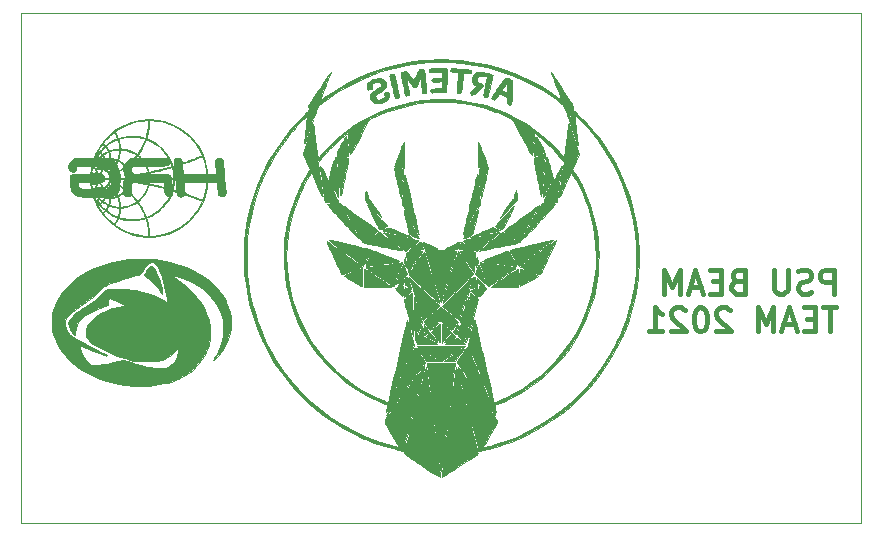
<source format=gbo>
%TF.GenerationSoftware,KiCad,Pcbnew,(5.1.10)-1*%
%TF.CreationDate,2021-05-13T13:34:22-04:00*%
%TF.ProjectId,Phase Shifter Module,50686173-6520-4536-9869-66746572204d,rev?*%
%TF.SameCoordinates,Original*%
%TF.FileFunction,Legend,Bot*%
%TF.FilePolarity,Positive*%
%FSLAX46Y46*%
G04 Gerber Fmt 4.6, Leading zero omitted, Abs format (unit mm)*
G04 Created by KiCad (PCBNEW (5.1.10)-1) date 2021-05-13 13:34:22*
%MOMM*%
%LPD*%
G01*
G04 APERTURE LIST*
%ADD10C,0.400000*%
%TA.AperFunction,Profile*%
%ADD11C,0.050000*%
%TD*%
%ADD12C,0.010000*%
G04 APERTURE END LIST*
D10*
X173147619Y-101139761D02*
X172004761Y-101139761D01*
X172576190Y-103139761D02*
X172576190Y-101139761D01*
X171338095Y-102092142D02*
X170671428Y-102092142D01*
X170385714Y-103139761D02*
X171338095Y-103139761D01*
X171338095Y-101139761D01*
X170385714Y-101139761D01*
X169623809Y-102568333D02*
X168671428Y-102568333D01*
X169814285Y-103139761D02*
X169147619Y-101139761D01*
X168480952Y-103139761D01*
X167814285Y-103139761D02*
X167814285Y-101139761D01*
X167147619Y-102568333D01*
X166480952Y-101139761D01*
X166480952Y-103139761D01*
X164100000Y-101330238D02*
X164004761Y-101235000D01*
X163814285Y-101139761D01*
X163338095Y-101139761D01*
X163147619Y-101235000D01*
X163052380Y-101330238D01*
X162957142Y-101520714D01*
X162957142Y-101711190D01*
X163052380Y-101996904D01*
X164195238Y-103139761D01*
X162957142Y-103139761D01*
X161719047Y-101139761D02*
X161528571Y-101139761D01*
X161338095Y-101235000D01*
X161242857Y-101330238D01*
X161147619Y-101520714D01*
X161052380Y-101901666D01*
X161052380Y-102377857D01*
X161147619Y-102758809D01*
X161242857Y-102949285D01*
X161338095Y-103044523D01*
X161528571Y-103139761D01*
X161719047Y-103139761D01*
X161909523Y-103044523D01*
X162004761Y-102949285D01*
X162100000Y-102758809D01*
X162195238Y-102377857D01*
X162195238Y-101901666D01*
X162100000Y-101520714D01*
X162004761Y-101330238D01*
X161909523Y-101235000D01*
X161719047Y-101139761D01*
X160290476Y-101330238D02*
X160195238Y-101235000D01*
X160004761Y-101139761D01*
X159528571Y-101139761D01*
X159338095Y-101235000D01*
X159242857Y-101330238D01*
X159147619Y-101520714D01*
X159147619Y-101711190D01*
X159242857Y-101996904D01*
X160385714Y-103139761D01*
X159147619Y-103139761D01*
X157242857Y-103139761D02*
X158385714Y-103139761D01*
X157814285Y-103139761D02*
X157814285Y-101139761D01*
X158004761Y-101425476D01*
X158195238Y-101615952D01*
X158385714Y-101711190D01*
X172925476Y-99964761D02*
X172925476Y-97964761D01*
X172163571Y-97964761D01*
X171973095Y-98060000D01*
X171877857Y-98155238D01*
X171782619Y-98345714D01*
X171782619Y-98631428D01*
X171877857Y-98821904D01*
X171973095Y-98917142D01*
X172163571Y-99012380D01*
X172925476Y-99012380D01*
X171020714Y-99869523D02*
X170735000Y-99964761D01*
X170258809Y-99964761D01*
X170068333Y-99869523D01*
X169973095Y-99774285D01*
X169877857Y-99583809D01*
X169877857Y-99393333D01*
X169973095Y-99202857D01*
X170068333Y-99107619D01*
X170258809Y-99012380D01*
X170639761Y-98917142D01*
X170830238Y-98821904D01*
X170925476Y-98726666D01*
X171020714Y-98536190D01*
X171020714Y-98345714D01*
X170925476Y-98155238D01*
X170830238Y-98060000D01*
X170639761Y-97964761D01*
X170163571Y-97964761D01*
X169877857Y-98060000D01*
X169020714Y-97964761D02*
X169020714Y-99583809D01*
X168925476Y-99774285D01*
X168830238Y-99869523D01*
X168639761Y-99964761D01*
X168258809Y-99964761D01*
X168068333Y-99869523D01*
X167973095Y-99774285D01*
X167877857Y-99583809D01*
X167877857Y-97964761D01*
X164735000Y-98917142D02*
X164449285Y-99012380D01*
X164354047Y-99107619D01*
X164258809Y-99298095D01*
X164258809Y-99583809D01*
X164354047Y-99774285D01*
X164449285Y-99869523D01*
X164639761Y-99964761D01*
X165401666Y-99964761D01*
X165401666Y-97964761D01*
X164735000Y-97964761D01*
X164544523Y-98060000D01*
X164449285Y-98155238D01*
X164354047Y-98345714D01*
X164354047Y-98536190D01*
X164449285Y-98726666D01*
X164544523Y-98821904D01*
X164735000Y-98917142D01*
X165401666Y-98917142D01*
X163401666Y-98917142D02*
X162735000Y-98917142D01*
X162449285Y-99964761D02*
X163401666Y-99964761D01*
X163401666Y-97964761D01*
X162449285Y-97964761D01*
X161687380Y-99393333D02*
X160735000Y-99393333D01*
X161877857Y-99964761D02*
X161211190Y-97964761D01*
X160544523Y-99964761D01*
X159877857Y-99964761D02*
X159877857Y-97964761D01*
X159211190Y-99393333D01*
X158544523Y-97964761D01*
X158544523Y-99964761D01*
D11*
X175260000Y-76200000D02*
X104140000Y-76200000D01*
X175260000Y-119380000D02*
X175260000Y-76200000D01*
X104140000Y-119380000D02*
X175260000Y-119380000D01*
X104140000Y-76200000D02*
X104140000Y-119380000D01*
D12*
%TO.C,PSU*%
G36*
X115064952Y-97661473D02*
G01*
X114953730Y-97751575D01*
X114814099Y-97913832D01*
X114661447Y-98128727D01*
X114536924Y-98331266D01*
X114556457Y-98391430D01*
X114654455Y-98475522D01*
X114719802Y-98516882D01*
X114950464Y-98686521D01*
X115215651Y-98943585D01*
X115509729Y-99282173D01*
X115764027Y-99610498D01*
X115892472Y-99778703D01*
X115995515Y-99904034D01*
X116060940Y-99972248D01*
X116078000Y-99976657D01*
X116060505Y-99806318D01*
X116012597Y-99565156D01*
X115941150Y-99276860D01*
X115853033Y-98965121D01*
X115755118Y-98653626D01*
X115654276Y-98366067D01*
X115557377Y-98126131D01*
X115515454Y-98037150D01*
X115401479Y-97823055D01*
X115311349Y-97691413D01*
X115230931Y-97630440D01*
X115146097Y-97628353D01*
X115064952Y-97661473D01*
G37*
X115064952Y-97661473D02*
X114953730Y-97751575D01*
X114814099Y-97913832D01*
X114661447Y-98128727D01*
X114536924Y-98331266D01*
X114556457Y-98391430D01*
X114654455Y-98475522D01*
X114719802Y-98516882D01*
X114950464Y-98686521D01*
X115215651Y-98943585D01*
X115509729Y-99282173D01*
X115764027Y-99610498D01*
X115892472Y-99778703D01*
X115995515Y-99904034D01*
X116060940Y-99972248D01*
X116078000Y-99976657D01*
X116060505Y-99806318D01*
X116012597Y-99565156D01*
X115941150Y-99276860D01*
X115853033Y-98965121D01*
X115755118Y-98653626D01*
X115654276Y-98366067D01*
X115557377Y-98126131D01*
X115515454Y-98037150D01*
X115401479Y-97823055D01*
X115311349Y-97691413D01*
X115230931Y-97630440D01*
X115146097Y-97628353D01*
X115064952Y-97661473D01*
G36*
X113643701Y-97029241D02*
G01*
X113212057Y-97053534D01*
X112846956Y-97090706D01*
X112776000Y-97100973D01*
X111908778Y-97271760D01*
X111088765Y-97505918D01*
X110321411Y-97799522D01*
X109612164Y-98148647D01*
X108966470Y-98549368D01*
X108389780Y-98997760D01*
X107887539Y-99489897D01*
X107465198Y-100021855D01*
X107128203Y-100589708D01*
X106882003Y-101189531D01*
X106822576Y-101390217D01*
X106751605Y-101763458D01*
X106717287Y-102192563D01*
X106719621Y-102638638D01*
X106758607Y-103062790D01*
X106822576Y-103384582D01*
X107036940Y-103989453D01*
X107344631Y-104566625D01*
X107740019Y-105111428D01*
X108217476Y-105619194D01*
X108771372Y-106085252D01*
X109396078Y-106504934D01*
X110085967Y-106873570D01*
X110835408Y-107186493D01*
X111638773Y-107439032D01*
X111743385Y-107466294D01*
X112343418Y-107593825D01*
X112998880Y-107688893D01*
X113673560Y-107748350D01*
X114331249Y-107769049D01*
X114935735Y-107747842D01*
X114960400Y-107745909D01*
X115364005Y-107704411D01*
X115784049Y-107645402D01*
X116189291Y-107574243D01*
X116548492Y-107496294D01*
X116775903Y-107434444D01*
X117423009Y-107187775D01*
X118021289Y-106865219D01*
X118561656Y-106474309D01*
X119035026Y-106022575D01*
X119432313Y-105517548D01*
X119739071Y-104978200D01*
X119903157Y-104591542D01*
X117413865Y-104591542D01*
X117381217Y-104903902D01*
X117295700Y-105307196D01*
X117132478Y-105652549D01*
X116896721Y-105933094D01*
X116593600Y-106141964D01*
X116383129Y-106229503D01*
X116227902Y-106255739D01*
X115995274Y-106263324D01*
X115707414Y-106253828D01*
X115386489Y-106228822D01*
X115054667Y-106189874D01*
X114734116Y-106138555D01*
X114541122Y-106099041D01*
X114232258Y-106024191D01*
X113888714Y-105933373D01*
X113562279Y-105840571D01*
X113398150Y-105790383D01*
X112852257Y-105617144D01*
X111916624Y-105794339D01*
X111430094Y-105883808D01*
X111030846Y-105949617D01*
X110707244Y-105991294D01*
X110447652Y-106008363D01*
X110240432Y-106000353D01*
X110073947Y-105966789D01*
X109936563Y-105907197D01*
X109816640Y-105821105D01*
X109702544Y-105708038D01*
X109698962Y-105704083D01*
X109580388Y-105545180D01*
X109446296Y-105323095D01*
X109312842Y-105069674D01*
X109196183Y-104816758D01*
X109112475Y-104596191D01*
X109085093Y-104494161D01*
X109068364Y-104386509D01*
X109089087Y-104358218D01*
X109160599Y-104389396D01*
X109257092Y-104433713D01*
X109424971Y-104503380D01*
X109647136Y-104591936D01*
X109906487Y-104692921D01*
X110185922Y-104799873D01*
X110468341Y-104906332D01*
X110736643Y-105005837D01*
X110973727Y-105091927D01*
X111162493Y-105158140D01*
X111285839Y-105198016D01*
X111324108Y-105206800D01*
X111399176Y-105192175D01*
X111377431Y-105148237D01*
X111258751Y-105074891D01*
X111043017Y-104972041D01*
X111010645Y-104957731D01*
X110710483Y-104819648D01*
X110369149Y-104652193D01*
X110003790Y-104464764D01*
X109631557Y-104266758D01*
X109269597Y-104067573D01*
X108935059Y-103876605D01*
X108645093Y-103703253D01*
X108416845Y-103556913D01*
X108295849Y-103470045D01*
X108065711Y-103233856D01*
X107906995Y-102951823D01*
X107827832Y-102646222D01*
X107836352Y-102339332D01*
X107854385Y-102260429D01*
X107952406Y-102054788D01*
X108140385Y-101815641D01*
X108413930Y-101547172D01*
X108768646Y-101253563D01*
X109200141Y-100938999D01*
X109347000Y-100839094D01*
X109689676Y-100608299D01*
X109959517Y-100422781D01*
X110168910Y-100272499D01*
X110330241Y-100147412D01*
X110455896Y-100037480D01*
X110558260Y-99932660D01*
X110649720Y-99822913D01*
X110726046Y-99721131D01*
X110930747Y-99481390D01*
X111145786Y-99318550D01*
X111199654Y-99289383D01*
X111392962Y-99201990D01*
X111652759Y-99099759D01*
X111961575Y-98988130D01*
X112301941Y-98872546D01*
X112656386Y-98758450D01*
X113007442Y-98651282D01*
X113337639Y-98556485D01*
X113629507Y-98479500D01*
X113865577Y-98425770D01*
X114028378Y-98400737D01*
X114056038Y-98399600D01*
X114139425Y-98375347D01*
X114226742Y-98291702D01*
X114334404Y-98132331D01*
X114348977Y-98108167D01*
X114557284Y-97798662D01*
X114767538Y-97558426D01*
X114971503Y-97393721D01*
X115160945Y-97310812D01*
X115327629Y-97315961D01*
X115367722Y-97333293D01*
X115485736Y-97437184D01*
X115619741Y-97624179D01*
X115760509Y-97878959D01*
X115898811Y-98186209D01*
X115932306Y-98270421D01*
X116035522Y-98564468D01*
X116142026Y-98915755D01*
X116244520Y-99295276D01*
X116335707Y-99674025D01*
X116408288Y-100022999D01*
X116454967Y-100313193D01*
X116461973Y-100375568D01*
X116498951Y-100750835D01*
X116275776Y-100614170D01*
X115680978Y-100287359D01*
X115059233Y-100022903D01*
X114381867Y-99809265D01*
X114096800Y-99737317D01*
X113804506Y-99681933D01*
X113449289Y-99636242D01*
X113056117Y-99601433D01*
X112649957Y-99578699D01*
X112255779Y-99569231D01*
X111898548Y-99574219D01*
X111603233Y-99594855D01*
X111480600Y-99612499D01*
X111351948Y-99638166D01*
X111250827Y-99669611D01*
X111160519Y-99720010D01*
X111064306Y-99802538D01*
X110945467Y-99930371D01*
X110787283Y-100116685D01*
X110685675Y-100238950D01*
X110544795Y-100376559D01*
X110323625Y-100549929D01*
X110033376Y-100750660D01*
X109822075Y-100886150D01*
X109373782Y-101171774D01*
X109008180Y-101418369D01*
X108717506Y-101633171D01*
X108493997Y-101823416D01*
X108329888Y-101996340D01*
X108217416Y-102159179D01*
X108148817Y-102319168D01*
X108117211Y-102475147D01*
X108135014Y-102693269D01*
X108220141Y-102934488D01*
X108356059Y-103164541D01*
X108526234Y-103349164D01*
X108546900Y-103365663D01*
X108712000Y-103492620D01*
X108712000Y-103215759D01*
X108746356Y-102874061D01*
X108856080Y-102568316D01*
X109051162Y-102274615D01*
X109154833Y-102155689D01*
X109534443Y-101814543D01*
X110008731Y-101508616D01*
X110576918Y-101238342D01*
X111204190Y-101014620D01*
X111362322Y-100961957D01*
X111444028Y-100917150D01*
X111470787Y-100860901D01*
X111465020Y-100780275D01*
X111467220Y-100652649D01*
X111498085Y-100511479D01*
X111546067Y-100392637D01*
X111599614Y-100331989D01*
X111610007Y-100330000D01*
X111668250Y-100350590D01*
X111800796Y-100407219D01*
X111990250Y-100492170D01*
X112219220Y-100597726D01*
X112320588Y-100645219D01*
X112990288Y-100960439D01*
X112438644Y-101075524D01*
X111832591Y-101222651D01*
X111313641Y-101394983D01*
X110869204Y-101598139D01*
X110486691Y-101837738D01*
X110200894Y-102074195D01*
X109920693Y-102383267D01*
X109722906Y-102705129D01*
X109611398Y-103029051D01*
X109590037Y-103344299D01*
X109648914Y-103606110D01*
X109775718Y-103830187D01*
X109987308Y-104056468D01*
X110286642Y-104286863D01*
X110676680Y-104523280D01*
X111160381Y-104767629D01*
X111740704Y-105021820D01*
X112013449Y-105131771D01*
X112500208Y-105316230D01*
X112921310Y-105457427D01*
X113300167Y-105560987D01*
X113660187Y-105632534D01*
X114024781Y-105677693D01*
X114381124Y-105700633D01*
X115003346Y-105703736D01*
X115546085Y-105655254D01*
X116018958Y-105552425D01*
X116431582Y-105392487D01*
X116793574Y-105172676D01*
X117079957Y-104925450D01*
X117413865Y-104591542D01*
X119903157Y-104591542D01*
X119907863Y-104580454D01*
X120021685Y-104207853D01*
X120091671Y-103816315D01*
X120123917Y-103454200D01*
X120112082Y-102815226D01*
X120001447Y-102183635D01*
X119794770Y-101564068D01*
X119494816Y-100961169D01*
X119104343Y-100379579D01*
X118626115Y-99823940D01*
X118062892Y-99298895D01*
X117417436Y-98809086D01*
X117322600Y-98744879D01*
X117134043Y-98618194D01*
X116978318Y-98512117D01*
X116873969Y-98439372D01*
X116840000Y-98413782D01*
X116856348Y-98398133D01*
X116950916Y-98407512D01*
X117104622Y-98437702D01*
X117298387Y-98484485D01*
X117513129Y-98543645D01*
X117724957Y-98609372D01*
X118382243Y-98872463D01*
X118992813Y-99208511D01*
X119548481Y-99609484D01*
X120041062Y-100067350D01*
X120462368Y-100574079D01*
X120804215Y-101121637D01*
X121058417Y-101701995D01*
X121138438Y-101958538D01*
X121190990Y-102234116D01*
X121221417Y-102575393D01*
X121229666Y-102948896D01*
X121215683Y-103321151D01*
X121179417Y-103658684D01*
X121141424Y-103853630D01*
X121022245Y-104255589D01*
X120863935Y-104674655D01*
X120684596Y-105065791D01*
X120569336Y-105276965D01*
X120483604Y-105428656D01*
X120426956Y-105542507D01*
X120411285Y-105594548D01*
X120411586Y-105594918D01*
X120451242Y-105568782D01*
X120538929Y-105482219D01*
X120657322Y-105352588D01*
X120684435Y-105321553D01*
X121092104Y-104808607D01*
X121408378Y-104310426D01*
X121639162Y-103812533D01*
X121790363Y-103300452D01*
X121867886Y-102759710D01*
X121881564Y-102387400D01*
X121862086Y-101905302D01*
X121797792Y-101481488D01*
X121679894Y-101079242D01*
X121499603Y-100661849D01*
X121440354Y-100544244D01*
X121076406Y-99948860D01*
X120624798Y-99397555D01*
X120090931Y-98893641D01*
X119480206Y-98440428D01*
X118798026Y-98041229D01*
X118049791Y-97699355D01*
X117240904Y-97418118D01*
X116376766Y-97200829D01*
X115824000Y-97100973D01*
X115477953Y-97060867D01*
X115059012Y-97033641D01*
X114595066Y-97019295D01*
X114113999Y-97017828D01*
X113643701Y-97029241D01*
G37*
X113643701Y-97029241D02*
X113212057Y-97053534D01*
X112846956Y-97090706D01*
X112776000Y-97100973D01*
X111908778Y-97271760D01*
X111088765Y-97505918D01*
X110321411Y-97799522D01*
X109612164Y-98148647D01*
X108966470Y-98549368D01*
X108389780Y-98997760D01*
X107887539Y-99489897D01*
X107465198Y-100021855D01*
X107128203Y-100589708D01*
X106882003Y-101189531D01*
X106822576Y-101390217D01*
X106751605Y-101763458D01*
X106717287Y-102192563D01*
X106719621Y-102638638D01*
X106758607Y-103062790D01*
X106822576Y-103384582D01*
X107036940Y-103989453D01*
X107344631Y-104566625D01*
X107740019Y-105111428D01*
X108217476Y-105619194D01*
X108771372Y-106085252D01*
X109396078Y-106504934D01*
X110085967Y-106873570D01*
X110835408Y-107186493D01*
X111638773Y-107439032D01*
X111743385Y-107466294D01*
X112343418Y-107593825D01*
X112998880Y-107688893D01*
X113673560Y-107748350D01*
X114331249Y-107769049D01*
X114935735Y-107747842D01*
X114960400Y-107745909D01*
X115364005Y-107704411D01*
X115784049Y-107645402D01*
X116189291Y-107574243D01*
X116548492Y-107496294D01*
X116775903Y-107434444D01*
X117423009Y-107187775D01*
X118021289Y-106865219D01*
X118561656Y-106474309D01*
X119035026Y-106022575D01*
X119432313Y-105517548D01*
X119739071Y-104978200D01*
X119903157Y-104591542D01*
X117413865Y-104591542D01*
X117381217Y-104903902D01*
X117295700Y-105307196D01*
X117132478Y-105652549D01*
X116896721Y-105933094D01*
X116593600Y-106141964D01*
X116383129Y-106229503D01*
X116227902Y-106255739D01*
X115995274Y-106263324D01*
X115707414Y-106253828D01*
X115386489Y-106228822D01*
X115054667Y-106189874D01*
X114734116Y-106138555D01*
X114541122Y-106099041D01*
X114232258Y-106024191D01*
X113888714Y-105933373D01*
X113562279Y-105840571D01*
X113398150Y-105790383D01*
X112852257Y-105617144D01*
X111916624Y-105794339D01*
X111430094Y-105883808D01*
X111030846Y-105949617D01*
X110707244Y-105991294D01*
X110447652Y-106008363D01*
X110240432Y-106000353D01*
X110073947Y-105966789D01*
X109936563Y-105907197D01*
X109816640Y-105821105D01*
X109702544Y-105708038D01*
X109698962Y-105704083D01*
X109580388Y-105545180D01*
X109446296Y-105323095D01*
X109312842Y-105069674D01*
X109196183Y-104816758D01*
X109112475Y-104596191D01*
X109085093Y-104494161D01*
X109068364Y-104386509D01*
X109089087Y-104358218D01*
X109160599Y-104389396D01*
X109257092Y-104433713D01*
X109424971Y-104503380D01*
X109647136Y-104591936D01*
X109906487Y-104692921D01*
X110185922Y-104799873D01*
X110468341Y-104906332D01*
X110736643Y-105005837D01*
X110973727Y-105091927D01*
X111162493Y-105158140D01*
X111285839Y-105198016D01*
X111324108Y-105206800D01*
X111399176Y-105192175D01*
X111377431Y-105148237D01*
X111258751Y-105074891D01*
X111043017Y-104972041D01*
X111010645Y-104957731D01*
X110710483Y-104819648D01*
X110369149Y-104652193D01*
X110003790Y-104464764D01*
X109631557Y-104266758D01*
X109269597Y-104067573D01*
X108935059Y-103876605D01*
X108645093Y-103703253D01*
X108416845Y-103556913D01*
X108295849Y-103470045D01*
X108065711Y-103233856D01*
X107906995Y-102951823D01*
X107827832Y-102646222D01*
X107836352Y-102339332D01*
X107854385Y-102260429D01*
X107952406Y-102054788D01*
X108140385Y-101815641D01*
X108413930Y-101547172D01*
X108768646Y-101253563D01*
X109200141Y-100938999D01*
X109347000Y-100839094D01*
X109689676Y-100608299D01*
X109959517Y-100422781D01*
X110168910Y-100272499D01*
X110330241Y-100147412D01*
X110455896Y-100037480D01*
X110558260Y-99932660D01*
X110649720Y-99822913D01*
X110726046Y-99721131D01*
X110930747Y-99481390D01*
X111145786Y-99318550D01*
X111199654Y-99289383D01*
X111392962Y-99201990D01*
X111652759Y-99099759D01*
X111961575Y-98988130D01*
X112301941Y-98872546D01*
X112656386Y-98758450D01*
X113007442Y-98651282D01*
X113337639Y-98556485D01*
X113629507Y-98479500D01*
X113865577Y-98425770D01*
X114028378Y-98400737D01*
X114056038Y-98399600D01*
X114139425Y-98375347D01*
X114226742Y-98291702D01*
X114334404Y-98132331D01*
X114348977Y-98108167D01*
X114557284Y-97798662D01*
X114767538Y-97558426D01*
X114971503Y-97393721D01*
X115160945Y-97310812D01*
X115327629Y-97315961D01*
X115367722Y-97333293D01*
X115485736Y-97437184D01*
X115619741Y-97624179D01*
X115760509Y-97878959D01*
X115898811Y-98186209D01*
X115932306Y-98270421D01*
X116035522Y-98564468D01*
X116142026Y-98915755D01*
X116244520Y-99295276D01*
X116335707Y-99674025D01*
X116408288Y-100022999D01*
X116454967Y-100313193D01*
X116461973Y-100375568D01*
X116498951Y-100750835D01*
X116275776Y-100614170D01*
X115680978Y-100287359D01*
X115059233Y-100022903D01*
X114381867Y-99809265D01*
X114096800Y-99737317D01*
X113804506Y-99681933D01*
X113449289Y-99636242D01*
X113056117Y-99601433D01*
X112649957Y-99578699D01*
X112255779Y-99569231D01*
X111898548Y-99574219D01*
X111603233Y-99594855D01*
X111480600Y-99612499D01*
X111351948Y-99638166D01*
X111250827Y-99669611D01*
X111160519Y-99720010D01*
X111064306Y-99802538D01*
X110945467Y-99930371D01*
X110787283Y-100116685D01*
X110685675Y-100238950D01*
X110544795Y-100376559D01*
X110323625Y-100549929D01*
X110033376Y-100750660D01*
X109822075Y-100886150D01*
X109373782Y-101171774D01*
X109008180Y-101418369D01*
X108717506Y-101633171D01*
X108493997Y-101823416D01*
X108329888Y-101996340D01*
X108217416Y-102159179D01*
X108148817Y-102319168D01*
X108117211Y-102475147D01*
X108135014Y-102693269D01*
X108220141Y-102934488D01*
X108356059Y-103164541D01*
X108526234Y-103349164D01*
X108546900Y-103365663D01*
X108712000Y-103492620D01*
X108712000Y-103215759D01*
X108746356Y-102874061D01*
X108856080Y-102568316D01*
X109051162Y-102274615D01*
X109154833Y-102155689D01*
X109534443Y-101814543D01*
X110008731Y-101508616D01*
X110576918Y-101238342D01*
X111204190Y-101014620D01*
X111362322Y-100961957D01*
X111444028Y-100917150D01*
X111470787Y-100860901D01*
X111465020Y-100780275D01*
X111467220Y-100652649D01*
X111498085Y-100511479D01*
X111546067Y-100392637D01*
X111599614Y-100331989D01*
X111610007Y-100330000D01*
X111668250Y-100350590D01*
X111800796Y-100407219D01*
X111990250Y-100492170D01*
X112219220Y-100597726D01*
X112320588Y-100645219D01*
X112990288Y-100960439D01*
X112438644Y-101075524D01*
X111832591Y-101222651D01*
X111313641Y-101394983D01*
X110869204Y-101598139D01*
X110486691Y-101837738D01*
X110200894Y-102074195D01*
X109920693Y-102383267D01*
X109722906Y-102705129D01*
X109611398Y-103029051D01*
X109590037Y-103344299D01*
X109648914Y-103606110D01*
X109775718Y-103830187D01*
X109987308Y-104056468D01*
X110286642Y-104286863D01*
X110676680Y-104523280D01*
X111160381Y-104767629D01*
X111740704Y-105021820D01*
X112013449Y-105131771D01*
X112500208Y-105316230D01*
X112921310Y-105457427D01*
X113300167Y-105560987D01*
X113660187Y-105632534D01*
X114024781Y-105677693D01*
X114381124Y-105700633D01*
X115003346Y-105703736D01*
X115546085Y-105655254D01*
X116018958Y-105552425D01*
X116431582Y-105392487D01*
X116793574Y-105172676D01*
X117079957Y-104925450D01*
X117413865Y-104591542D01*
X119903157Y-104591542D01*
X119907863Y-104580454D01*
X120021685Y-104207853D01*
X120091671Y-103816315D01*
X120123917Y-103454200D01*
X120112082Y-102815226D01*
X120001447Y-102183635D01*
X119794770Y-101564068D01*
X119494816Y-100961169D01*
X119104343Y-100379579D01*
X118626115Y-99823940D01*
X118062892Y-99298895D01*
X117417436Y-98809086D01*
X117322600Y-98744879D01*
X117134043Y-98618194D01*
X116978318Y-98512117D01*
X116873969Y-98439372D01*
X116840000Y-98413782D01*
X116856348Y-98398133D01*
X116950916Y-98407512D01*
X117104622Y-98437702D01*
X117298387Y-98484485D01*
X117513129Y-98543645D01*
X117724957Y-98609372D01*
X118382243Y-98872463D01*
X118992813Y-99208511D01*
X119548481Y-99609484D01*
X120041062Y-100067350D01*
X120462368Y-100574079D01*
X120804215Y-101121637D01*
X121058417Y-101701995D01*
X121138438Y-101958538D01*
X121190990Y-102234116D01*
X121221417Y-102575393D01*
X121229666Y-102948896D01*
X121215683Y-103321151D01*
X121179417Y-103658684D01*
X121141424Y-103853630D01*
X121022245Y-104255589D01*
X120863935Y-104674655D01*
X120684596Y-105065791D01*
X120569336Y-105276965D01*
X120483604Y-105428656D01*
X120426956Y-105542507D01*
X120411285Y-105594548D01*
X120411586Y-105594918D01*
X120451242Y-105568782D01*
X120538929Y-105482219D01*
X120657322Y-105352588D01*
X120684435Y-105321553D01*
X121092104Y-104808607D01*
X121408378Y-104310426D01*
X121639162Y-103812533D01*
X121790363Y-103300452D01*
X121867886Y-102759710D01*
X121881564Y-102387400D01*
X121862086Y-101905302D01*
X121797792Y-101481488D01*
X121679894Y-101079242D01*
X121499603Y-100661849D01*
X121440354Y-100544244D01*
X121076406Y-99948860D01*
X120624798Y-99397555D01*
X120090931Y-98893641D01*
X119480206Y-98440428D01*
X118798026Y-98041229D01*
X118049791Y-97699355D01*
X117240904Y-97418118D01*
X116376766Y-97200829D01*
X115824000Y-97100973D01*
X115477953Y-97060867D01*
X115059012Y-97033641D01*
X114595066Y-97019295D01*
X114113999Y-97017828D01*
X113643701Y-97029241D01*
%TO.C,Artemis*%
G36*
X139288333Y-80138323D02*
G01*
X138892813Y-80146575D01*
X138526319Y-80160314D01*
X138203333Y-80179540D01*
X137940143Y-80204039D01*
X136842248Y-80364982D01*
X135786706Y-80582945D01*
X134775031Y-80857601D01*
X134483674Y-80949902D01*
X133529741Y-81296302D01*
X132589848Y-81704540D01*
X131675255Y-82168765D01*
X130797221Y-82683124D01*
X129967006Y-83241765D01*
X129712357Y-83429620D01*
X129593005Y-83518306D01*
X129498797Y-83585680D01*
X129442075Y-83623066D01*
X129431143Y-83627313D01*
X129443732Y-83591187D01*
X129479432Y-83495534D01*
X129535137Y-83348496D01*
X129607744Y-83158219D01*
X129694150Y-82932846D01*
X129791251Y-82680520D01*
X129850084Y-82528040D01*
X129954950Y-82256458D01*
X130053726Y-82000542D01*
X130142751Y-81769787D01*
X130218362Y-81573689D01*
X130276898Y-81421744D01*
X130314696Y-81323448D01*
X130324386Y-81298143D01*
X130344065Y-81243514D01*
X130352697Y-81209635D01*
X130347595Y-81200319D01*
X130326076Y-81219377D01*
X130285455Y-81270625D01*
X130223046Y-81357873D01*
X130136166Y-81484936D01*
X130022129Y-81655626D01*
X129878251Y-81873755D01*
X129701846Y-82143138D01*
X129490231Y-82467587D01*
X129358468Y-82669956D01*
X128442013Y-84078054D01*
X128497632Y-84219646D01*
X128529803Y-84316070D01*
X128529056Y-84371194D01*
X128505868Y-84400563D01*
X128459671Y-84419062D01*
X128439679Y-84393015D01*
X128424329Y-84384670D01*
X128418008Y-84423391D01*
X128389176Y-84486874D01*
X128311259Y-84585169D01*
X128192366Y-84708417D01*
X128152072Y-84746772D01*
X127454805Y-85445907D01*
X126792960Y-86203423D01*
X126171172Y-87011985D01*
X125594075Y-87864256D01*
X125066304Y-88752900D01*
X124592493Y-89670583D01*
X124177277Y-90609967D01*
X123825291Y-91563716D01*
X123803330Y-91630245D01*
X123511924Y-92628621D01*
X123277115Y-93671312D01*
X123099229Y-94756805D01*
X123057468Y-95086715D01*
X123032797Y-95352216D01*
X123013614Y-95675598D01*
X122999918Y-96042375D01*
X122991709Y-96438063D01*
X122988987Y-96848180D01*
X122991752Y-97258239D01*
X123000004Y-97653759D01*
X123013743Y-98020253D01*
X123032968Y-98343239D01*
X123057468Y-98606429D01*
X123224303Y-99733389D01*
X123454255Y-100824921D01*
X123747899Y-101882406D01*
X124105807Y-102907223D01*
X124528552Y-103900751D01*
X125016707Y-104864371D01*
X125570845Y-105799462D01*
X126191539Y-106707403D01*
X126694863Y-107363638D01*
X127394231Y-108176439D01*
X128148714Y-108944271D01*
X128953814Y-109663551D01*
X129805034Y-110330695D01*
X130697874Y-110942121D01*
X131627837Y-111494247D01*
X132352143Y-111869793D01*
X132941345Y-112146741D01*
X133497134Y-112385414D01*
X134041841Y-112594004D01*
X134597796Y-112780703D01*
X135187330Y-112953705D01*
X135613555Y-113066372D01*
X135827282Y-113122777D01*
X136017066Y-113176688D01*
X136171522Y-113224560D01*
X136279269Y-113262849D01*
X136328922Y-113288007D01*
X136330198Y-113289575D01*
X136364685Y-113318603D01*
X136390227Y-113294436D01*
X136445533Y-113267429D01*
X136502590Y-113272371D01*
X136561426Y-113301335D01*
X136571958Y-113360112D01*
X136566203Y-113395486D01*
X136562104Y-113438065D01*
X136571304Y-113480580D01*
X136599536Y-113527766D01*
X136652532Y-113584358D01*
X136736023Y-113655092D01*
X136855743Y-113744701D01*
X137017423Y-113857921D01*
X137226795Y-113999487D01*
X137489592Y-114174135D01*
X137585830Y-114237731D01*
X137989739Y-114502826D01*
X138354276Y-114738826D01*
X138676746Y-114944090D01*
X138954450Y-115116976D01*
X139184691Y-115255842D01*
X139364773Y-115359047D01*
X139491999Y-115424949D01*
X139563670Y-115451906D01*
X139577825Y-115450270D01*
X139577815Y-115411346D01*
X139569320Y-115310278D01*
X139553403Y-115156862D01*
X139531126Y-114960894D01*
X139503553Y-114732171D01*
X139477193Y-114522807D01*
X139438272Y-114209762D01*
X139410691Y-113964083D01*
X139394280Y-113781484D01*
X139388872Y-113657677D01*
X139394297Y-113588376D01*
X139410386Y-113569295D01*
X139436971Y-113596147D01*
X139440943Y-113602390D01*
X139453777Y-113650865D01*
X139473205Y-113759428D01*
X139497381Y-113916086D01*
X139524459Y-114108849D01*
X139552594Y-114325724D01*
X139553887Y-114336112D01*
X139581216Y-114548778D01*
X139606654Y-114733125D01*
X139628580Y-114878473D01*
X139645376Y-114974140D01*
X139655422Y-115009446D01*
X139655973Y-115009266D01*
X139665786Y-114969869D01*
X139683416Y-114869818D01*
X139707085Y-114720396D01*
X139735011Y-114532883D01*
X139765415Y-114318560D01*
X139768618Y-114295400D01*
X139807496Y-114029551D01*
X139842588Y-113821897D01*
X139873107Y-113676411D01*
X139898270Y-113597067D01*
X139909420Y-113583099D01*
X139927926Y-113579446D01*
X139940898Y-113587739D01*
X139947815Y-113615750D01*
X139948157Y-113671254D01*
X139941401Y-113762026D01*
X139927026Y-113895841D01*
X139904512Y-114080472D01*
X139873337Y-114323695D01*
X139845366Y-114538464D01*
X139808724Y-114819454D01*
X139780753Y-115036685D01*
X139760755Y-115198359D01*
X139748030Y-115312681D01*
X139741881Y-115387856D01*
X139741608Y-115432086D01*
X139746513Y-115453577D01*
X139755898Y-115460532D01*
X139766789Y-115461143D01*
X139805931Y-115442923D01*
X139896435Y-115392248D01*
X140028105Y-115315091D01*
X140190743Y-115217430D01*
X140374153Y-115105240D01*
X140374574Y-115104980D01*
X140546512Y-114998138D01*
X140751713Y-114869385D01*
X140981396Y-114724346D01*
X141226780Y-114568643D01*
X141479085Y-114407901D01*
X141729530Y-114247743D01*
X141969334Y-114093792D01*
X142189715Y-113951673D01*
X142381894Y-113827009D01*
X142537089Y-113725423D01*
X142646519Y-113652539D01*
X142694424Y-113619257D01*
X142750191Y-113565548D01*
X142766930Y-113498832D01*
X142758696Y-113414425D01*
X142736919Y-113272707D01*
X142867312Y-113293867D01*
X142955294Y-113300743D01*
X143005728Y-113290668D01*
X143008924Y-113286613D01*
X143046005Y-113269423D01*
X143142632Y-113238388D01*
X143287798Y-113196662D01*
X143470495Y-113147397D01*
X143679717Y-113093748D01*
X143698711Y-113089002D01*
X143910445Y-113032619D01*
X142820572Y-113032619D01*
X142796788Y-113067654D01*
X142743440Y-113065159D01*
X142687535Y-113033062D01*
X142657161Y-112984643D01*
X142644398Y-112932562D01*
X142616161Y-112817940D01*
X142574401Y-112648685D01*
X142521071Y-112432705D01*
X142458125Y-112177907D01*
X142387515Y-111892199D01*
X142311194Y-111583488D01*
X142278573Y-111451572D01*
X142201708Y-111138899D01*
X142131223Y-110848589D01*
X142068862Y-110588087D01*
X142016365Y-110364839D01*
X141975476Y-110186290D01*
X141972568Y-110172941D01*
X140374750Y-110172941D01*
X140374053Y-110211145D01*
X140365251Y-110312298D01*
X140349429Y-110467362D01*
X140327673Y-110667298D01*
X140301067Y-110903069D01*
X140270697Y-111165637D01*
X140237649Y-111445962D01*
X140203006Y-111735007D01*
X140167855Y-112023734D01*
X140133281Y-112303104D01*
X140100368Y-112564080D01*
X140070202Y-112797623D01*
X140043869Y-112994695D01*
X140022453Y-113146258D01*
X140007039Y-113243273D01*
X140004484Y-113256786D01*
X139979584Y-113329077D01*
X139951117Y-113356572D01*
X139927324Y-113325281D01*
X139925641Y-113311215D01*
X139409547Y-113311215D01*
X139394246Y-113354496D01*
X139361075Y-113344444D01*
X139329935Y-113289691D01*
X139325886Y-113274929D01*
X139313020Y-113203186D01*
X139293684Y-113073108D01*
X139268971Y-112893726D01*
X139239971Y-112674071D01*
X139207777Y-112423174D01*
X139173480Y-112150067D01*
X139138171Y-111863779D01*
X139102942Y-111573342D01*
X139068885Y-111287787D01*
X139037091Y-111016144D01*
X139008651Y-110767446D01*
X138984657Y-110550721D01*
X138966201Y-110375003D01*
X138954375Y-110249321D01*
X138950269Y-110182706D01*
X138951146Y-110174474D01*
X138991814Y-110169507D01*
X138995702Y-110172749D01*
X139003567Y-110210761D01*
X139019355Y-110311791D01*
X139041882Y-110466861D01*
X139069964Y-110666992D01*
X139102417Y-110903204D01*
X139138057Y-111166520D01*
X139175701Y-111447959D01*
X139214163Y-111738544D01*
X139252260Y-112029294D01*
X139288809Y-112311232D01*
X139322624Y-112575377D01*
X139352523Y-112812752D01*
X139377320Y-113014376D01*
X139395833Y-113171272D01*
X139406877Y-113274460D01*
X139409547Y-113311215D01*
X139925641Y-113311215D01*
X139919125Y-113256786D01*
X139924229Y-113187202D01*
X139937686Y-113058876D01*
X139958291Y-112880907D01*
X139984839Y-112662390D01*
X140016125Y-112412423D01*
X140050945Y-112140102D01*
X140088093Y-111854525D01*
X140126364Y-111564789D01*
X140164554Y-111279990D01*
X140201457Y-111009226D01*
X140235868Y-110761593D01*
X140266583Y-110546188D01*
X140292396Y-110372108D01*
X140312102Y-110248451D01*
X140324497Y-110184312D01*
X140327008Y-110177469D01*
X140368626Y-110168429D01*
X140374750Y-110172941D01*
X141972568Y-110172941D01*
X141947936Y-110059885D01*
X141939826Y-110016356D01*
X137365221Y-110016356D01*
X137348885Y-110116408D01*
X137316009Y-110277726D01*
X137267585Y-110495859D01*
X137204607Y-110766356D01*
X137128070Y-111084767D01*
X137038967Y-111446643D01*
X137019650Y-111524143D01*
X136921909Y-111913445D01*
X136839283Y-112236959D01*
X136770168Y-112499515D01*
X136712961Y-112705945D01*
X136666057Y-112861080D01*
X136627854Y-112969750D01*
X136596747Y-113036787D01*
X136571133Y-113067022D01*
X136549407Y-113065285D01*
X136529967Y-113036408D01*
X136523081Y-113019940D01*
X136527109Y-112972114D01*
X136548802Y-112866096D01*
X136585400Y-112713330D01*
X136634143Y-112525262D01*
X136692273Y-112313336D01*
X136700227Y-112285154D01*
X136772376Y-112027731D01*
X136856043Y-111724978D01*
X136944422Y-111401784D01*
X137030708Y-111083038D01*
X137108094Y-110793630D01*
X137109222Y-110789376D01*
X137172139Y-110558470D01*
X137231209Y-110353607D01*
X137283362Y-110184515D01*
X137325528Y-110060922D01*
X137354636Y-109992556D01*
X137364021Y-109982019D01*
X137365221Y-110016356D01*
X141939826Y-110016356D01*
X141935487Y-109993069D01*
X141935280Y-109984419D01*
X141956861Y-109980237D01*
X141982494Y-110013274D01*
X142014686Y-110090421D01*
X142055948Y-110218569D01*
X142108787Y-110404608D01*
X142165625Y-110617000D01*
X142220739Y-110824155D01*
X142290305Y-111082070D01*
X142369115Y-111371647D01*
X142451962Y-111673790D01*
X142533640Y-111969400D01*
X142569478Y-112098261D01*
X142637378Y-112343083D01*
X142698314Y-112565208D01*
X142749686Y-112754962D01*
X142788894Y-112902670D01*
X142813338Y-112998658D01*
X142820572Y-113032619D01*
X143910445Y-113032619D01*
X144370363Y-112910147D01*
X144993998Y-112718733D01*
X145592763Y-112506334D01*
X146189809Y-112264521D01*
X146808284Y-111984869D01*
X147047857Y-111869793D01*
X148010729Y-111360730D01*
X148934130Y-110792018D01*
X149815683Y-110166381D01*
X150653011Y-109486544D01*
X151443736Y-108755231D01*
X152185483Y-107975169D01*
X152875873Y-107149081D01*
X153512531Y-106279694D01*
X154093078Y-105369731D01*
X154615138Y-104421919D01*
X155076333Y-103438981D01*
X155474288Y-102423644D01*
X155594704Y-102071715D01*
X155860410Y-101173354D01*
X156081993Y-100226126D01*
X156257208Y-99240430D01*
X156342533Y-98606429D01*
X156367203Y-98340927D01*
X156386386Y-98017546D01*
X156400082Y-97650769D01*
X156408291Y-97255080D01*
X156411003Y-96846572D01*
X156187144Y-96846572D01*
X156176146Y-97564443D01*
X156141626Y-98232120D01*
X156081298Y-98868805D01*
X155992874Y-99493698D01*
X155874068Y-100126001D01*
X155722591Y-100784915D01*
X155713880Y-100819858D01*
X155526842Y-101514849D01*
X155322812Y-102165248D01*
X155093181Y-102794554D01*
X154829338Y-103426264D01*
X154522675Y-104083877D01*
X154504104Y-104121857D01*
X153993927Y-105081369D01*
X153424746Y-106000243D01*
X152799155Y-106876214D01*
X152119745Y-107707016D01*
X151389112Y-108490383D01*
X150609848Y-109224050D01*
X149784547Y-109905751D01*
X148915801Y-110533220D01*
X148006205Y-111104192D01*
X147058352Y-111616400D01*
X146074834Y-112067579D01*
X145058245Y-112455463D01*
X144907000Y-112506734D01*
X144723405Y-112565814D01*
X144511106Y-112630613D01*
X144282627Y-112697682D01*
X144050489Y-112763577D01*
X143827215Y-112824849D01*
X143625328Y-112878052D01*
X143457349Y-112919739D01*
X143335802Y-112946465D01*
X143279041Y-112954819D01*
X143234262Y-112950370D01*
X143238235Y-112918840D01*
X143264633Y-112875786D01*
X143370007Y-112708803D01*
X143490195Y-112509214D01*
X143620206Y-112286222D01*
X143755049Y-112049030D01*
X143889734Y-111806842D01*
X144019271Y-111568861D01*
X144138668Y-111344290D01*
X144242935Y-111142333D01*
X144327081Y-110972192D01*
X144386116Y-110843071D01*
X144415050Y-110764173D01*
X144417143Y-110750425D01*
X144396771Y-110700070D01*
X144340200Y-110602013D01*
X144254251Y-110467002D01*
X144145742Y-110305782D01*
X144033597Y-110145992D01*
X143906241Y-109963895D01*
X143802429Y-109807416D01*
X143727423Y-109685062D01*
X143686489Y-109605337D01*
X143681915Y-109577857D01*
X143714858Y-109592420D01*
X143780090Y-109658443D01*
X143869626Y-109767013D01*
X143962417Y-109890997D01*
X144062327Y-110026227D01*
X144148526Y-110136578D01*
X144211568Y-110210377D01*
X144241528Y-110236000D01*
X144258691Y-110235388D01*
X144266337Y-110225875D01*
X144260997Y-110195952D01*
X144239205Y-110134106D01*
X144197493Y-110028827D01*
X144132393Y-109868603D01*
X144126494Y-109854107D01*
X144061217Y-109681131D01*
X144023690Y-109556356D01*
X144012361Y-109483602D01*
X144025678Y-109466689D01*
X144062087Y-109509436D01*
X144120038Y-109615662D01*
X144174876Y-109735082D01*
X144240229Y-109881326D01*
X144281711Y-109962174D01*
X144300579Y-109976582D01*
X144298096Y-109923501D01*
X144275521Y-109801886D01*
X144248179Y-109674234D01*
X144221508Y-109543552D01*
X144205015Y-109443854D01*
X144201557Y-109393023D01*
X144202822Y-109390180D01*
X144240714Y-109373625D01*
X144331771Y-109337007D01*
X144461360Y-109286140D01*
X144580429Y-109240065D01*
X144912550Y-109103922D01*
X145279253Y-108939346D01*
X145655002Y-108758560D01*
X146014264Y-108573785D01*
X146285857Y-108423725D01*
X147122492Y-107901568D01*
X147912365Y-107325733D01*
X148653478Y-106699149D01*
X149343836Y-106024747D01*
X149981444Y-105305455D01*
X150564306Y-104544204D01*
X151090425Y-103743925D01*
X151557807Y-102907546D01*
X151964454Y-102037998D01*
X152308371Y-101138212D01*
X152587563Y-100211115D01*
X152800034Y-99259640D01*
X152886801Y-98733429D01*
X152943587Y-98254652D01*
X152983401Y-97733073D01*
X153006013Y-97188014D01*
X153009810Y-96785491D01*
X152789275Y-96785491D01*
X152758636Y-97746931D01*
X152659240Y-98700955D01*
X152490851Y-99640826D01*
X152466659Y-99749429D01*
X152219408Y-100675390D01*
X151905740Y-101576450D01*
X151528313Y-102449252D01*
X151089784Y-103290444D01*
X150592811Y-104096671D01*
X150040051Y-104864579D01*
X149434162Y-105590813D01*
X148777800Y-106272019D01*
X148073625Y-106904843D01*
X147324292Y-107485931D01*
X146532460Y-108011928D01*
X145700786Y-108479480D01*
X145451286Y-108604263D01*
X145254271Y-108697871D01*
X145043997Y-108793965D01*
X144832159Y-108887612D01*
X144630451Y-108973878D01*
X144450565Y-109047831D01*
X144304196Y-109104536D01*
X144203038Y-109139060D01*
X144163812Y-109147429D01*
X144157396Y-109148847D01*
X144151785Y-109150402D01*
X144146008Y-109148041D01*
X144139094Y-109137713D01*
X144130074Y-109115366D01*
X144117976Y-109076950D01*
X144101830Y-109018413D01*
X144080665Y-108935703D01*
X144053511Y-108824770D01*
X144019396Y-108681561D01*
X143977351Y-108502025D01*
X143926405Y-108282110D01*
X143865587Y-108017767D01*
X143793927Y-107704942D01*
X143710454Y-107339584D01*
X143614196Y-106917643D01*
X143504185Y-106435066D01*
X143379449Y-105887803D01*
X143311890Y-105591429D01*
X143203147Y-105114700D01*
X143098772Y-104657658D01*
X142999920Y-104225324D01*
X142907742Y-103822719D01*
X142823393Y-103454861D01*
X142748026Y-103126771D01*
X142682794Y-102843469D01*
X142628851Y-102609974D01*
X142587350Y-102431308D01*
X142559444Y-102312489D01*
X142546287Y-102258539D01*
X142545588Y-102256147D01*
X142528881Y-102226764D01*
X142508377Y-102231536D01*
X142482364Y-102275651D01*
X142449132Y-102364297D01*
X142406967Y-102502662D01*
X142354158Y-102695934D01*
X142288993Y-102949301D01*
X142209760Y-103267952D01*
X142204051Y-103291173D01*
X141955645Y-104302173D01*
X142936416Y-106697587D01*
X143098761Y-107094637D01*
X143253247Y-107473512D01*
X143397624Y-107828636D01*
X143529647Y-108154431D01*
X143647068Y-108445319D01*
X143747638Y-108695723D01*
X143829112Y-108900065D01*
X143889241Y-109052769D01*
X143925778Y-109148256D01*
X143936443Y-109179379D01*
X143938963Y-109243385D01*
X143910492Y-109250688D01*
X143900493Y-109245276D01*
X143888522Y-109232641D01*
X143872805Y-109208578D01*
X143851565Y-109168883D01*
X143823026Y-109109352D01*
X143785412Y-109025780D01*
X143736946Y-108913962D01*
X143675853Y-108769694D01*
X143600355Y-108588772D01*
X143508678Y-108366990D01*
X143399044Y-108100145D01*
X143269678Y-107784032D01*
X143118803Y-107414447D01*
X142944643Y-106987184D01*
X142745422Y-106498040D01*
X142686541Y-106353429D01*
X142546026Y-106008744D01*
X142413527Y-105684546D01*
X142291590Y-105387011D01*
X142182764Y-105122318D01*
X142089596Y-104896644D01*
X142014635Y-104716167D01*
X141960429Y-104587065D01*
X141929524Y-104515515D01*
X141923317Y-104502857D01*
X141891965Y-104518233D01*
X141827371Y-104583233D01*
X141737312Y-104687613D01*
X141629567Y-104821131D01*
X141511913Y-104973544D01*
X141392129Y-105134610D01*
X141277992Y-105294087D01*
X141177281Y-105441730D01*
X141097773Y-105567299D01*
X141052173Y-105650054D01*
X141027820Y-105706252D01*
X141021958Y-105754588D01*
X141040120Y-105811629D01*
X141087843Y-105893945D01*
X141170661Y-106018103D01*
X141179453Y-106031054D01*
X141236573Y-106113093D01*
X141331537Y-106246987D01*
X141459454Y-106425937D01*
X141615431Y-106643144D01*
X141794577Y-106891810D01*
X141991999Y-107165135D01*
X142202805Y-107456322D01*
X142422103Y-107758572D01*
X142468912Y-107823000D01*
X142746374Y-108206262D01*
X142980481Y-108532813D01*
X143171907Y-108803632D01*
X143321322Y-109019701D01*
X143429400Y-109181998D01*
X143496811Y-109291505D01*
X143524229Y-109349201D01*
X143522224Y-109359279D01*
X143468754Y-109363500D01*
X143458550Y-109359279D01*
X143436041Y-109328297D01*
X143375213Y-109244270D01*
X143280246Y-109112979D01*
X143155319Y-108940205D01*
X143004612Y-108731728D01*
X142832304Y-108493331D01*
X142642575Y-108230794D01*
X142439679Y-107950000D01*
X142168178Y-107574329D01*
X141936023Y-107253462D01*
X141740095Y-106983351D01*
X141577279Y-106759947D01*
X141444459Y-106579203D01*
X141338519Y-106437068D01*
X141256341Y-106329495D01*
X141194810Y-106252436D01*
X141150810Y-106201841D01*
X141121224Y-106173662D01*
X141102935Y-106163850D01*
X141092828Y-106168357D01*
X141087787Y-106183135D01*
X141086372Y-106191837D01*
X141090963Y-106250138D01*
X141110272Y-106365993D01*
X141141778Y-106526461D01*
X141182960Y-106718601D01*
X141224217Y-106899408D01*
X141264942Y-107070223D01*
X141316724Y-107282920D01*
X141377192Y-107528151D01*
X141443975Y-107796569D01*
X141514702Y-108078827D01*
X141587002Y-108365578D01*
X141658504Y-108647475D01*
X141726837Y-108915170D01*
X141789630Y-109159317D01*
X141844511Y-109370567D01*
X141889111Y-109539575D01*
X141921058Y-109656992D01*
X141937981Y-109713472D01*
X141938127Y-109713856D01*
X141928672Y-109757798D01*
X141903624Y-109764286D01*
X141886495Y-109747053D01*
X141862054Y-109692515D01*
X141829109Y-109596418D01*
X141786468Y-109454507D01*
X141732937Y-109262527D01*
X141667325Y-109016221D01*
X141588439Y-108711335D01*
X141495088Y-108343613D01*
X141405429Y-107986286D01*
X141318362Y-107639810D01*
X141235972Y-107315629D01*
X141160011Y-107020384D01*
X141092231Y-106760713D01*
X141034385Y-106543255D01*
X140988224Y-106374649D01*
X140955502Y-106261533D01*
X140937970Y-106210547D01*
X140936143Y-106208286D01*
X140926863Y-106243165D01*
X140909664Y-106343260D01*
X140885501Y-106501763D01*
X140855328Y-106711862D01*
X140820098Y-106966748D01*
X140780765Y-107259610D01*
X140738284Y-107583639D01*
X140693607Y-107932025D01*
X140683296Y-108013500D01*
X140638356Y-108368248D01*
X140595816Y-108701686D01*
X140556595Y-109006778D01*
X140521613Y-109276484D01*
X140491788Y-109503769D01*
X140468039Y-109681594D01*
X140451284Y-109802923D01*
X140442443Y-109860717D01*
X140441693Y-109864072D01*
X140408106Y-109907431D01*
X140369931Y-109893446D01*
X140353143Y-109835384D01*
X140357608Y-109785871D01*
X140370427Y-109671440D01*
X140390739Y-109499161D01*
X140417680Y-109276100D01*
X140450388Y-109009323D01*
X140488000Y-108705899D01*
X140529654Y-108372894D01*
X140574488Y-108017376D01*
X140588965Y-107903170D01*
X140634729Y-107540327D01*
X140677566Y-107196360D01*
X140716607Y-106878552D01*
X140750982Y-106594188D01*
X140779822Y-106350553D01*
X140802257Y-106154931D01*
X140817417Y-106014607D01*
X140824434Y-105936865D01*
X140824822Y-105927072D01*
X140824857Y-105809143D01*
X138502572Y-105809143D01*
X138502234Y-105927072D01*
X138506574Y-105984984D01*
X138519169Y-106107739D01*
X138539180Y-106288181D01*
X138565769Y-106519155D01*
X138598098Y-106793503D01*
X138635328Y-107104070D01*
X138676620Y-107443700D01*
X138721138Y-107805235D01*
X138740675Y-107962536D01*
X138785666Y-108327351D01*
X138827105Y-108670231D01*
X138864241Y-108984475D01*
X138896323Y-109263381D01*
X138922599Y-109500249D01*
X138942317Y-109688379D01*
X138954727Y-109821068D01*
X138959076Y-109891617D01*
X138958122Y-109901402D01*
X138919153Y-109899955D01*
X138906182Y-109888867D01*
X138895842Y-109847260D01*
X138877653Y-109740531D01*
X138852578Y-109575593D01*
X138821584Y-109359356D01*
X138785635Y-109098734D01*
X138745697Y-108800638D01*
X138702735Y-108471980D01*
X138657714Y-108119672D01*
X138644472Y-108014558D01*
X138599313Y-107659101D01*
X138556135Y-107327241D01*
X138515870Y-107025595D01*
X138479451Y-106760783D01*
X138447810Y-106539424D01*
X138421879Y-106368134D01*
X138402591Y-106253534D01*
X138390878Y-106202241D01*
X138388888Y-106200272D01*
X138374813Y-106240122D01*
X138345093Y-106342632D01*
X138301790Y-106500084D01*
X138246967Y-106704763D01*
X138182685Y-106948948D01*
X138111005Y-107224924D01*
X138033991Y-107524972D01*
X138013523Y-107605286D01*
X137931314Y-107928324D01*
X137850752Y-108244863D01*
X137774523Y-108544350D01*
X137705313Y-108816231D01*
X137645809Y-109049954D01*
X137598697Y-109234967D01*
X137566663Y-109360716D01*
X137565534Y-109365143D01*
X137522159Y-109521536D01*
X137481877Y-109641899D01*
X137449286Y-109713725D01*
X137432143Y-109728000D01*
X137401036Y-109697655D01*
X137400983Y-109691715D01*
X137410594Y-109653872D01*
X137436075Y-109552741D01*
X137475641Y-109395424D01*
X137527507Y-109189023D01*
X137589890Y-108940640D01*
X137661005Y-108657379D01*
X137739067Y-108346341D01*
X137806646Y-108077000D01*
X137914704Y-107645221D01*
X138005758Y-107278754D01*
X138080918Y-106972637D01*
X138141292Y-106721907D01*
X138187991Y-106521603D01*
X138222123Y-106366760D01*
X138244799Y-106252418D01*
X138257126Y-106173614D01*
X138260215Y-106125385D01*
X138255175Y-106102769D01*
X138248735Y-106099429D01*
X138221663Y-106127698D01*
X138157707Y-106207690D01*
X138062316Y-106332184D01*
X137940939Y-106493959D01*
X137799025Y-106685793D01*
X137642024Y-106900466D01*
X137584737Y-106979357D01*
X137387089Y-107252027D01*
X137170022Y-107551455D01*
X136946638Y-107859570D01*
X136730038Y-108158302D01*
X136533325Y-108429580D01*
X136409406Y-108600450D01*
X136260418Y-108803812D01*
X136123222Y-108987187D01*
X136004134Y-109142439D01*
X135909471Y-109261435D01*
X135845553Y-109336042D01*
X135820718Y-109358329D01*
X135786013Y-109353333D01*
X135793012Y-109313980D01*
X135817899Y-109274438D01*
X135880743Y-109182774D01*
X135976818Y-109045561D01*
X136101398Y-108869369D01*
X136249756Y-108660769D01*
X136417165Y-108426332D01*
X136598901Y-108172629D01*
X136790235Y-107906231D01*
X136986442Y-107633709D01*
X137182796Y-107361633D01*
X137374569Y-107096576D01*
X137557037Y-106845108D01*
X137725472Y-106613799D01*
X137875148Y-106409221D01*
X138001339Y-106237945D01*
X138099318Y-106106542D01*
X138114642Y-106086246D01*
X138330663Y-105800921D01*
X138270048Y-105673809D01*
X138221706Y-105586508D01*
X138144721Y-105463588D01*
X138047099Y-105316273D01*
X137936841Y-105155787D01*
X137821952Y-104993355D01*
X137710434Y-104840202D01*
X137610290Y-104707553D01*
X137529524Y-104606632D01*
X137476140Y-104548663D01*
X137461019Y-104539143D01*
X137422250Y-104569242D01*
X137365965Y-104647891D01*
X137308383Y-104750439D01*
X137281720Y-104809514D01*
X137230612Y-104928647D01*
X137158000Y-105100693D01*
X137066826Y-105318505D01*
X136960032Y-105574936D01*
X136840559Y-105862839D01*
X136711349Y-106175069D01*
X136575344Y-106504478D01*
X136435485Y-106843921D01*
X136294713Y-107186250D01*
X136155972Y-107524319D01*
X136022202Y-107850982D01*
X135896344Y-108159091D01*
X135781342Y-108441501D01*
X135680136Y-108691065D01*
X135595667Y-108900637D01*
X135530879Y-109063069D01*
X135488927Y-109170649D01*
X135446518Y-109230133D01*
X135407343Y-109235885D01*
X135404737Y-109213908D01*
X135419109Y-109154111D01*
X135451659Y-109053383D01*
X135503590Y-108908616D01*
X135576101Y-108716699D01*
X135670393Y-108474521D01*
X135787668Y-108178974D01*
X135929126Y-107826946D01*
X136095968Y-107415328D01*
X136289395Y-106941009D01*
X136361610Y-106764462D01*
X137365429Y-104312054D01*
X137170808Y-103509384D01*
X137082355Y-103148383D01*
X137008093Y-102854094D01*
X136946791Y-102622318D01*
X136897218Y-102448852D01*
X136858145Y-102329496D01*
X136828339Y-102260049D01*
X136806571Y-102236310D01*
X136798843Y-102239664D01*
X136777056Y-102288771D01*
X136747007Y-102388096D01*
X136714968Y-102516754D01*
X136713044Y-102525286D01*
X136668840Y-102721538D01*
X136613195Y-102966891D01*
X136547467Y-103255462D01*
X136473014Y-103581365D01*
X136391196Y-103938716D01*
X136303370Y-104321631D01*
X136210894Y-104724225D01*
X136115126Y-105140614D01*
X136017426Y-105564914D01*
X135919150Y-105991240D01*
X135821657Y-106413708D01*
X135726306Y-106826432D01*
X135634454Y-107223530D01*
X135547461Y-107599116D01*
X135466683Y-107947305D01*
X135393479Y-108262215D01*
X135329208Y-108537959D01*
X135275228Y-108768654D01*
X135232897Y-108948415D01*
X135203573Y-109071358D01*
X135188614Y-109131599D01*
X135186999Y-109136811D01*
X135146614Y-109131482D01*
X135051185Y-109099878D01*
X134911405Y-109046467D01*
X134737967Y-108975716D01*
X134541566Y-108892093D01*
X134332894Y-108800067D01*
X134122646Y-108704106D01*
X133921514Y-108608678D01*
X133912429Y-108604263D01*
X133095421Y-108167883D01*
X132302600Y-107666684D01*
X131542381Y-107106687D01*
X130823177Y-106493909D01*
X130410857Y-106099429D01*
X129751940Y-105390346D01*
X129152724Y-104642515D01*
X128613955Y-103859506D01*
X128136377Y-103044888D01*
X127720733Y-102202229D01*
X127367769Y-101335097D01*
X127078229Y-100447062D01*
X126852857Y-99541692D01*
X126692397Y-98622556D01*
X126597595Y-97693223D01*
X126569194Y-96757261D01*
X126607939Y-95818239D01*
X126714574Y-94879727D01*
X126889844Y-93945291D01*
X127134492Y-93018502D01*
X127449264Y-92102928D01*
X127476647Y-92032446D01*
X127622191Y-91681459D01*
X127792555Y-91304592D01*
X127977687Y-90922158D01*
X128167538Y-90554474D01*
X128352057Y-90221854D01*
X128468608Y-90027270D01*
X128681777Y-89684968D01*
X128794658Y-89936555D01*
X128842131Y-90042461D01*
X128913367Y-90201505D01*
X129002497Y-90400579D01*
X129103653Y-90626576D01*
X129210967Y-90866386D01*
X129269127Y-90996380D01*
X129370397Y-91219053D01*
X129461177Y-91411569D01*
X129537589Y-91566249D01*
X129595753Y-91675418D01*
X129631788Y-91731400D01*
X129641938Y-91733998D01*
X129639831Y-91683348D01*
X129629045Y-91568948D01*
X129610537Y-91398978D01*
X129585264Y-91181616D01*
X129554184Y-90925043D01*
X129518253Y-90637437D01*
X129478428Y-90326978D01*
X129467544Y-90243452D01*
X129281925Y-88823524D01*
X129636998Y-88399870D01*
X129910836Y-88087032D01*
X130217105Y-87761265D01*
X130543933Y-87433711D01*
X130879446Y-87115511D01*
X131211772Y-86817807D01*
X131529038Y-86551739D01*
X131819370Y-86328449D01*
X131921093Y-86256495D01*
X132098143Y-86134847D01*
X131943929Y-86268576D01*
X131858925Y-86346120D01*
X131812854Y-86409084D01*
X131793860Y-86485022D01*
X131790086Y-86601491D01*
X131790103Y-86626081D01*
X131794297Y-86774046D01*
X131805486Y-86956033D01*
X131822241Y-87159830D01*
X131843132Y-87373224D01*
X131866730Y-87584003D01*
X131891605Y-87779954D01*
X131916329Y-87948863D01*
X131939471Y-88078520D01*
X131959602Y-88156710D01*
X131971304Y-88174286D01*
X131985213Y-88164313D01*
X132010138Y-88131520D01*
X132048488Y-88071598D01*
X132102671Y-87980237D01*
X132175096Y-87853129D01*
X132268173Y-87685964D01*
X132384310Y-87474433D01*
X132525916Y-87214227D01*
X132695401Y-86901035D01*
X132895174Y-86530550D01*
X133024250Y-86290726D01*
X133617817Y-85187308D01*
X134037266Y-84989010D01*
X134930100Y-84606170D01*
X135842415Y-84291485D01*
X136770281Y-84045091D01*
X137709764Y-83867128D01*
X138656933Y-83757734D01*
X139607855Y-83717046D01*
X140558597Y-83745202D01*
X141505228Y-83842342D01*
X142443815Y-84008602D01*
X143370425Y-84244121D01*
X144281128Y-84549038D01*
X144471572Y-84622526D01*
X144692114Y-84712069D01*
X144921827Y-84809464D01*
X145137456Y-84904594D01*
X145315746Y-84987343D01*
X145360245Y-85009122D01*
X145704632Y-85180715D01*
X146477065Y-86614000D01*
X146639041Y-86914531D01*
X146792120Y-87198510D01*
X146932502Y-87458889D01*
X147056386Y-87688622D01*
X147159971Y-87880661D01*
X147239458Y-88027959D01*
X147291045Y-88123470D01*
X147308741Y-88156143D01*
X147350308Y-88218551D01*
X147376840Y-88232859D01*
X147379111Y-88228715D01*
X147390249Y-88167566D01*
X147406036Y-88047806D01*
X147425122Y-87883145D01*
X147446156Y-87687295D01*
X147467789Y-87473968D01*
X147488670Y-87256875D01*
X147507449Y-87049727D01*
X147522775Y-86866236D01*
X147533298Y-86720113D01*
X147537667Y-86625069D01*
X147537715Y-86618252D01*
X147535154Y-86495069D01*
X147518591Y-86416277D01*
X147474703Y-86353696D01*
X147390165Y-86279148D01*
X147369280Y-86262021D01*
X147221115Y-86139299D01*
X147130022Y-86060318D01*
X147095557Y-86024558D01*
X147117281Y-86031501D01*
X147194751Y-86080628D01*
X147241895Y-86112415D01*
X147681658Y-86433338D01*
X148138897Y-86806636D01*
X148599635Y-87219281D01*
X149049895Y-87658249D01*
X149475699Y-88110512D01*
X149836567Y-88530493D01*
X150048990Y-88790321D01*
X149845159Y-90287518D01*
X149801499Y-90609427D01*
X149761144Y-90909323D01*
X149725106Y-91179507D01*
X149694397Y-91412276D01*
X149670031Y-91599931D01*
X149653020Y-91734772D01*
X149644376Y-91809096D01*
X149643496Y-91821000D01*
X149653624Y-91824491D01*
X149682073Y-91782322D01*
X149730460Y-91691147D01*
X149800401Y-91547623D01*
X149893512Y-91348406D01*
X150011410Y-91090150D01*
X150155712Y-90769512D01*
X150204750Y-90659858D01*
X150310767Y-90422959D01*
X150408514Y-90205408D01*
X150493659Y-90016779D01*
X150561869Y-89866646D01*
X150608812Y-89764582D01*
X150629335Y-89721662D01*
X150649530Y-89700441D01*
X150678291Y-89710838D01*
X150722516Y-89760642D01*
X150789102Y-89857643D01*
X150884946Y-90009628D01*
X150886383Y-90011948D01*
X151149235Y-90465214D01*
X151410600Y-90969770D01*
X151661109Y-91504763D01*
X151891393Y-92049342D01*
X152092083Y-92582654D01*
X152229010Y-93000286D01*
X152471025Y-93924031D01*
X152645232Y-94867305D01*
X152751395Y-95823370D01*
X152789275Y-96785491D01*
X153009810Y-96785491D01*
X153011195Y-96638800D01*
X152998718Y-96104752D01*
X152968354Y-95605194D01*
X152928351Y-95222437D01*
X152775035Y-94283296D01*
X152562132Y-93364427D01*
X152291934Y-92472262D01*
X151966732Y-91613236D01*
X151588816Y-90793781D01*
X151160477Y-90020332D01*
X150965024Y-89709114D01*
X150771061Y-89411514D01*
X151062350Y-88763778D01*
X151353638Y-88116043D01*
X150965942Y-86920522D01*
X150873257Y-86636221D01*
X150785876Y-86371046D01*
X150706719Y-86133646D01*
X150638706Y-85932666D01*
X150584759Y-85776753D01*
X150547799Y-85674555D01*
X150532649Y-85637709D01*
X150487053Y-85550418D01*
X150465717Y-85673995D01*
X150456044Y-85738301D01*
X150438169Y-85865368D01*
X150413340Y-86046005D01*
X150382806Y-86271018D01*
X150347816Y-86531217D01*
X150309617Y-86817408D01*
X150276440Y-87067572D01*
X150236865Y-87364651D01*
X150199610Y-87640120D01*
X150165880Y-87885402D01*
X150136877Y-88091918D01*
X150113803Y-88251089D01*
X150097862Y-88354339D01*
X150090731Y-88392000D01*
X150064600Y-88403292D01*
X150007526Y-88360936D01*
X149915238Y-88261641D01*
X149902981Y-88247368D01*
X149226076Y-87508636D01*
X148507079Y-86827584D01*
X147748377Y-86205539D01*
X147375919Y-85942715D01*
X146993429Y-85942715D01*
X146975286Y-85960857D01*
X146957143Y-85942715D01*
X146975286Y-85924572D01*
X146993429Y-85942715D01*
X147375919Y-85942715D01*
X146952354Y-85643828D01*
X146121396Y-85143776D01*
X145257889Y-84706710D01*
X144364219Y-84333957D01*
X143442770Y-84026843D01*
X142495930Y-83786695D01*
X141586857Y-83623485D01*
X141108081Y-83566699D01*
X140586501Y-83526886D01*
X140041443Y-83504273D01*
X139492228Y-83499091D01*
X138958180Y-83511568D01*
X138458623Y-83541932D01*
X138075865Y-83581936D01*
X137100659Y-83740003D01*
X136165260Y-83957037D01*
X135264746Y-84234861D01*
X134394193Y-84575295D01*
X133548677Y-84980160D01*
X132723274Y-85451279D01*
X132316184Y-85712513D01*
X131518024Y-86283928D01*
X130774228Y-86899020D01*
X130087659Y-87555240D01*
X129461175Y-88250040D01*
X129440492Y-88274881D01*
X129347191Y-88384883D01*
X129288980Y-88444641D01*
X129256115Y-88460976D01*
X129238856Y-88440713D01*
X129233261Y-88420024D01*
X129224444Y-88366421D01*
X129207199Y-88249293D01*
X129182700Y-88077051D01*
X129152119Y-87858102D01*
X129116631Y-87600855D01*
X129077408Y-87313721D01*
X129035624Y-87005107D01*
X129029374Y-86958715D01*
X128987624Y-86650996D01*
X128948396Y-86366405D01*
X128912825Y-86112834D01*
X128882045Y-85898176D01*
X128857190Y-85730323D01*
X128839395Y-85617167D01*
X128829795Y-85566602D01*
X128829008Y-85564738D01*
X128799511Y-85564738D01*
X128785402Y-85601558D01*
X128751735Y-85699719D01*
X128701073Y-85851444D01*
X128635979Y-86048958D01*
X128559015Y-86284484D01*
X128472744Y-86550244D01*
X128379728Y-86838464D01*
X128378361Y-86842712D01*
X127971986Y-88105567D01*
X128269760Y-88772462D01*
X128567533Y-89439356D01*
X128320410Y-89831893D01*
X128216340Y-90004189D01*
X128092867Y-90219584D01*
X127962335Y-90455918D01*
X127837086Y-90691030D01*
X127778371Y-90805000D01*
X127368971Y-91690286D01*
X127027589Y-92598740D01*
X126754655Y-93527106D01*
X126550598Y-94472122D01*
X126415848Y-95430532D01*
X126350836Y-96399074D01*
X126355991Y-97374491D01*
X126431742Y-98353524D01*
X126578519Y-99332914D01*
X126623384Y-99562859D01*
X126848659Y-100488691D01*
X127141174Y-101392170D01*
X127498136Y-102269968D01*
X127916751Y-103118755D01*
X128394226Y-103935205D01*
X128927767Y-104715989D01*
X129514581Y-105457779D01*
X130151874Y-106157245D01*
X130836853Y-106811061D01*
X131566725Y-107415898D01*
X132338697Y-107968427D01*
X133149974Y-108465321D01*
X133997763Y-108903251D01*
X134728857Y-109220244D01*
X134881709Y-109281550D01*
X135007579Y-109333164D01*
X135092426Y-109369251D01*
X135122054Y-109383577D01*
X135120494Y-109422043D01*
X135105422Y-109513284D01*
X135079896Y-109639421D01*
X135072617Y-109672617D01*
X135045545Y-109805133D01*
X135029093Y-109907802D01*
X135026058Y-109962384D01*
X135027582Y-109966249D01*
X135048264Y-109943722D01*
X135087671Y-109868973D01*
X135137882Y-109757282D01*
X135146184Y-109737496D01*
X135213322Y-109582259D01*
X135261974Y-109487037D01*
X135297571Y-109443329D01*
X135325546Y-109442633D01*
X135331415Y-109447606D01*
X135328509Y-109488899D01*
X135302095Y-109581615D01*
X135256972Y-109710355D01*
X135219085Y-109808044D01*
X135145450Y-109991009D01*
X135095619Y-110115926D01*
X135066819Y-110192276D01*
X135056276Y-110229538D01*
X135061216Y-110237195D01*
X135078864Y-110224726D01*
X135103156Y-110204266D01*
X135149963Y-110154913D01*
X135227048Y-110061806D01*
X135322201Y-109940029D01*
X135389559Y-109850480D01*
X135508959Y-109693834D01*
X135593028Y-109594936D01*
X135645370Y-109550291D01*
X135669591Y-109556405D01*
X135672286Y-109576360D01*
X135652051Y-109613894D01*
X135595761Y-109700412D01*
X135510035Y-109826204D01*
X135401494Y-109981558D01*
X135276756Y-110156761D01*
X135274938Y-110159292D01*
X135135093Y-110355244D01*
X135033365Y-110502017D01*
X134964650Y-110608723D01*
X134923838Y-110684477D01*
X134905823Y-110738391D01*
X134905497Y-110779580D01*
X134912900Y-110805304D01*
X134965742Y-110926422D01*
X135050448Y-111098657D01*
X135161150Y-111311133D01*
X135291982Y-111552975D01*
X135437074Y-111813310D01*
X135590561Y-112081261D01*
X135721693Y-112304286D01*
X135835363Y-112496094D01*
X135934649Y-112665452D01*
X136014141Y-112802981D01*
X136068429Y-112899300D01*
X136092103Y-112945028D01*
X136092625Y-112947436D01*
X136054405Y-112943642D01*
X135958140Y-112922341D01*
X135815351Y-112886706D01*
X135637556Y-112839912D01*
X135436273Y-112785132D01*
X135223021Y-112725540D01*
X135009319Y-112664310D01*
X134806686Y-112604617D01*
X134626639Y-112549634D01*
X134493000Y-112506657D01*
X133839460Y-112270813D01*
X133167227Y-111994793D01*
X132498512Y-111688818D01*
X131855527Y-111363106D01*
X131260482Y-111027876D01*
X131200021Y-110991532D01*
X130276167Y-110390842D01*
X129399856Y-109736267D01*
X128572867Y-109029745D01*
X127796976Y-108273212D01*
X127073961Y-107468605D01*
X126405598Y-106617861D01*
X125793665Y-105722916D01*
X125239939Y-104785707D01*
X124895896Y-104121857D01*
X124586587Y-103462104D01*
X124320579Y-102829567D01*
X124089263Y-102200747D01*
X123884029Y-101552146D01*
X123696269Y-100860266D01*
X123686120Y-100819858D01*
X123532903Y-100159056D01*
X123412473Y-99525854D01*
X123322543Y-98901048D01*
X123260826Y-98265437D01*
X123225036Y-97599821D01*
X123212884Y-96884998D01*
X123212856Y-96846572D01*
X123215140Y-96415256D01*
X123222271Y-96045210D01*
X123234671Y-95725265D01*
X123252762Y-95444255D01*
X123274442Y-95213715D01*
X123430896Y-94103031D01*
X123653801Y-93018280D01*
X123942397Y-91961235D01*
X124295922Y-90933672D01*
X124713613Y-89937365D01*
X125194710Y-88974087D01*
X125738451Y-88045614D01*
X126344073Y-87153720D01*
X127010816Y-86300179D01*
X127191406Y-86087857D01*
X127346935Y-85910766D01*
X127511988Y-85727435D01*
X127679255Y-85545498D01*
X127841427Y-85372589D01*
X127991195Y-85216340D01*
X128121249Y-85084386D01*
X128224280Y-84984360D01*
X128292980Y-84923896D01*
X128319515Y-84909706D01*
X128320101Y-84949031D01*
X128312827Y-85051343D01*
X128298582Y-85207590D01*
X128278256Y-85408717D01*
X128252738Y-85645671D01*
X128222917Y-85909397D01*
X128212624Y-85997855D01*
X128180993Y-86274804D01*
X128152954Y-86533792D01*
X128129505Y-86764515D01*
X128111639Y-86956671D01*
X128100352Y-87099955D01*
X128096640Y-87184064D01*
X128097007Y-87194572D01*
X128103803Y-87242016D01*
X128116959Y-87249669D01*
X128140535Y-87210490D01*
X128178590Y-87117436D01*
X128235182Y-86963467D01*
X128243408Y-86940572D01*
X128300864Y-86776463D01*
X128373236Y-86563774D01*
X128453617Y-86323136D01*
X128535098Y-86075181D01*
X128591218Y-85901684D01*
X128802334Y-85243797D01*
X128701352Y-84994542D01*
X128634820Y-84817276D01*
X128603274Y-84698615D01*
X128605892Y-84634043D01*
X128632857Y-84618286D01*
X128668096Y-84645142D01*
X128669143Y-84653537D01*
X128682967Y-84703110D01*
X128718960Y-84796956D01*
X128762214Y-84898466D01*
X128855284Y-85108143D01*
X129050807Y-84605900D01*
X129123064Y-84424365D01*
X129189757Y-84264250D01*
X129244997Y-84139161D01*
X129282893Y-84062702D01*
X129292131Y-84048470D01*
X129346585Y-83997468D01*
X129450475Y-83912884D01*
X129593472Y-83802306D01*
X129765248Y-83673319D01*
X129955475Y-83533512D01*
X130153825Y-83390472D01*
X130349970Y-83251786D01*
X130533581Y-83125041D01*
X130694331Y-83017824D01*
X130701143Y-83013397D01*
X131639015Y-82446962D01*
X132603915Y-81947464D01*
X133596585Y-81514641D01*
X134617768Y-81148232D01*
X135668208Y-80847975D01*
X136748648Y-80613609D01*
X137859830Y-80444872D01*
X138067143Y-80421013D01*
X138364970Y-80395345D01*
X138718667Y-80376247D01*
X139111833Y-80363721D01*
X139528066Y-80357765D01*
X139950962Y-80358381D01*
X140364120Y-80365568D01*
X140751136Y-80379326D01*
X141095610Y-80399656D01*
X141332857Y-80421013D01*
X142450653Y-80578123D01*
X143539122Y-80801367D01*
X144597837Y-81090578D01*
X145626369Y-81445590D01*
X146624292Y-81866236D01*
X147591177Y-82352351D01*
X148526596Y-82903768D01*
X149430123Y-83520321D01*
X149570242Y-83623913D01*
X150024340Y-83963260D01*
X150238327Y-84525143D01*
X150310695Y-84710753D01*
X150375504Y-84868718D01*
X150428047Y-84988210D01*
X150463617Y-85058401D01*
X150476197Y-85072266D01*
X150500291Y-85033723D01*
X150542264Y-84945221D01*
X150593807Y-84824487D01*
X150603521Y-84800549D01*
X150664395Y-84663909D01*
X150711643Y-84588663D01*
X150741753Y-84578382D01*
X150745863Y-84630528D01*
X150716590Y-84740360D01*
X150655560Y-84901994D01*
X150646183Y-84924583D01*
X150515823Y-85235995D01*
X150844871Y-86260640D01*
X150929289Y-86522101D01*
X151007810Y-86762609D01*
X151077389Y-86973050D01*
X151134980Y-87144305D01*
X151177540Y-87267257D01*
X151202022Y-87332789D01*
X151205284Y-87339715D01*
X151221820Y-87358627D01*
X151231902Y-87343845D01*
X151235162Y-87290327D01*
X151231231Y-87193035D01*
X151219740Y-87046927D01*
X151200322Y-86846963D01*
X151172607Y-86588103D01*
X151136226Y-86265308D01*
X151110278Y-86040505D01*
X151078672Y-85763008D01*
X151050738Y-85507218D01*
X151027400Y-85282453D01*
X151009582Y-85098031D01*
X150998206Y-84963271D01*
X150994196Y-84887493D01*
X150994870Y-84875741D01*
X151021290Y-84873443D01*
X151089416Y-84921279D01*
X151200904Y-85020665D01*
X151357413Y-85173015D01*
X151437117Y-85253286D01*
X152187657Y-86065348D01*
X152876294Y-86915007D01*
X153502488Y-87801115D01*
X154065697Y-88722525D01*
X154565382Y-89678088D01*
X155001003Y-90666657D01*
X155372018Y-91687084D01*
X155677888Y-92738221D01*
X155918073Y-93818919D01*
X156092031Y-94928032D01*
X156125559Y-95213715D01*
X156149174Y-95469071D01*
X156166717Y-95753234D01*
X156178609Y-96077372D01*
X156185272Y-96452650D01*
X156187144Y-96846572D01*
X156411003Y-96846572D01*
X156411014Y-96844964D01*
X156408249Y-96434904D01*
X156399997Y-96039385D01*
X156386258Y-95672890D01*
X156367032Y-95349904D01*
X156342533Y-95086715D01*
X156175007Y-93957333D01*
X155943514Y-92862024D01*
X155647728Y-91799984D01*
X155287324Y-90770410D01*
X154861976Y-89772499D01*
X154371359Y-88805448D01*
X153815147Y-87868453D01*
X153193015Y-86960711D01*
X152884638Y-86552789D01*
X152739056Y-86369594D01*
X152570134Y-86162729D01*
X152402901Y-85962622D01*
X152307734Y-85851479D01*
X152200087Y-85730965D01*
X152064207Y-85584268D01*
X151907773Y-85419142D01*
X151738463Y-85243340D01*
X151563956Y-85064615D01*
X151391932Y-84890721D01*
X151230069Y-84729411D01*
X151086046Y-84588438D01*
X150967543Y-84475556D01*
X150882236Y-84398518D01*
X150837807Y-84365078D01*
X150834819Y-84364286D01*
X150806721Y-84334470D01*
X150812151Y-84254177D01*
X150838962Y-84166693D01*
X150844445Y-84140795D01*
X150840865Y-84106699D01*
X150825074Y-84059062D01*
X150793926Y-83992545D01*
X150744271Y-83901808D01*
X150672963Y-83781508D01*
X150576853Y-83626307D01*
X150452794Y-83430863D01*
X150297637Y-83189835D01*
X150108236Y-82897884D01*
X149927554Y-82620405D01*
X149737847Y-82330059D01*
X149560253Y-82059620D01*
X149398663Y-81814915D01*
X149256967Y-81601771D01*
X149139055Y-81426014D01*
X149048817Y-81293470D01*
X148990142Y-81209966D01*
X148966922Y-81181329D01*
X148966800Y-81181391D01*
X148972978Y-81211228D01*
X149000418Y-81293667D01*
X149049879Y-81430709D01*
X149122114Y-81624353D01*
X149217881Y-81876599D01*
X149337935Y-82189448D01*
X149483033Y-82564899D01*
X149653931Y-83004951D01*
X149731099Y-83203143D01*
X149782644Y-83339785D01*
X149820438Y-83448427D01*
X149839162Y-83513335D01*
X149839710Y-83524472D01*
X149807580Y-83510560D01*
X149733432Y-83461936D01*
X149632397Y-83388615D01*
X149617291Y-83377195D01*
X149135133Y-83031374D01*
X148597960Y-82682413D01*
X148022270Y-82339509D01*
X147424564Y-82011860D01*
X146821341Y-81708662D01*
X146229099Y-81439114D01*
X145886714Y-81297688D01*
X144889723Y-80940152D01*
X143859625Y-80643899D01*
X142793578Y-80408226D01*
X141688740Y-80232431D01*
X141459857Y-80204039D01*
X141194356Y-80179369D01*
X140870974Y-80160186D01*
X140504197Y-80146490D01*
X140108509Y-80138281D01*
X139698392Y-80135558D01*
X139288333Y-80138323D01*
G37*
X139288333Y-80138323D02*
X138892813Y-80146575D01*
X138526319Y-80160314D01*
X138203333Y-80179540D01*
X137940143Y-80204039D01*
X136842248Y-80364982D01*
X135786706Y-80582945D01*
X134775031Y-80857601D01*
X134483674Y-80949902D01*
X133529741Y-81296302D01*
X132589848Y-81704540D01*
X131675255Y-82168765D01*
X130797221Y-82683124D01*
X129967006Y-83241765D01*
X129712357Y-83429620D01*
X129593005Y-83518306D01*
X129498797Y-83585680D01*
X129442075Y-83623066D01*
X129431143Y-83627313D01*
X129443732Y-83591187D01*
X129479432Y-83495534D01*
X129535137Y-83348496D01*
X129607744Y-83158219D01*
X129694150Y-82932846D01*
X129791251Y-82680520D01*
X129850084Y-82528040D01*
X129954950Y-82256458D01*
X130053726Y-82000542D01*
X130142751Y-81769787D01*
X130218362Y-81573689D01*
X130276898Y-81421744D01*
X130314696Y-81323448D01*
X130324386Y-81298143D01*
X130344065Y-81243514D01*
X130352697Y-81209635D01*
X130347595Y-81200319D01*
X130326076Y-81219377D01*
X130285455Y-81270625D01*
X130223046Y-81357873D01*
X130136166Y-81484936D01*
X130022129Y-81655626D01*
X129878251Y-81873755D01*
X129701846Y-82143138D01*
X129490231Y-82467587D01*
X129358468Y-82669956D01*
X128442013Y-84078054D01*
X128497632Y-84219646D01*
X128529803Y-84316070D01*
X128529056Y-84371194D01*
X128505868Y-84400563D01*
X128459671Y-84419062D01*
X128439679Y-84393015D01*
X128424329Y-84384670D01*
X128418008Y-84423391D01*
X128389176Y-84486874D01*
X128311259Y-84585169D01*
X128192366Y-84708417D01*
X128152072Y-84746772D01*
X127454805Y-85445907D01*
X126792960Y-86203423D01*
X126171172Y-87011985D01*
X125594075Y-87864256D01*
X125066304Y-88752900D01*
X124592493Y-89670583D01*
X124177277Y-90609967D01*
X123825291Y-91563716D01*
X123803330Y-91630245D01*
X123511924Y-92628621D01*
X123277115Y-93671312D01*
X123099229Y-94756805D01*
X123057468Y-95086715D01*
X123032797Y-95352216D01*
X123013614Y-95675598D01*
X122999918Y-96042375D01*
X122991709Y-96438063D01*
X122988987Y-96848180D01*
X122991752Y-97258239D01*
X123000004Y-97653759D01*
X123013743Y-98020253D01*
X123032968Y-98343239D01*
X123057468Y-98606429D01*
X123224303Y-99733389D01*
X123454255Y-100824921D01*
X123747899Y-101882406D01*
X124105807Y-102907223D01*
X124528552Y-103900751D01*
X125016707Y-104864371D01*
X125570845Y-105799462D01*
X126191539Y-106707403D01*
X126694863Y-107363638D01*
X127394231Y-108176439D01*
X128148714Y-108944271D01*
X128953814Y-109663551D01*
X129805034Y-110330695D01*
X130697874Y-110942121D01*
X131627837Y-111494247D01*
X132352143Y-111869793D01*
X132941345Y-112146741D01*
X133497134Y-112385414D01*
X134041841Y-112594004D01*
X134597796Y-112780703D01*
X135187330Y-112953705D01*
X135613555Y-113066372D01*
X135827282Y-113122777D01*
X136017066Y-113176688D01*
X136171522Y-113224560D01*
X136279269Y-113262849D01*
X136328922Y-113288007D01*
X136330198Y-113289575D01*
X136364685Y-113318603D01*
X136390227Y-113294436D01*
X136445533Y-113267429D01*
X136502590Y-113272371D01*
X136561426Y-113301335D01*
X136571958Y-113360112D01*
X136566203Y-113395486D01*
X136562104Y-113438065D01*
X136571304Y-113480580D01*
X136599536Y-113527766D01*
X136652532Y-113584358D01*
X136736023Y-113655092D01*
X136855743Y-113744701D01*
X137017423Y-113857921D01*
X137226795Y-113999487D01*
X137489592Y-114174135D01*
X137585830Y-114237731D01*
X137989739Y-114502826D01*
X138354276Y-114738826D01*
X138676746Y-114944090D01*
X138954450Y-115116976D01*
X139184691Y-115255842D01*
X139364773Y-115359047D01*
X139491999Y-115424949D01*
X139563670Y-115451906D01*
X139577825Y-115450270D01*
X139577815Y-115411346D01*
X139569320Y-115310278D01*
X139553403Y-115156862D01*
X139531126Y-114960894D01*
X139503553Y-114732171D01*
X139477193Y-114522807D01*
X139438272Y-114209762D01*
X139410691Y-113964083D01*
X139394280Y-113781484D01*
X139388872Y-113657677D01*
X139394297Y-113588376D01*
X139410386Y-113569295D01*
X139436971Y-113596147D01*
X139440943Y-113602390D01*
X139453777Y-113650865D01*
X139473205Y-113759428D01*
X139497381Y-113916086D01*
X139524459Y-114108849D01*
X139552594Y-114325724D01*
X139553887Y-114336112D01*
X139581216Y-114548778D01*
X139606654Y-114733125D01*
X139628580Y-114878473D01*
X139645376Y-114974140D01*
X139655422Y-115009446D01*
X139655973Y-115009266D01*
X139665786Y-114969869D01*
X139683416Y-114869818D01*
X139707085Y-114720396D01*
X139735011Y-114532883D01*
X139765415Y-114318560D01*
X139768618Y-114295400D01*
X139807496Y-114029551D01*
X139842588Y-113821897D01*
X139873107Y-113676411D01*
X139898270Y-113597067D01*
X139909420Y-113583099D01*
X139927926Y-113579446D01*
X139940898Y-113587739D01*
X139947815Y-113615750D01*
X139948157Y-113671254D01*
X139941401Y-113762026D01*
X139927026Y-113895841D01*
X139904512Y-114080472D01*
X139873337Y-114323695D01*
X139845366Y-114538464D01*
X139808724Y-114819454D01*
X139780753Y-115036685D01*
X139760755Y-115198359D01*
X139748030Y-115312681D01*
X139741881Y-115387856D01*
X139741608Y-115432086D01*
X139746513Y-115453577D01*
X139755898Y-115460532D01*
X139766789Y-115461143D01*
X139805931Y-115442923D01*
X139896435Y-115392248D01*
X140028105Y-115315091D01*
X140190743Y-115217430D01*
X140374153Y-115105240D01*
X140374574Y-115104980D01*
X140546512Y-114998138D01*
X140751713Y-114869385D01*
X140981396Y-114724346D01*
X141226780Y-114568643D01*
X141479085Y-114407901D01*
X141729530Y-114247743D01*
X141969334Y-114093792D01*
X142189715Y-113951673D01*
X142381894Y-113827009D01*
X142537089Y-113725423D01*
X142646519Y-113652539D01*
X142694424Y-113619257D01*
X142750191Y-113565548D01*
X142766930Y-113498832D01*
X142758696Y-113414425D01*
X142736919Y-113272707D01*
X142867312Y-113293867D01*
X142955294Y-113300743D01*
X143005728Y-113290668D01*
X143008924Y-113286613D01*
X143046005Y-113269423D01*
X143142632Y-113238388D01*
X143287798Y-113196662D01*
X143470495Y-113147397D01*
X143679717Y-113093748D01*
X143698711Y-113089002D01*
X143910445Y-113032619D01*
X142820572Y-113032619D01*
X142796788Y-113067654D01*
X142743440Y-113065159D01*
X142687535Y-113033062D01*
X142657161Y-112984643D01*
X142644398Y-112932562D01*
X142616161Y-112817940D01*
X142574401Y-112648685D01*
X142521071Y-112432705D01*
X142458125Y-112177907D01*
X142387515Y-111892199D01*
X142311194Y-111583488D01*
X142278573Y-111451572D01*
X142201708Y-111138899D01*
X142131223Y-110848589D01*
X142068862Y-110588087D01*
X142016365Y-110364839D01*
X141975476Y-110186290D01*
X141972568Y-110172941D01*
X140374750Y-110172941D01*
X140374053Y-110211145D01*
X140365251Y-110312298D01*
X140349429Y-110467362D01*
X140327673Y-110667298D01*
X140301067Y-110903069D01*
X140270697Y-111165637D01*
X140237649Y-111445962D01*
X140203006Y-111735007D01*
X140167855Y-112023734D01*
X140133281Y-112303104D01*
X140100368Y-112564080D01*
X140070202Y-112797623D01*
X140043869Y-112994695D01*
X140022453Y-113146258D01*
X140007039Y-113243273D01*
X140004484Y-113256786D01*
X139979584Y-113329077D01*
X139951117Y-113356572D01*
X139927324Y-113325281D01*
X139925641Y-113311215D01*
X139409547Y-113311215D01*
X139394246Y-113354496D01*
X139361075Y-113344444D01*
X139329935Y-113289691D01*
X139325886Y-113274929D01*
X139313020Y-113203186D01*
X139293684Y-113073108D01*
X139268971Y-112893726D01*
X139239971Y-112674071D01*
X139207777Y-112423174D01*
X139173480Y-112150067D01*
X139138171Y-111863779D01*
X139102942Y-111573342D01*
X139068885Y-111287787D01*
X139037091Y-111016144D01*
X139008651Y-110767446D01*
X138984657Y-110550721D01*
X138966201Y-110375003D01*
X138954375Y-110249321D01*
X138950269Y-110182706D01*
X138951146Y-110174474D01*
X138991814Y-110169507D01*
X138995702Y-110172749D01*
X139003567Y-110210761D01*
X139019355Y-110311791D01*
X139041882Y-110466861D01*
X139069964Y-110666992D01*
X139102417Y-110903204D01*
X139138057Y-111166520D01*
X139175701Y-111447959D01*
X139214163Y-111738544D01*
X139252260Y-112029294D01*
X139288809Y-112311232D01*
X139322624Y-112575377D01*
X139352523Y-112812752D01*
X139377320Y-113014376D01*
X139395833Y-113171272D01*
X139406877Y-113274460D01*
X139409547Y-113311215D01*
X139925641Y-113311215D01*
X139919125Y-113256786D01*
X139924229Y-113187202D01*
X139937686Y-113058876D01*
X139958291Y-112880907D01*
X139984839Y-112662390D01*
X140016125Y-112412423D01*
X140050945Y-112140102D01*
X140088093Y-111854525D01*
X140126364Y-111564789D01*
X140164554Y-111279990D01*
X140201457Y-111009226D01*
X140235868Y-110761593D01*
X140266583Y-110546188D01*
X140292396Y-110372108D01*
X140312102Y-110248451D01*
X140324497Y-110184312D01*
X140327008Y-110177469D01*
X140368626Y-110168429D01*
X140374750Y-110172941D01*
X141972568Y-110172941D01*
X141947936Y-110059885D01*
X141939826Y-110016356D01*
X137365221Y-110016356D01*
X137348885Y-110116408D01*
X137316009Y-110277726D01*
X137267585Y-110495859D01*
X137204607Y-110766356D01*
X137128070Y-111084767D01*
X137038967Y-111446643D01*
X137019650Y-111524143D01*
X136921909Y-111913445D01*
X136839283Y-112236959D01*
X136770168Y-112499515D01*
X136712961Y-112705945D01*
X136666057Y-112861080D01*
X136627854Y-112969750D01*
X136596747Y-113036787D01*
X136571133Y-113067022D01*
X136549407Y-113065285D01*
X136529967Y-113036408D01*
X136523081Y-113019940D01*
X136527109Y-112972114D01*
X136548802Y-112866096D01*
X136585400Y-112713330D01*
X136634143Y-112525262D01*
X136692273Y-112313336D01*
X136700227Y-112285154D01*
X136772376Y-112027731D01*
X136856043Y-111724978D01*
X136944422Y-111401784D01*
X137030708Y-111083038D01*
X137108094Y-110793630D01*
X137109222Y-110789376D01*
X137172139Y-110558470D01*
X137231209Y-110353607D01*
X137283362Y-110184515D01*
X137325528Y-110060922D01*
X137354636Y-109992556D01*
X137364021Y-109982019D01*
X137365221Y-110016356D01*
X141939826Y-110016356D01*
X141935487Y-109993069D01*
X141935280Y-109984419D01*
X141956861Y-109980237D01*
X141982494Y-110013274D01*
X142014686Y-110090421D01*
X142055948Y-110218569D01*
X142108787Y-110404608D01*
X142165625Y-110617000D01*
X142220739Y-110824155D01*
X142290305Y-111082070D01*
X142369115Y-111371647D01*
X142451962Y-111673790D01*
X142533640Y-111969400D01*
X142569478Y-112098261D01*
X142637378Y-112343083D01*
X142698314Y-112565208D01*
X142749686Y-112754962D01*
X142788894Y-112902670D01*
X142813338Y-112998658D01*
X142820572Y-113032619D01*
X143910445Y-113032619D01*
X144370363Y-112910147D01*
X144993998Y-112718733D01*
X145592763Y-112506334D01*
X146189809Y-112264521D01*
X146808284Y-111984869D01*
X147047857Y-111869793D01*
X148010729Y-111360730D01*
X148934130Y-110792018D01*
X149815683Y-110166381D01*
X150653011Y-109486544D01*
X151443736Y-108755231D01*
X152185483Y-107975169D01*
X152875873Y-107149081D01*
X153512531Y-106279694D01*
X154093078Y-105369731D01*
X154615138Y-104421919D01*
X155076333Y-103438981D01*
X155474288Y-102423644D01*
X155594704Y-102071715D01*
X155860410Y-101173354D01*
X156081993Y-100226126D01*
X156257208Y-99240430D01*
X156342533Y-98606429D01*
X156367203Y-98340927D01*
X156386386Y-98017546D01*
X156400082Y-97650769D01*
X156408291Y-97255080D01*
X156411003Y-96846572D01*
X156187144Y-96846572D01*
X156176146Y-97564443D01*
X156141626Y-98232120D01*
X156081298Y-98868805D01*
X155992874Y-99493698D01*
X155874068Y-100126001D01*
X155722591Y-100784915D01*
X155713880Y-100819858D01*
X155526842Y-101514849D01*
X155322812Y-102165248D01*
X155093181Y-102794554D01*
X154829338Y-103426264D01*
X154522675Y-104083877D01*
X154504104Y-104121857D01*
X153993927Y-105081369D01*
X153424746Y-106000243D01*
X152799155Y-106876214D01*
X152119745Y-107707016D01*
X151389112Y-108490383D01*
X150609848Y-109224050D01*
X149784547Y-109905751D01*
X148915801Y-110533220D01*
X148006205Y-111104192D01*
X147058352Y-111616400D01*
X146074834Y-112067579D01*
X145058245Y-112455463D01*
X144907000Y-112506734D01*
X144723405Y-112565814D01*
X144511106Y-112630613D01*
X144282627Y-112697682D01*
X144050489Y-112763577D01*
X143827215Y-112824849D01*
X143625328Y-112878052D01*
X143457349Y-112919739D01*
X143335802Y-112946465D01*
X143279041Y-112954819D01*
X143234262Y-112950370D01*
X143238235Y-112918840D01*
X143264633Y-112875786D01*
X143370007Y-112708803D01*
X143490195Y-112509214D01*
X143620206Y-112286222D01*
X143755049Y-112049030D01*
X143889734Y-111806842D01*
X144019271Y-111568861D01*
X144138668Y-111344290D01*
X144242935Y-111142333D01*
X144327081Y-110972192D01*
X144386116Y-110843071D01*
X144415050Y-110764173D01*
X144417143Y-110750425D01*
X144396771Y-110700070D01*
X144340200Y-110602013D01*
X144254251Y-110467002D01*
X144145742Y-110305782D01*
X144033597Y-110145992D01*
X143906241Y-109963895D01*
X143802429Y-109807416D01*
X143727423Y-109685062D01*
X143686489Y-109605337D01*
X143681915Y-109577857D01*
X143714858Y-109592420D01*
X143780090Y-109658443D01*
X143869626Y-109767013D01*
X143962417Y-109890997D01*
X144062327Y-110026227D01*
X144148526Y-110136578D01*
X144211568Y-110210377D01*
X144241528Y-110236000D01*
X144258691Y-110235388D01*
X144266337Y-110225875D01*
X144260997Y-110195952D01*
X144239205Y-110134106D01*
X144197493Y-110028827D01*
X144132393Y-109868603D01*
X144126494Y-109854107D01*
X144061217Y-109681131D01*
X144023690Y-109556356D01*
X144012361Y-109483602D01*
X144025678Y-109466689D01*
X144062087Y-109509436D01*
X144120038Y-109615662D01*
X144174876Y-109735082D01*
X144240229Y-109881326D01*
X144281711Y-109962174D01*
X144300579Y-109976582D01*
X144298096Y-109923501D01*
X144275521Y-109801886D01*
X144248179Y-109674234D01*
X144221508Y-109543552D01*
X144205015Y-109443854D01*
X144201557Y-109393023D01*
X144202822Y-109390180D01*
X144240714Y-109373625D01*
X144331771Y-109337007D01*
X144461360Y-109286140D01*
X144580429Y-109240065D01*
X144912550Y-109103922D01*
X145279253Y-108939346D01*
X145655002Y-108758560D01*
X146014264Y-108573785D01*
X146285857Y-108423725D01*
X147122492Y-107901568D01*
X147912365Y-107325733D01*
X148653478Y-106699149D01*
X149343836Y-106024747D01*
X149981444Y-105305455D01*
X150564306Y-104544204D01*
X151090425Y-103743925D01*
X151557807Y-102907546D01*
X151964454Y-102037998D01*
X152308371Y-101138212D01*
X152587563Y-100211115D01*
X152800034Y-99259640D01*
X152886801Y-98733429D01*
X152943587Y-98254652D01*
X152983401Y-97733073D01*
X153006013Y-97188014D01*
X153009810Y-96785491D01*
X152789275Y-96785491D01*
X152758636Y-97746931D01*
X152659240Y-98700955D01*
X152490851Y-99640826D01*
X152466659Y-99749429D01*
X152219408Y-100675390D01*
X151905740Y-101576450D01*
X151528313Y-102449252D01*
X151089784Y-103290444D01*
X150592811Y-104096671D01*
X150040051Y-104864579D01*
X149434162Y-105590813D01*
X148777800Y-106272019D01*
X148073625Y-106904843D01*
X147324292Y-107485931D01*
X146532460Y-108011928D01*
X145700786Y-108479480D01*
X145451286Y-108604263D01*
X145254271Y-108697871D01*
X145043997Y-108793965D01*
X144832159Y-108887612D01*
X144630451Y-108973878D01*
X144450565Y-109047831D01*
X144304196Y-109104536D01*
X144203038Y-109139060D01*
X144163812Y-109147429D01*
X144157396Y-109148847D01*
X144151785Y-109150402D01*
X144146008Y-109148041D01*
X144139094Y-109137713D01*
X144130074Y-109115366D01*
X144117976Y-109076950D01*
X144101830Y-109018413D01*
X144080665Y-108935703D01*
X144053511Y-108824770D01*
X144019396Y-108681561D01*
X143977351Y-108502025D01*
X143926405Y-108282110D01*
X143865587Y-108017767D01*
X143793927Y-107704942D01*
X143710454Y-107339584D01*
X143614196Y-106917643D01*
X143504185Y-106435066D01*
X143379449Y-105887803D01*
X143311890Y-105591429D01*
X143203147Y-105114700D01*
X143098772Y-104657658D01*
X142999920Y-104225324D01*
X142907742Y-103822719D01*
X142823393Y-103454861D01*
X142748026Y-103126771D01*
X142682794Y-102843469D01*
X142628851Y-102609974D01*
X142587350Y-102431308D01*
X142559444Y-102312489D01*
X142546287Y-102258539D01*
X142545588Y-102256147D01*
X142528881Y-102226764D01*
X142508377Y-102231536D01*
X142482364Y-102275651D01*
X142449132Y-102364297D01*
X142406967Y-102502662D01*
X142354158Y-102695934D01*
X142288993Y-102949301D01*
X142209760Y-103267952D01*
X142204051Y-103291173D01*
X141955645Y-104302173D01*
X142936416Y-106697587D01*
X143098761Y-107094637D01*
X143253247Y-107473512D01*
X143397624Y-107828636D01*
X143529647Y-108154431D01*
X143647068Y-108445319D01*
X143747638Y-108695723D01*
X143829112Y-108900065D01*
X143889241Y-109052769D01*
X143925778Y-109148256D01*
X143936443Y-109179379D01*
X143938963Y-109243385D01*
X143910492Y-109250688D01*
X143900493Y-109245276D01*
X143888522Y-109232641D01*
X143872805Y-109208578D01*
X143851565Y-109168883D01*
X143823026Y-109109352D01*
X143785412Y-109025780D01*
X143736946Y-108913962D01*
X143675853Y-108769694D01*
X143600355Y-108588772D01*
X143508678Y-108366990D01*
X143399044Y-108100145D01*
X143269678Y-107784032D01*
X143118803Y-107414447D01*
X142944643Y-106987184D01*
X142745422Y-106498040D01*
X142686541Y-106353429D01*
X142546026Y-106008744D01*
X142413527Y-105684546D01*
X142291590Y-105387011D01*
X142182764Y-105122318D01*
X142089596Y-104896644D01*
X142014635Y-104716167D01*
X141960429Y-104587065D01*
X141929524Y-104515515D01*
X141923317Y-104502857D01*
X141891965Y-104518233D01*
X141827371Y-104583233D01*
X141737312Y-104687613D01*
X141629567Y-104821131D01*
X141511913Y-104973544D01*
X141392129Y-105134610D01*
X141277992Y-105294087D01*
X141177281Y-105441730D01*
X141097773Y-105567299D01*
X141052173Y-105650054D01*
X141027820Y-105706252D01*
X141021958Y-105754588D01*
X141040120Y-105811629D01*
X141087843Y-105893945D01*
X141170661Y-106018103D01*
X141179453Y-106031054D01*
X141236573Y-106113093D01*
X141331537Y-106246987D01*
X141459454Y-106425937D01*
X141615431Y-106643144D01*
X141794577Y-106891810D01*
X141991999Y-107165135D01*
X142202805Y-107456322D01*
X142422103Y-107758572D01*
X142468912Y-107823000D01*
X142746374Y-108206262D01*
X142980481Y-108532813D01*
X143171907Y-108803632D01*
X143321322Y-109019701D01*
X143429400Y-109181998D01*
X143496811Y-109291505D01*
X143524229Y-109349201D01*
X143522224Y-109359279D01*
X143468754Y-109363500D01*
X143458550Y-109359279D01*
X143436041Y-109328297D01*
X143375213Y-109244270D01*
X143280246Y-109112979D01*
X143155319Y-108940205D01*
X143004612Y-108731728D01*
X142832304Y-108493331D01*
X142642575Y-108230794D01*
X142439679Y-107950000D01*
X142168178Y-107574329D01*
X141936023Y-107253462D01*
X141740095Y-106983351D01*
X141577279Y-106759947D01*
X141444459Y-106579203D01*
X141338519Y-106437068D01*
X141256341Y-106329495D01*
X141194810Y-106252436D01*
X141150810Y-106201841D01*
X141121224Y-106173662D01*
X141102935Y-106163850D01*
X141092828Y-106168357D01*
X141087787Y-106183135D01*
X141086372Y-106191837D01*
X141090963Y-106250138D01*
X141110272Y-106365993D01*
X141141778Y-106526461D01*
X141182960Y-106718601D01*
X141224217Y-106899408D01*
X141264942Y-107070223D01*
X141316724Y-107282920D01*
X141377192Y-107528151D01*
X141443975Y-107796569D01*
X141514702Y-108078827D01*
X141587002Y-108365578D01*
X141658504Y-108647475D01*
X141726837Y-108915170D01*
X141789630Y-109159317D01*
X141844511Y-109370567D01*
X141889111Y-109539575D01*
X141921058Y-109656992D01*
X141937981Y-109713472D01*
X141938127Y-109713856D01*
X141928672Y-109757798D01*
X141903624Y-109764286D01*
X141886495Y-109747053D01*
X141862054Y-109692515D01*
X141829109Y-109596418D01*
X141786468Y-109454507D01*
X141732937Y-109262527D01*
X141667325Y-109016221D01*
X141588439Y-108711335D01*
X141495088Y-108343613D01*
X141405429Y-107986286D01*
X141318362Y-107639810D01*
X141235972Y-107315629D01*
X141160011Y-107020384D01*
X141092231Y-106760713D01*
X141034385Y-106543255D01*
X140988224Y-106374649D01*
X140955502Y-106261533D01*
X140937970Y-106210547D01*
X140936143Y-106208286D01*
X140926863Y-106243165D01*
X140909664Y-106343260D01*
X140885501Y-106501763D01*
X140855328Y-106711862D01*
X140820098Y-106966748D01*
X140780765Y-107259610D01*
X140738284Y-107583639D01*
X140693607Y-107932025D01*
X140683296Y-108013500D01*
X140638356Y-108368248D01*
X140595816Y-108701686D01*
X140556595Y-109006778D01*
X140521613Y-109276484D01*
X140491788Y-109503769D01*
X140468039Y-109681594D01*
X140451284Y-109802923D01*
X140442443Y-109860717D01*
X140441693Y-109864072D01*
X140408106Y-109907431D01*
X140369931Y-109893446D01*
X140353143Y-109835384D01*
X140357608Y-109785871D01*
X140370427Y-109671440D01*
X140390739Y-109499161D01*
X140417680Y-109276100D01*
X140450388Y-109009323D01*
X140488000Y-108705899D01*
X140529654Y-108372894D01*
X140574488Y-108017376D01*
X140588965Y-107903170D01*
X140634729Y-107540327D01*
X140677566Y-107196360D01*
X140716607Y-106878552D01*
X140750982Y-106594188D01*
X140779822Y-106350553D01*
X140802257Y-106154931D01*
X140817417Y-106014607D01*
X140824434Y-105936865D01*
X140824822Y-105927072D01*
X140824857Y-105809143D01*
X138502572Y-105809143D01*
X138502234Y-105927072D01*
X138506574Y-105984984D01*
X138519169Y-106107739D01*
X138539180Y-106288181D01*
X138565769Y-106519155D01*
X138598098Y-106793503D01*
X138635328Y-107104070D01*
X138676620Y-107443700D01*
X138721138Y-107805235D01*
X138740675Y-107962536D01*
X138785666Y-108327351D01*
X138827105Y-108670231D01*
X138864241Y-108984475D01*
X138896323Y-109263381D01*
X138922599Y-109500249D01*
X138942317Y-109688379D01*
X138954727Y-109821068D01*
X138959076Y-109891617D01*
X138958122Y-109901402D01*
X138919153Y-109899955D01*
X138906182Y-109888867D01*
X138895842Y-109847260D01*
X138877653Y-109740531D01*
X138852578Y-109575593D01*
X138821584Y-109359356D01*
X138785635Y-109098734D01*
X138745697Y-108800638D01*
X138702735Y-108471980D01*
X138657714Y-108119672D01*
X138644472Y-108014558D01*
X138599313Y-107659101D01*
X138556135Y-107327241D01*
X138515870Y-107025595D01*
X138479451Y-106760783D01*
X138447810Y-106539424D01*
X138421879Y-106368134D01*
X138402591Y-106253534D01*
X138390878Y-106202241D01*
X138388888Y-106200272D01*
X138374813Y-106240122D01*
X138345093Y-106342632D01*
X138301790Y-106500084D01*
X138246967Y-106704763D01*
X138182685Y-106948948D01*
X138111005Y-107224924D01*
X138033991Y-107524972D01*
X138013523Y-107605286D01*
X137931314Y-107928324D01*
X137850752Y-108244863D01*
X137774523Y-108544350D01*
X137705313Y-108816231D01*
X137645809Y-109049954D01*
X137598697Y-109234967D01*
X137566663Y-109360716D01*
X137565534Y-109365143D01*
X137522159Y-109521536D01*
X137481877Y-109641899D01*
X137449286Y-109713725D01*
X137432143Y-109728000D01*
X137401036Y-109697655D01*
X137400983Y-109691715D01*
X137410594Y-109653872D01*
X137436075Y-109552741D01*
X137475641Y-109395424D01*
X137527507Y-109189023D01*
X137589890Y-108940640D01*
X137661005Y-108657379D01*
X137739067Y-108346341D01*
X137806646Y-108077000D01*
X137914704Y-107645221D01*
X138005758Y-107278754D01*
X138080918Y-106972637D01*
X138141292Y-106721907D01*
X138187991Y-106521603D01*
X138222123Y-106366760D01*
X138244799Y-106252418D01*
X138257126Y-106173614D01*
X138260215Y-106125385D01*
X138255175Y-106102769D01*
X138248735Y-106099429D01*
X138221663Y-106127698D01*
X138157707Y-106207690D01*
X138062316Y-106332184D01*
X137940939Y-106493959D01*
X137799025Y-106685793D01*
X137642024Y-106900466D01*
X137584737Y-106979357D01*
X137387089Y-107252027D01*
X137170022Y-107551455D01*
X136946638Y-107859570D01*
X136730038Y-108158302D01*
X136533325Y-108429580D01*
X136409406Y-108600450D01*
X136260418Y-108803812D01*
X136123222Y-108987187D01*
X136004134Y-109142439D01*
X135909471Y-109261435D01*
X135845553Y-109336042D01*
X135820718Y-109358329D01*
X135786013Y-109353333D01*
X135793012Y-109313980D01*
X135817899Y-109274438D01*
X135880743Y-109182774D01*
X135976818Y-109045561D01*
X136101398Y-108869369D01*
X136249756Y-108660769D01*
X136417165Y-108426332D01*
X136598901Y-108172629D01*
X136790235Y-107906231D01*
X136986442Y-107633709D01*
X137182796Y-107361633D01*
X137374569Y-107096576D01*
X137557037Y-106845108D01*
X137725472Y-106613799D01*
X137875148Y-106409221D01*
X138001339Y-106237945D01*
X138099318Y-106106542D01*
X138114642Y-106086246D01*
X138330663Y-105800921D01*
X138270048Y-105673809D01*
X138221706Y-105586508D01*
X138144721Y-105463588D01*
X138047099Y-105316273D01*
X137936841Y-105155787D01*
X137821952Y-104993355D01*
X137710434Y-104840202D01*
X137610290Y-104707553D01*
X137529524Y-104606632D01*
X137476140Y-104548663D01*
X137461019Y-104539143D01*
X137422250Y-104569242D01*
X137365965Y-104647891D01*
X137308383Y-104750439D01*
X137281720Y-104809514D01*
X137230612Y-104928647D01*
X137158000Y-105100693D01*
X137066826Y-105318505D01*
X136960032Y-105574936D01*
X136840559Y-105862839D01*
X136711349Y-106175069D01*
X136575344Y-106504478D01*
X136435485Y-106843921D01*
X136294713Y-107186250D01*
X136155972Y-107524319D01*
X136022202Y-107850982D01*
X135896344Y-108159091D01*
X135781342Y-108441501D01*
X135680136Y-108691065D01*
X135595667Y-108900637D01*
X135530879Y-109063069D01*
X135488927Y-109170649D01*
X135446518Y-109230133D01*
X135407343Y-109235885D01*
X135404737Y-109213908D01*
X135419109Y-109154111D01*
X135451659Y-109053383D01*
X135503590Y-108908616D01*
X135576101Y-108716699D01*
X135670393Y-108474521D01*
X135787668Y-108178974D01*
X135929126Y-107826946D01*
X136095968Y-107415328D01*
X136289395Y-106941009D01*
X136361610Y-106764462D01*
X137365429Y-104312054D01*
X137170808Y-103509384D01*
X137082355Y-103148383D01*
X137008093Y-102854094D01*
X136946791Y-102622318D01*
X136897218Y-102448852D01*
X136858145Y-102329496D01*
X136828339Y-102260049D01*
X136806571Y-102236310D01*
X136798843Y-102239664D01*
X136777056Y-102288771D01*
X136747007Y-102388096D01*
X136714968Y-102516754D01*
X136713044Y-102525286D01*
X136668840Y-102721538D01*
X136613195Y-102966891D01*
X136547467Y-103255462D01*
X136473014Y-103581365D01*
X136391196Y-103938716D01*
X136303370Y-104321631D01*
X136210894Y-104724225D01*
X136115126Y-105140614D01*
X136017426Y-105564914D01*
X135919150Y-105991240D01*
X135821657Y-106413708D01*
X135726306Y-106826432D01*
X135634454Y-107223530D01*
X135547461Y-107599116D01*
X135466683Y-107947305D01*
X135393479Y-108262215D01*
X135329208Y-108537959D01*
X135275228Y-108768654D01*
X135232897Y-108948415D01*
X135203573Y-109071358D01*
X135188614Y-109131599D01*
X135186999Y-109136811D01*
X135146614Y-109131482D01*
X135051185Y-109099878D01*
X134911405Y-109046467D01*
X134737967Y-108975716D01*
X134541566Y-108892093D01*
X134332894Y-108800067D01*
X134122646Y-108704106D01*
X133921514Y-108608678D01*
X133912429Y-108604263D01*
X133095421Y-108167883D01*
X132302600Y-107666684D01*
X131542381Y-107106687D01*
X130823177Y-106493909D01*
X130410857Y-106099429D01*
X129751940Y-105390346D01*
X129152724Y-104642515D01*
X128613955Y-103859506D01*
X128136377Y-103044888D01*
X127720733Y-102202229D01*
X127367769Y-101335097D01*
X127078229Y-100447062D01*
X126852857Y-99541692D01*
X126692397Y-98622556D01*
X126597595Y-97693223D01*
X126569194Y-96757261D01*
X126607939Y-95818239D01*
X126714574Y-94879727D01*
X126889844Y-93945291D01*
X127134492Y-93018502D01*
X127449264Y-92102928D01*
X127476647Y-92032446D01*
X127622191Y-91681459D01*
X127792555Y-91304592D01*
X127977687Y-90922158D01*
X128167538Y-90554474D01*
X128352057Y-90221854D01*
X128468608Y-90027270D01*
X128681777Y-89684968D01*
X128794658Y-89936555D01*
X128842131Y-90042461D01*
X128913367Y-90201505D01*
X129002497Y-90400579D01*
X129103653Y-90626576D01*
X129210967Y-90866386D01*
X129269127Y-90996380D01*
X129370397Y-91219053D01*
X129461177Y-91411569D01*
X129537589Y-91566249D01*
X129595753Y-91675418D01*
X129631788Y-91731400D01*
X129641938Y-91733998D01*
X129639831Y-91683348D01*
X129629045Y-91568948D01*
X129610537Y-91398978D01*
X129585264Y-91181616D01*
X129554184Y-90925043D01*
X129518253Y-90637437D01*
X129478428Y-90326978D01*
X129467544Y-90243452D01*
X129281925Y-88823524D01*
X129636998Y-88399870D01*
X129910836Y-88087032D01*
X130217105Y-87761265D01*
X130543933Y-87433711D01*
X130879446Y-87115511D01*
X131211772Y-86817807D01*
X131529038Y-86551739D01*
X131819370Y-86328449D01*
X131921093Y-86256495D01*
X132098143Y-86134847D01*
X131943929Y-86268576D01*
X131858925Y-86346120D01*
X131812854Y-86409084D01*
X131793860Y-86485022D01*
X131790086Y-86601491D01*
X131790103Y-86626081D01*
X131794297Y-86774046D01*
X131805486Y-86956033D01*
X131822241Y-87159830D01*
X131843132Y-87373224D01*
X131866730Y-87584003D01*
X131891605Y-87779954D01*
X131916329Y-87948863D01*
X131939471Y-88078520D01*
X131959602Y-88156710D01*
X131971304Y-88174286D01*
X131985213Y-88164313D01*
X132010138Y-88131520D01*
X132048488Y-88071598D01*
X132102671Y-87980237D01*
X132175096Y-87853129D01*
X132268173Y-87685964D01*
X132384310Y-87474433D01*
X132525916Y-87214227D01*
X132695401Y-86901035D01*
X132895174Y-86530550D01*
X133024250Y-86290726D01*
X133617817Y-85187308D01*
X134037266Y-84989010D01*
X134930100Y-84606170D01*
X135842415Y-84291485D01*
X136770281Y-84045091D01*
X137709764Y-83867128D01*
X138656933Y-83757734D01*
X139607855Y-83717046D01*
X140558597Y-83745202D01*
X141505228Y-83842342D01*
X142443815Y-84008602D01*
X143370425Y-84244121D01*
X144281128Y-84549038D01*
X144471572Y-84622526D01*
X144692114Y-84712069D01*
X144921827Y-84809464D01*
X145137456Y-84904594D01*
X145315746Y-84987343D01*
X145360245Y-85009122D01*
X145704632Y-85180715D01*
X146477065Y-86614000D01*
X146639041Y-86914531D01*
X146792120Y-87198510D01*
X146932502Y-87458889D01*
X147056386Y-87688622D01*
X147159971Y-87880661D01*
X147239458Y-88027959D01*
X147291045Y-88123470D01*
X147308741Y-88156143D01*
X147350308Y-88218551D01*
X147376840Y-88232859D01*
X147379111Y-88228715D01*
X147390249Y-88167566D01*
X147406036Y-88047806D01*
X147425122Y-87883145D01*
X147446156Y-87687295D01*
X147467789Y-87473968D01*
X147488670Y-87256875D01*
X147507449Y-87049727D01*
X147522775Y-86866236D01*
X147533298Y-86720113D01*
X147537667Y-86625069D01*
X147537715Y-86618252D01*
X147535154Y-86495069D01*
X147518591Y-86416277D01*
X147474703Y-86353696D01*
X147390165Y-86279148D01*
X147369280Y-86262021D01*
X147221115Y-86139299D01*
X147130022Y-86060318D01*
X147095557Y-86024558D01*
X147117281Y-86031501D01*
X147194751Y-86080628D01*
X147241895Y-86112415D01*
X147681658Y-86433338D01*
X148138897Y-86806636D01*
X148599635Y-87219281D01*
X149049895Y-87658249D01*
X149475699Y-88110512D01*
X149836567Y-88530493D01*
X150048990Y-88790321D01*
X149845159Y-90287518D01*
X149801499Y-90609427D01*
X149761144Y-90909323D01*
X149725106Y-91179507D01*
X149694397Y-91412276D01*
X149670031Y-91599931D01*
X149653020Y-91734772D01*
X149644376Y-91809096D01*
X149643496Y-91821000D01*
X149653624Y-91824491D01*
X149682073Y-91782322D01*
X149730460Y-91691147D01*
X149800401Y-91547623D01*
X149893512Y-91348406D01*
X150011410Y-91090150D01*
X150155712Y-90769512D01*
X150204750Y-90659858D01*
X150310767Y-90422959D01*
X150408514Y-90205408D01*
X150493659Y-90016779D01*
X150561869Y-89866646D01*
X150608812Y-89764582D01*
X150629335Y-89721662D01*
X150649530Y-89700441D01*
X150678291Y-89710838D01*
X150722516Y-89760642D01*
X150789102Y-89857643D01*
X150884946Y-90009628D01*
X150886383Y-90011948D01*
X151149235Y-90465214D01*
X151410600Y-90969770D01*
X151661109Y-91504763D01*
X151891393Y-92049342D01*
X152092083Y-92582654D01*
X152229010Y-93000286D01*
X152471025Y-93924031D01*
X152645232Y-94867305D01*
X152751395Y-95823370D01*
X152789275Y-96785491D01*
X153009810Y-96785491D01*
X153011195Y-96638800D01*
X152998718Y-96104752D01*
X152968354Y-95605194D01*
X152928351Y-95222437D01*
X152775035Y-94283296D01*
X152562132Y-93364427D01*
X152291934Y-92472262D01*
X151966732Y-91613236D01*
X151588816Y-90793781D01*
X151160477Y-90020332D01*
X150965024Y-89709114D01*
X150771061Y-89411514D01*
X151062350Y-88763778D01*
X151353638Y-88116043D01*
X150965942Y-86920522D01*
X150873257Y-86636221D01*
X150785876Y-86371046D01*
X150706719Y-86133646D01*
X150638706Y-85932666D01*
X150584759Y-85776753D01*
X150547799Y-85674555D01*
X150532649Y-85637709D01*
X150487053Y-85550418D01*
X150465717Y-85673995D01*
X150456044Y-85738301D01*
X150438169Y-85865368D01*
X150413340Y-86046005D01*
X150382806Y-86271018D01*
X150347816Y-86531217D01*
X150309617Y-86817408D01*
X150276440Y-87067572D01*
X150236865Y-87364651D01*
X150199610Y-87640120D01*
X150165880Y-87885402D01*
X150136877Y-88091918D01*
X150113803Y-88251089D01*
X150097862Y-88354339D01*
X150090731Y-88392000D01*
X150064600Y-88403292D01*
X150007526Y-88360936D01*
X149915238Y-88261641D01*
X149902981Y-88247368D01*
X149226076Y-87508636D01*
X148507079Y-86827584D01*
X147748377Y-86205539D01*
X147375919Y-85942715D01*
X146993429Y-85942715D01*
X146975286Y-85960857D01*
X146957143Y-85942715D01*
X146975286Y-85924572D01*
X146993429Y-85942715D01*
X147375919Y-85942715D01*
X146952354Y-85643828D01*
X146121396Y-85143776D01*
X145257889Y-84706710D01*
X144364219Y-84333957D01*
X143442770Y-84026843D01*
X142495930Y-83786695D01*
X141586857Y-83623485D01*
X141108081Y-83566699D01*
X140586501Y-83526886D01*
X140041443Y-83504273D01*
X139492228Y-83499091D01*
X138958180Y-83511568D01*
X138458623Y-83541932D01*
X138075865Y-83581936D01*
X137100659Y-83740003D01*
X136165260Y-83957037D01*
X135264746Y-84234861D01*
X134394193Y-84575295D01*
X133548677Y-84980160D01*
X132723274Y-85451279D01*
X132316184Y-85712513D01*
X131518024Y-86283928D01*
X130774228Y-86899020D01*
X130087659Y-87555240D01*
X129461175Y-88250040D01*
X129440492Y-88274881D01*
X129347191Y-88384883D01*
X129288980Y-88444641D01*
X129256115Y-88460976D01*
X129238856Y-88440713D01*
X129233261Y-88420024D01*
X129224444Y-88366421D01*
X129207199Y-88249293D01*
X129182700Y-88077051D01*
X129152119Y-87858102D01*
X129116631Y-87600855D01*
X129077408Y-87313721D01*
X129035624Y-87005107D01*
X129029374Y-86958715D01*
X128987624Y-86650996D01*
X128948396Y-86366405D01*
X128912825Y-86112834D01*
X128882045Y-85898176D01*
X128857190Y-85730323D01*
X128839395Y-85617167D01*
X128829795Y-85566602D01*
X128829008Y-85564738D01*
X128799511Y-85564738D01*
X128785402Y-85601558D01*
X128751735Y-85699719D01*
X128701073Y-85851444D01*
X128635979Y-86048958D01*
X128559015Y-86284484D01*
X128472744Y-86550244D01*
X128379728Y-86838464D01*
X128378361Y-86842712D01*
X127971986Y-88105567D01*
X128269760Y-88772462D01*
X128567533Y-89439356D01*
X128320410Y-89831893D01*
X128216340Y-90004189D01*
X128092867Y-90219584D01*
X127962335Y-90455918D01*
X127837086Y-90691030D01*
X127778371Y-90805000D01*
X127368971Y-91690286D01*
X127027589Y-92598740D01*
X126754655Y-93527106D01*
X126550598Y-94472122D01*
X126415848Y-95430532D01*
X126350836Y-96399074D01*
X126355991Y-97374491D01*
X126431742Y-98353524D01*
X126578519Y-99332914D01*
X126623384Y-99562859D01*
X126848659Y-100488691D01*
X127141174Y-101392170D01*
X127498136Y-102269968D01*
X127916751Y-103118755D01*
X128394226Y-103935205D01*
X128927767Y-104715989D01*
X129514581Y-105457779D01*
X130151874Y-106157245D01*
X130836853Y-106811061D01*
X131566725Y-107415898D01*
X132338697Y-107968427D01*
X133149974Y-108465321D01*
X133997763Y-108903251D01*
X134728857Y-109220244D01*
X134881709Y-109281550D01*
X135007579Y-109333164D01*
X135092426Y-109369251D01*
X135122054Y-109383577D01*
X135120494Y-109422043D01*
X135105422Y-109513284D01*
X135079896Y-109639421D01*
X135072617Y-109672617D01*
X135045545Y-109805133D01*
X135029093Y-109907802D01*
X135026058Y-109962384D01*
X135027582Y-109966249D01*
X135048264Y-109943722D01*
X135087671Y-109868973D01*
X135137882Y-109757282D01*
X135146184Y-109737496D01*
X135213322Y-109582259D01*
X135261974Y-109487037D01*
X135297571Y-109443329D01*
X135325546Y-109442633D01*
X135331415Y-109447606D01*
X135328509Y-109488899D01*
X135302095Y-109581615D01*
X135256972Y-109710355D01*
X135219085Y-109808044D01*
X135145450Y-109991009D01*
X135095619Y-110115926D01*
X135066819Y-110192276D01*
X135056276Y-110229538D01*
X135061216Y-110237195D01*
X135078864Y-110224726D01*
X135103156Y-110204266D01*
X135149963Y-110154913D01*
X135227048Y-110061806D01*
X135322201Y-109940029D01*
X135389559Y-109850480D01*
X135508959Y-109693834D01*
X135593028Y-109594936D01*
X135645370Y-109550291D01*
X135669591Y-109556405D01*
X135672286Y-109576360D01*
X135652051Y-109613894D01*
X135595761Y-109700412D01*
X135510035Y-109826204D01*
X135401494Y-109981558D01*
X135276756Y-110156761D01*
X135274938Y-110159292D01*
X135135093Y-110355244D01*
X135033365Y-110502017D01*
X134964650Y-110608723D01*
X134923838Y-110684477D01*
X134905823Y-110738391D01*
X134905497Y-110779580D01*
X134912900Y-110805304D01*
X134965742Y-110926422D01*
X135050448Y-111098657D01*
X135161150Y-111311133D01*
X135291982Y-111552975D01*
X135437074Y-111813310D01*
X135590561Y-112081261D01*
X135721693Y-112304286D01*
X135835363Y-112496094D01*
X135934649Y-112665452D01*
X136014141Y-112802981D01*
X136068429Y-112899300D01*
X136092103Y-112945028D01*
X136092625Y-112947436D01*
X136054405Y-112943642D01*
X135958140Y-112922341D01*
X135815351Y-112886706D01*
X135637556Y-112839912D01*
X135436273Y-112785132D01*
X135223021Y-112725540D01*
X135009319Y-112664310D01*
X134806686Y-112604617D01*
X134626639Y-112549634D01*
X134493000Y-112506657D01*
X133839460Y-112270813D01*
X133167227Y-111994793D01*
X132498512Y-111688818D01*
X131855527Y-111363106D01*
X131260482Y-111027876D01*
X131200021Y-110991532D01*
X130276167Y-110390842D01*
X129399856Y-109736267D01*
X128572867Y-109029745D01*
X127796976Y-108273212D01*
X127073961Y-107468605D01*
X126405598Y-106617861D01*
X125793665Y-105722916D01*
X125239939Y-104785707D01*
X124895896Y-104121857D01*
X124586587Y-103462104D01*
X124320579Y-102829567D01*
X124089263Y-102200747D01*
X123884029Y-101552146D01*
X123696269Y-100860266D01*
X123686120Y-100819858D01*
X123532903Y-100159056D01*
X123412473Y-99525854D01*
X123322543Y-98901048D01*
X123260826Y-98265437D01*
X123225036Y-97599821D01*
X123212884Y-96884998D01*
X123212856Y-96846572D01*
X123215140Y-96415256D01*
X123222271Y-96045210D01*
X123234671Y-95725265D01*
X123252762Y-95444255D01*
X123274442Y-95213715D01*
X123430896Y-94103031D01*
X123653801Y-93018280D01*
X123942397Y-91961235D01*
X124295922Y-90933672D01*
X124713613Y-89937365D01*
X125194710Y-88974087D01*
X125738451Y-88045614D01*
X126344073Y-87153720D01*
X127010816Y-86300179D01*
X127191406Y-86087857D01*
X127346935Y-85910766D01*
X127511988Y-85727435D01*
X127679255Y-85545498D01*
X127841427Y-85372589D01*
X127991195Y-85216340D01*
X128121249Y-85084386D01*
X128224280Y-84984360D01*
X128292980Y-84923896D01*
X128319515Y-84909706D01*
X128320101Y-84949031D01*
X128312827Y-85051343D01*
X128298582Y-85207590D01*
X128278256Y-85408717D01*
X128252738Y-85645671D01*
X128222917Y-85909397D01*
X128212624Y-85997855D01*
X128180993Y-86274804D01*
X128152954Y-86533792D01*
X128129505Y-86764515D01*
X128111639Y-86956671D01*
X128100352Y-87099955D01*
X128096640Y-87184064D01*
X128097007Y-87194572D01*
X128103803Y-87242016D01*
X128116959Y-87249669D01*
X128140535Y-87210490D01*
X128178590Y-87117436D01*
X128235182Y-86963467D01*
X128243408Y-86940572D01*
X128300864Y-86776463D01*
X128373236Y-86563774D01*
X128453617Y-86323136D01*
X128535098Y-86075181D01*
X128591218Y-85901684D01*
X128802334Y-85243797D01*
X128701352Y-84994542D01*
X128634820Y-84817276D01*
X128603274Y-84698615D01*
X128605892Y-84634043D01*
X128632857Y-84618286D01*
X128668096Y-84645142D01*
X128669143Y-84653537D01*
X128682967Y-84703110D01*
X128718960Y-84796956D01*
X128762214Y-84898466D01*
X128855284Y-85108143D01*
X129050807Y-84605900D01*
X129123064Y-84424365D01*
X129189757Y-84264250D01*
X129244997Y-84139161D01*
X129282893Y-84062702D01*
X129292131Y-84048470D01*
X129346585Y-83997468D01*
X129450475Y-83912884D01*
X129593472Y-83802306D01*
X129765248Y-83673319D01*
X129955475Y-83533512D01*
X130153825Y-83390472D01*
X130349970Y-83251786D01*
X130533581Y-83125041D01*
X130694331Y-83017824D01*
X130701143Y-83013397D01*
X131639015Y-82446962D01*
X132603915Y-81947464D01*
X133596585Y-81514641D01*
X134617768Y-81148232D01*
X135668208Y-80847975D01*
X136748648Y-80613609D01*
X137859830Y-80444872D01*
X138067143Y-80421013D01*
X138364970Y-80395345D01*
X138718667Y-80376247D01*
X139111833Y-80363721D01*
X139528066Y-80357765D01*
X139950962Y-80358381D01*
X140364120Y-80365568D01*
X140751136Y-80379326D01*
X141095610Y-80399656D01*
X141332857Y-80421013D01*
X142450653Y-80578123D01*
X143539122Y-80801367D01*
X144597837Y-81090578D01*
X145626369Y-81445590D01*
X146624292Y-81866236D01*
X147591177Y-82352351D01*
X148526596Y-82903768D01*
X149430123Y-83520321D01*
X149570242Y-83623913D01*
X150024340Y-83963260D01*
X150238327Y-84525143D01*
X150310695Y-84710753D01*
X150375504Y-84868718D01*
X150428047Y-84988210D01*
X150463617Y-85058401D01*
X150476197Y-85072266D01*
X150500291Y-85033723D01*
X150542264Y-84945221D01*
X150593807Y-84824487D01*
X150603521Y-84800549D01*
X150664395Y-84663909D01*
X150711643Y-84588663D01*
X150741753Y-84578382D01*
X150745863Y-84630528D01*
X150716590Y-84740360D01*
X150655560Y-84901994D01*
X150646183Y-84924583D01*
X150515823Y-85235995D01*
X150844871Y-86260640D01*
X150929289Y-86522101D01*
X151007810Y-86762609D01*
X151077389Y-86973050D01*
X151134980Y-87144305D01*
X151177540Y-87267257D01*
X151202022Y-87332789D01*
X151205284Y-87339715D01*
X151221820Y-87358627D01*
X151231902Y-87343845D01*
X151235162Y-87290327D01*
X151231231Y-87193035D01*
X151219740Y-87046927D01*
X151200322Y-86846963D01*
X151172607Y-86588103D01*
X151136226Y-86265308D01*
X151110278Y-86040505D01*
X151078672Y-85763008D01*
X151050738Y-85507218D01*
X151027400Y-85282453D01*
X151009582Y-85098031D01*
X150998206Y-84963271D01*
X150994196Y-84887493D01*
X150994870Y-84875741D01*
X151021290Y-84873443D01*
X151089416Y-84921279D01*
X151200904Y-85020665D01*
X151357413Y-85173015D01*
X151437117Y-85253286D01*
X152187657Y-86065348D01*
X152876294Y-86915007D01*
X153502488Y-87801115D01*
X154065697Y-88722525D01*
X154565382Y-89678088D01*
X155001003Y-90666657D01*
X155372018Y-91687084D01*
X155677888Y-92738221D01*
X155918073Y-93818919D01*
X156092031Y-94928032D01*
X156125559Y-95213715D01*
X156149174Y-95469071D01*
X156166717Y-95753234D01*
X156178609Y-96077372D01*
X156185272Y-96452650D01*
X156187144Y-96846572D01*
X156411003Y-96846572D01*
X156411014Y-96844964D01*
X156408249Y-96434904D01*
X156399997Y-96039385D01*
X156386258Y-95672890D01*
X156367032Y-95349904D01*
X156342533Y-95086715D01*
X156175007Y-93957333D01*
X155943514Y-92862024D01*
X155647728Y-91799984D01*
X155287324Y-90770410D01*
X154861976Y-89772499D01*
X154371359Y-88805448D01*
X153815147Y-87868453D01*
X153193015Y-86960711D01*
X152884638Y-86552789D01*
X152739056Y-86369594D01*
X152570134Y-86162729D01*
X152402901Y-85962622D01*
X152307734Y-85851479D01*
X152200087Y-85730965D01*
X152064207Y-85584268D01*
X151907773Y-85419142D01*
X151738463Y-85243340D01*
X151563956Y-85064615D01*
X151391932Y-84890721D01*
X151230069Y-84729411D01*
X151086046Y-84588438D01*
X150967543Y-84475556D01*
X150882236Y-84398518D01*
X150837807Y-84365078D01*
X150834819Y-84364286D01*
X150806721Y-84334470D01*
X150812151Y-84254177D01*
X150838962Y-84166693D01*
X150844445Y-84140795D01*
X150840865Y-84106699D01*
X150825074Y-84059062D01*
X150793926Y-83992545D01*
X150744271Y-83901808D01*
X150672963Y-83781508D01*
X150576853Y-83626307D01*
X150452794Y-83430863D01*
X150297637Y-83189835D01*
X150108236Y-82897884D01*
X149927554Y-82620405D01*
X149737847Y-82330059D01*
X149560253Y-82059620D01*
X149398663Y-81814915D01*
X149256967Y-81601771D01*
X149139055Y-81426014D01*
X149048817Y-81293470D01*
X148990142Y-81209966D01*
X148966922Y-81181329D01*
X148966800Y-81181391D01*
X148972978Y-81211228D01*
X149000418Y-81293667D01*
X149049879Y-81430709D01*
X149122114Y-81624353D01*
X149217881Y-81876599D01*
X149337935Y-82189448D01*
X149483033Y-82564899D01*
X149653931Y-83004951D01*
X149731099Y-83203143D01*
X149782644Y-83339785D01*
X149820438Y-83448427D01*
X149839162Y-83513335D01*
X149839710Y-83524472D01*
X149807580Y-83510560D01*
X149733432Y-83461936D01*
X149632397Y-83388615D01*
X149617291Y-83377195D01*
X149135133Y-83031374D01*
X148597960Y-82682413D01*
X148022270Y-82339509D01*
X147424564Y-82011860D01*
X146821341Y-81708662D01*
X146229099Y-81439114D01*
X145886714Y-81297688D01*
X144889723Y-80940152D01*
X143859625Y-80643899D01*
X142793578Y-80408226D01*
X141688740Y-80232431D01*
X141459857Y-80204039D01*
X141194356Y-80179369D01*
X140870974Y-80160186D01*
X140504197Y-80146490D01*
X140108509Y-80138281D01*
X139698392Y-80135558D01*
X139288333Y-80138323D01*
G36*
X145126085Y-81722444D02*
G01*
X145077454Y-81749332D01*
X145017892Y-81804854D01*
X144938720Y-81897773D01*
X144831260Y-82036852D01*
X144760636Y-82131245D01*
X144597553Y-82353544D01*
X144439287Y-82574809D01*
X144291552Y-82786527D01*
X144160059Y-82980189D01*
X144050524Y-83147282D01*
X143968658Y-83279295D01*
X143920174Y-83367718D01*
X143909143Y-83399756D01*
X143940669Y-83442999D01*
X144018222Y-83486717D01*
X144116264Y-83519343D01*
X144196060Y-83529715D01*
X144242883Y-83501401D01*
X144314321Y-83426380D01*
X144396604Y-83319538D01*
X144414674Y-83293416D01*
X144500668Y-83172330D01*
X144561864Y-83103618D01*
X144609783Y-83076826D01*
X144650243Y-83079659D01*
X144719310Y-83101218D01*
X144835181Y-83138256D01*
X144975690Y-83183676D01*
X145011669Y-83195379D01*
X145297766Y-83288557D01*
X145253806Y-83858625D01*
X145370689Y-83929891D01*
X145480895Y-83986870D01*
X145552016Y-83993483D01*
X145597889Y-83949016D01*
X145612005Y-83917466D01*
X145624958Y-83849370D01*
X145637087Y-83722962D01*
X145648125Y-83550301D01*
X145657807Y-83343446D01*
X145665865Y-83114453D01*
X145672035Y-82875382D01*
X145676049Y-82638291D01*
X145677643Y-82415238D01*
X145677382Y-82368210D01*
X145288246Y-82368210D01*
X145288000Y-82522128D01*
X145288000Y-82945234D01*
X145079357Y-82874225D01*
X144959962Y-82833393D01*
X144865031Y-82800574D01*
X144823589Y-82785925D01*
X144817972Y-82750736D01*
X144860343Y-82665781D01*
X144951446Y-82529661D01*
X144982297Y-82486961D01*
X145104499Y-82319498D01*
X145188978Y-82210042D01*
X145242662Y-82159387D01*
X145272482Y-82168333D01*
X145285367Y-82237675D01*
X145288246Y-82368210D01*
X145677382Y-82368210D01*
X145676549Y-82218282D01*
X145672501Y-82059480D01*
X145665234Y-81950891D01*
X145656371Y-81907159D01*
X145594294Y-81848341D01*
X145484476Y-81790773D01*
X145351261Y-81744101D01*
X145218994Y-81717970D01*
X145172464Y-81715429D01*
X145126085Y-81722444D01*
G37*
X145126085Y-81722444D02*
X145077454Y-81749332D01*
X145017892Y-81804854D01*
X144938720Y-81897773D01*
X144831260Y-82036852D01*
X144760636Y-82131245D01*
X144597553Y-82353544D01*
X144439287Y-82574809D01*
X144291552Y-82786527D01*
X144160059Y-82980189D01*
X144050524Y-83147282D01*
X143968658Y-83279295D01*
X143920174Y-83367718D01*
X143909143Y-83399756D01*
X143940669Y-83442999D01*
X144018222Y-83486717D01*
X144116264Y-83519343D01*
X144196060Y-83529715D01*
X144242883Y-83501401D01*
X144314321Y-83426380D01*
X144396604Y-83319538D01*
X144414674Y-83293416D01*
X144500668Y-83172330D01*
X144561864Y-83103618D01*
X144609783Y-83076826D01*
X144650243Y-83079659D01*
X144719310Y-83101218D01*
X144835181Y-83138256D01*
X144975690Y-83183676D01*
X145011669Y-83195379D01*
X145297766Y-83288557D01*
X145253806Y-83858625D01*
X145370689Y-83929891D01*
X145480895Y-83986870D01*
X145552016Y-83993483D01*
X145597889Y-83949016D01*
X145612005Y-83917466D01*
X145624958Y-83849370D01*
X145637087Y-83722962D01*
X145648125Y-83550301D01*
X145657807Y-83343446D01*
X145665865Y-83114453D01*
X145672035Y-82875382D01*
X145676049Y-82638291D01*
X145677643Y-82415238D01*
X145677382Y-82368210D01*
X145288246Y-82368210D01*
X145288000Y-82522128D01*
X145288000Y-82945234D01*
X145079357Y-82874225D01*
X144959962Y-82833393D01*
X144865031Y-82800574D01*
X144823589Y-82785925D01*
X144817972Y-82750736D01*
X144860343Y-82665781D01*
X144951446Y-82529661D01*
X144982297Y-82486961D01*
X145104499Y-82319498D01*
X145188978Y-82210042D01*
X145242662Y-82159387D01*
X145272482Y-82168333D01*
X145285367Y-82237675D01*
X145288246Y-82368210D01*
X145677382Y-82368210D01*
X145676549Y-82218282D01*
X145672501Y-82059480D01*
X145665234Y-81950891D01*
X145656371Y-81907159D01*
X145594294Y-81848341D01*
X145484476Y-81790773D01*
X145351261Y-81744101D01*
X145218994Y-81717970D01*
X145172464Y-81715429D01*
X145126085Y-81722444D01*
G36*
X134128629Y-81754408D02*
G01*
X133917412Y-81822856D01*
X133721631Y-81918776D01*
X133558977Y-82037298D01*
X133512858Y-82083538D01*
X133433546Y-82182959D01*
X133396171Y-82272465D01*
X133386317Y-82387872D01*
X133386286Y-82398027D01*
X133396763Y-82517528D01*
X133423198Y-82615770D01*
X133437725Y-82642762D01*
X133474602Y-82684061D01*
X133517987Y-82694688D01*
X133592575Y-82676459D01*
X133646367Y-82658115D01*
X133803572Y-82603120D01*
X133792980Y-82434247D01*
X133801497Y-82301195D01*
X133852650Y-82201570D01*
X133956021Y-82125062D01*
X134121189Y-82061358D01*
X134146353Y-82053870D01*
X134314112Y-82022232D01*
X134435085Y-82042016D01*
X134516703Y-82116400D01*
X134562455Y-82231869D01*
X134577135Y-82309659D01*
X134570814Y-82371937D01*
X134534471Y-82428934D01*
X134459088Y-82490879D01*
X134335644Y-82568003D01*
X134195766Y-82647762D01*
X133981330Y-82778090D01*
X133829466Y-82895637D01*
X133733096Y-83007998D01*
X133685141Y-83122768D01*
X133676572Y-83204801D01*
X133701388Y-83369558D01*
X133767210Y-83534186D01*
X133861094Y-83672548D01*
X133943714Y-83744338D01*
X134088862Y-83803299D01*
X134273297Y-83834726D01*
X134467821Y-83835089D01*
X134571241Y-83820208D01*
X134761971Y-83760263D01*
X134942360Y-83667780D01*
X135096548Y-83554169D01*
X135208670Y-83430841D01*
X135259496Y-83325148D01*
X135269745Y-83225768D01*
X135263347Y-83104696D01*
X135243900Y-82991194D01*
X135215004Y-82914527D01*
X135207898Y-82905670D01*
X135146651Y-82891857D01*
X135033417Y-82912980D01*
X135019625Y-82917000D01*
X134866038Y-82963016D01*
X134887750Y-83121426D01*
X134895423Y-83231056D01*
X134874554Y-83303845D01*
X134823506Y-83365794D01*
X134719774Y-83438960D01*
X134582316Y-83497376D01*
X134438054Y-83533102D01*
X134313911Y-83538198D01*
X134271969Y-83528454D01*
X134190861Y-83467558D01*
X134128481Y-83369016D01*
X134097404Y-83260632D01*
X134110059Y-83170484D01*
X134154901Y-83126419D01*
X134249332Y-83057806D01*
X134379006Y-82974435D01*
X134512752Y-82895580D01*
X134718437Y-82771020D01*
X134863763Y-82661630D01*
X134956863Y-82558592D01*
X135005871Y-82453089D01*
X135019007Y-82346772D01*
X134986481Y-82135661D01*
X134893908Y-81950825D01*
X134749595Y-81806489D01*
X134677986Y-81762627D01*
X134526607Y-81719421D01*
X134337591Y-81718305D01*
X134128629Y-81754408D01*
G37*
X134128629Y-81754408D02*
X133917412Y-81822856D01*
X133721631Y-81918776D01*
X133558977Y-82037298D01*
X133512858Y-82083538D01*
X133433546Y-82182959D01*
X133396171Y-82272465D01*
X133386317Y-82387872D01*
X133386286Y-82398027D01*
X133396763Y-82517528D01*
X133423198Y-82615770D01*
X133437725Y-82642762D01*
X133474602Y-82684061D01*
X133517987Y-82694688D01*
X133592575Y-82676459D01*
X133646367Y-82658115D01*
X133803572Y-82603120D01*
X133792980Y-82434247D01*
X133801497Y-82301195D01*
X133852650Y-82201570D01*
X133956021Y-82125062D01*
X134121189Y-82061358D01*
X134146353Y-82053870D01*
X134314112Y-82022232D01*
X134435085Y-82042016D01*
X134516703Y-82116400D01*
X134562455Y-82231869D01*
X134577135Y-82309659D01*
X134570814Y-82371937D01*
X134534471Y-82428934D01*
X134459088Y-82490879D01*
X134335644Y-82568003D01*
X134195766Y-82647762D01*
X133981330Y-82778090D01*
X133829466Y-82895637D01*
X133733096Y-83007998D01*
X133685141Y-83122768D01*
X133676572Y-83204801D01*
X133701388Y-83369558D01*
X133767210Y-83534186D01*
X133861094Y-83672548D01*
X133943714Y-83744338D01*
X134088862Y-83803299D01*
X134273297Y-83834726D01*
X134467821Y-83835089D01*
X134571241Y-83820208D01*
X134761971Y-83760263D01*
X134942360Y-83667780D01*
X135096548Y-83554169D01*
X135208670Y-83430841D01*
X135259496Y-83325148D01*
X135269745Y-83225768D01*
X135263347Y-83104696D01*
X135243900Y-82991194D01*
X135215004Y-82914527D01*
X135207898Y-82905670D01*
X135146651Y-82891857D01*
X135033417Y-82912980D01*
X135019625Y-82917000D01*
X134866038Y-82963016D01*
X134887750Y-83121426D01*
X134895423Y-83231056D01*
X134874554Y-83303845D01*
X134823506Y-83365794D01*
X134719774Y-83438960D01*
X134582316Y-83497376D01*
X134438054Y-83533102D01*
X134313911Y-83538198D01*
X134271969Y-83528454D01*
X134190861Y-83467558D01*
X134128481Y-83369016D01*
X134097404Y-83260632D01*
X134110059Y-83170484D01*
X134154901Y-83126419D01*
X134249332Y-83057806D01*
X134379006Y-82974435D01*
X134512752Y-82895580D01*
X134718437Y-82771020D01*
X134863763Y-82661630D01*
X134956863Y-82558592D01*
X135005871Y-82453089D01*
X135019007Y-82346772D01*
X134986481Y-82135661D01*
X134893908Y-81950825D01*
X134749595Y-81806489D01*
X134677986Y-81762627D01*
X134526607Y-81719421D01*
X134337591Y-81718305D01*
X134128629Y-81754408D01*
G36*
X135528645Y-81378199D02*
G01*
X135445944Y-81382893D01*
X135382721Y-81393370D01*
X135338815Y-81417281D01*
X135314062Y-81462279D01*
X135308302Y-81536014D01*
X135321372Y-81646139D01*
X135353110Y-81800305D01*
X135403355Y-82006163D01*
X135471944Y-82271366D01*
X135506910Y-82405070D01*
X135572073Y-82652638D01*
X135631985Y-82877264D01*
X135684012Y-83069317D01*
X135725523Y-83219168D01*
X135753887Y-83317188D01*
X135766071Y-83353254D01*
X135814893Y-83374503D01*
X135906463Y-83379250D01*
X136012698Y-83366790D01*
X136041125Y-83360154D01*
X136103335Y-83322335D01*
X136118920Y-83298853D01*
X136115427Y-83252715D01*
X136096705Y-83145816D01*
X136064792Y-82987878D01*
X136021727Y-82788626D01*
X135969551Y-82557785D01*
X135911985Y-82312133D01*
X135687666Y-81370715D01*
X135528645Y-81378199D01*
G37*
X135528645Y-81378199D02*
X135445944Y-81382893D01*
X135382721Y-81393370D01*
X135338815Y-81417281D01*
X135314062Y-81462279D01*
X135308302Y-81536014D01*
X135321372Y-81646139D01*
X135353110Y-81800305D01*
X135403355Y-82006163D01*
X135471944Y-82271366D01*
X135506910Y-82405070D01*
X135572073Y-82652638D01*
X135631985Y-82877264D01*
X135684012Y-83069317D01*
X135725523Y-83219168D01*
X135753887Y-83317188D01*
X135766071Y-83353254D01*
X135814893Y-83374503D01*
X135906463Y-83379250D01*
X136012698Y-83366790D01*
X136041125Y-83360154D01*
X136103335Y-83322335D01*
X136118920Y-83298853D01*
X136115427Y-83252715D01*
X136096705Y-83145816D01*
X136064792Y-82987878D01*
X136021727Y-82788626D01*
X135969551Y-82557785D01*
X135911985Y-82312133D01*
X135687666Y-81370715D01*
X135528645Y-81378199D01*
G36*
X142706331Y-81194341D02*
G01*
X142564828Y-81252909D01*
X142432103Y-81369868D01*
X142348616Y-81515390D01*
X142307428Y-81704218D01*
X142300651Y-81814374D01*
X142307376Y-81994207D01*
X142344948Y-82124762D01*
X142423414Y-82226287D01*
X142550385Y-82317562D01*
X142679150Y-82395275D01*
X142559361Y-82494789D01*
X142375638Y-82652283D01*
X142247086Y-82775931D01*
X142169059Y-82872981D01*
X142136909Y-82950678D01*
X142145989Y-83016266D01*
X142188163Y-83073551D01*
X142245170Y-83116055D01*
X142309206Y-83127980D01*
X142389095Y-83105249D01*
X142493659Y-83043782D01*
X142631722Y-82939500D01*
X142812107Y-82788322D01*
X142820272Y-82781290D01*
X142965252Y-82653933D01*
X143090251Y-82539612D01*
X143184855Y-82448197D01*
X143238653Y-82389559D01*
X143246524Y-82377215D01*
X143245554Y-82292993D01*
X143175865Y-82221839D01*
X143040610Y-82166772D01*
X143021353Y-82161697D01*
X142903613Y-82123026D01*
X142807068Y-82075952D01*
X142780026Y-82056288D01*
X142725284Y-81963363D01*
X142711006Y-81838969D01*
X142732568Y-81706943D01*
X142785342Y-81591118D01*
X142864704Y-81515330D01*
X142886848Y-81505861D01*
X142965176Y-81497615D01*
X143086735Y-81503456D01*
X143228957Y-81520056D01*
X143369276Y-81544092D01*
X143485123Y-81572239D01*
X143553931Y-81601170D01*
X143558205Y-81604777D01*
X143559547Y-81647415D01*
X143546059Y-81749732D01*
X143519690Y-81900803D01*
X143482389Y-82089704D01*
X143436103Y-82305508D01*
X143422134Y-82367786D01*
X143371902Y-82593675D01*
X143327767Y-82799857D01*
X143292177Y-82974265D01*
X143267576Y-83104833D01*
X143256411Y-83179493D01*
X143256000Y-83187348D01*
X143283717Y-83270702D01*
X143326186Y-83310724D01*
X143413705Y-83339527D01*
X143509004Y-83347004D01*
X143580717Y-83332243D01*
X143596641Y-83318591D01*
X143616373Y-83265445D01*
X143648411Y-83154767D01*
X143689982Y-82998270D01*
X143738315Y-82807668D01*
X143790637Y-82594673D01*
X143844176Y-82370997D01*
X143896160Y-82148354D01*
X143943817Y-81938457D01*
X143984374Y-81753017D01*
X144015060Y-81603749D01*
X144033102Y-81502365D01*
X144036172Y-81461519D01*
X144007644Y-81414963D01*
X143947348Y-81373646D01*
X143845097Y-81333504D01*
X143690708Y-81290476D01*
X143491857Y-81244408D01*
X143174239Y-81188430D01*
X142911727Y-81171748D01*
X142706331Y-81194341D01*
G37*
X142706331Y-81194341D02*
X142564828Y-81252909D01*
X142432103Y-81369868D01*
X142348616Y-81515390D01*
X142307428Y-81704218D01*
X142300651Y-81814374D01*
X142307376Y-81994207D01*
X142344948Y-82124762D01*
X142423414Y-82226287D01*
X142550385Y-82317562D01*
X142679150Y-82395275D01*
X142559361Y-82494789D01*
X142375638Y-82652283D01*
X142247086Y-82775931D01*
X142169059Y-82872981D01*
X142136909Y-82950678D01*
X142145989Y-83016266D01*
X142188163Y-83073551D01*
X142245170Y-83116055D01*
X142309206Y-83127980D01*
X142389095Y-83105249D01*
X142493659Y-83043782D01*
X142631722Y-82939500D01*
X142812107Y-82788322D01*
X142820272Y-82781290D01*
X142965252Y-82653933D01*
X143090251Y-82539612D01*
X143184855Y-82448197D01*
X143238653Y-82389559D01*
X143246524Y-82377215D01*
X143245554Y-82292993D01*
X143175865Y-82221839D01*
X143040610Y-82166772D01*
X143021353Y-82161697D01*
X142903613Y-82123026D01*
X142807068Y-82075952D01*
X142780026Y-82056288D01*
X142725284Y-81963363D01*
X142711006Y-81838969D01*
X142732568Y-81706943D01*
X142785342Y-81591118D01*
X142864704Y-81515330D01*
X142886848Y-81505861D01*
X142965176Y-81497615D01*
X143086735Y-81503456D01*
X143228957Y-81520056D01*
X143369276Y-81544092D01*
X143485123Y-81572239D01*
X143553931Y-81601170D01*
X143558205Y-81604777D01*
X143559547Y-81647415D01*
X143546059Y-81749732D01*
X143519690Y-81900803D01*
X143482389Y-82089704D01*
X143436103Y-82305508D01*
X143422134Y-82367786D01*
X143371902Y-82593675D01*
X143327767Y-82799857D01*
X143292177Y-82974265D01*
X143267576Y-83104833D01*
X143256411Y-83179493D01*
X143256000Y-83187348D01*
X143283717Y-83270702D01*
X143326186Y-83310724D01*
X143413705Y-83339527D01*
X143509004Y-83347004D01*
X143580717Y-83332243D01*
X143596641Y-83318591D01*
X143616373Y-83265445D01*
X143648411Y-83154767D01*
X143689982Y-82998270D01*
X143738315Y-82807668D01*
X143790637Y-82594673D01*
X143844176Y-82370997D01*
X143896160Y-82148354D01*
X143943817Y-81938457D01*
X143984374Y-81753017D01*
X144015060Y-81603749D01*
X144033102Y-81502365D01*
X144036172Y-81461519D01*
X144007644Y-81414963D01*
X143947348Y-81373646D01*
X143845097Y-81333504D01*
X143690708Y-81290476D01*
X143491857Y-81244408D01*
X143174239Y-81188430D01*
X142911727Y-81171748D01*
X142706331Y-81194341D01*
G36*
X137947947Y-80956785D02*
G01*
X137838863Y-80978509D01*
X137769060Y-81016342D01*
X137768537Y-81016929D01*
X137733803Y-81074360D01*
X137680435Y-81183895D01*
X137615685Y-81329842D01*
X137546808Y-81496507D01*
X137546326Y-81497715D01*
X137481251Y-81656128D01*
X137424282Y-81785880D01*
X137381246Y-81874312D01*
X137357971Y-81908766D01*
X137357085Y-81908798D01*
X137327357Y-81879609D01*
X137261759Y-81803890D01*
X137169181Y-81692233D01*
X137058517Y-81555230D01*
X137025900Y-81514272D01*
X136717599Y-81125949D01*
X136549260Y-81149023D01*
X136432923Y-81176608D01*
X136339453Y-81218689D01*
X136316604Y-81236412D01*
X136297862Y-81258760D01*
X136285735Y-81288102D01*
X136281294Y-81332968D01*
X136285611Y-81401885D01*
X136299757Y-81503379D01*
X136324803Y-81645977D01*
X136361822Y-81838208D01*
X136411884Y-82088598D01*
X136443072Y-82242865D01*
X136500576Y-82525839D01*
X136546203Y-82745701D01*
X136582338Y-82910494D01*
X136611365Y-83028263D01*
X136635668Y-83107050D01*
X136657632Y-83154901D01*
X136679642Y-83179860D01*
X136704080Y-83189969D01*
X136724572Y-83192573D01*
X136831637Y-83184806D01*
X136896929Y-83166528D01*
X136959567Y-83130522D01*
X136978572Y-83104572D01*
X136972372Y-83061149D01*
X136955194Y-82958627D01*
X136929171Y-82809283D01*
X136896436Y-82625396D01*
X136867586Y-82465718D01*
X136831754Y-82262627D01*
X136802233Y-82083638D01*
X136780919Y-81941258D01*
X136769711Y-81847992D01*
X136769183Y-81817452D01*
X136794575Y-81829951D01*
X136855112Y-81890930D01*
X136942225Y-81990943D01*
X137047342Y-82120543D01*
X137067845Y-82146708D01*
X137207985Y-82322093D01*
X137317177Y-82440502D01*
X137403942Y-82500154D01*
X137476800Y-82499264D01*
X137544270Y-82436051D01*
X137614874Y-82308733D01*
X137697132Y-82115525D01*
X137740468Y-82005979D01*
X137800941Y-81852867D01*
X137847619Y-81744809D01*
X137883432Y-81685494D01*
X137911306Y-81678613D01*
X137934169Y-81727856D01*
X137954950Y-81836913D01*
X137976575Y-82009474D01*
X138001972Y-82249229D01*
X138012164Y-82348434D01*
X138033405Y-82546453D01*
X138053613Y-82719019D01*
X138071140Y-82853224D01*
X138084341Y-82936161D01*
X138089659Y-82956219D01*
X138140209Y-82980204D01*
X138227647Y-82984526D01*
X138319609Y-82971212D01*
X138383728Y-82942288D01*
X138388304Y-82937519D01*
X138396354Y-82889266D01*
X138397619Y-82780755D01*
X138393020Y-82623889D01*
X138383475Y-82430571D01*
X138369904Y-82212704D01*
X138353228Y-81982192D01*
X138334366Y-81750937D01*
X138314237Y-81530844D01*
X138293761Y-81333814D01*
X138273858Y-81171751D01*
X138255448Y-81056559D01*
X138239449Y-81000140D01*
X138238512Y-80998786D01*
X138175010Y-80965872D01*
X138069075Y-80952222D01*
X137947947Y-80956785D01*
G37*
X137947947Y-80956785D02*
X137838863Y-80978509D01*
X137769060Y-81016342D01*
X137768537Y-81016929D01*
X137733803Y-81074360D01*
X137680435Y-81183895D01*
X137615685Y-81329842D01*
X137546808Y-81496507D01*
X137546326Y-81497715D01*
X137481251Y-81656128D01*
X137424282Y-81785880D01*
X137381246Y-81874312D01*
X137357971Y-81908766D01*
X137357085Y-81908798D01*
X137327357Y-81879609D01*
X137261759Y-81803890D01*
X137169181Y-81692233D01*
X137058517Y-81555230D01*
X137025900Y-81514272D01*
X136717599Y-81125949D01*
X136549260Y-81149023D01*
X136432923Y-81176608D01*
X136339453Y-81218689D01*
X136316604Y-81236412D01*
X136297862Y-81258760D01*
X136285735Y-81288102D01*
X136281294Y-81332968D01*
X136285611Y-81401885D01*
X136299757Y-81503379D01*
X136324803Y-81645977D01*
X136361822Y-81838208D01*
X136411884Y-82088598D01*
X136443072Y-82242865D01*
X136500576Y-82525839D01*
X136546203Y-82745701D01*
X136582338Y-82910494D01*
X136611365Y-83028263D01*
X136635668Y-83107050D01*
X136657632Y-83154901D01*
X136679642Y-83179860D01*
X136704080Y-83189969D01*
X136724572Y-83192573D01*
X136831637Y-83184806D01*
X136896929Y-83166528D01*
X136959567Y-83130522D01*
X136978572Y-83104572D01*
X136972372Y-83061149D01*
X136955194Y-82958627D01*
X136929171Y-82809283D01*
X136896436Y-82625396D01*
X136867586Y-82465718D01*
X136831754Y-82262627D01*
X136802233Y-82083638D01*
X136780919Y-81941258D01*
X136769711Y-81847992D01*
X136769183Y-81817452D01*
X136794575Y-81829951D01*
X136855112Y-81890930D01*
X136942225Y-81990943D01*
X137047342Y-82120543D01*
X137067845Y-82146708D01*
X137207985Y-82322093D01*
X137317177Y-82440502D01*
X137403942Y-82500154D01*
X137476800Y-82499264D01*
X137544270Y-82436051D01*
X137614874Y-82308733D01*
X137697132Y-82115525D01*
X137740468Y-82005979D01*
X137800941Y-81852867D01*
X137847619Y-81744809D01*
X137883432Y-81685494D01*
X137911306Y-81678613D01*
X137934169Y-81727856D01*
X137954950Y-81836913D01*
X137976575Y-82009474D01*
X138001972Y-82249229D01*
X138012164Y-82348434D01*
X138033405Y-82546453D01*
X138053613Y-82719019D01*
X138071140Y-82853224D01*
X138084341Y-82936161D01*
X138089659Y-82956219D01*
X138140209Y-82980204D01*
X138227647Y-82984526D01*
X138319609Y-82971212D01*
X138383728Y-82942288D01*
X138388304Y-82937519D01*
X138396354Y-82889266D01*
X138397619Y-82780755D01*
X138393020Y-82623889D01*
X138383475Y-82430571D01*
X138369904Y-82212704D01*
X138353228Y-81982192D01*
X138334366Y-81750937D01*
X138314237Y-81530844D01*
X138293761Y-81333814D01*
X138273858Y-81171751D01*
X138255448Y-81056559D01*
X138239449Y-81000140D01*
X138238512Y-80998786D01*
X138175010Y-80965872D01*
X138069075Y-80952222D01*
X137947947Y-80956785D01*
G36*
X140620790Y-80888318D02*
G01*
X140546314Y-80899320D01*
X140501808Y-80920700D01*
X140478827Y-80953054D01*
X140468926Y-80996977D01*
X140468450Y-81000980D01*
X140469015Y-81093888D01*
X140503188Y-81154873D01*
X140581539Y-81189981D01*
X140714639Y-81205261D01*
X140829300Y-81207429D01*
X140972119Y-81208687D01*
X141057263Y-81215293D01*
X141099619Y-81231492D01*
X141114077Y-81261530D01*
X141115560Y-81289072D01*
X141112926Y-81348833D01*
X141105334Y-81468794D01*
X141093634Y-81636814D01*
X141078679Y-81840755D01*
X141061321Y-82068478D01*
X141056538Y-82129843D01*
X141037004Y-82382894D01*
X141023490Y-82573324D01*
X141016074Y-82710840D01*
X141014835Y-82805151D01*
X141019851Y-82865963D01*
X141031201Y-82902984D01*
X141048962Y-82925921D01*
X141063057Y-82937200D01*
X141165330Y-82981691D01*
X141268454Y-82980473D01*
X141347000Y-82936339D01*
X141367326Y-82903786D01*
X141381384Y-82841826D01*
X141399761Y-82721165D01*
X141420708Y-82555420D01*
X141442479Y-82358207D01*
X141459295Y-82187143D01*
X141480000Y-81969452D01*
X141500067Y-81767380D01*
X141517931Y-81596028D01*
X141532030Y-81470494D01*
X141539209Y-81415382D01*
X141560067Y-81278621D01*
X142221857Y-81298143D01*
X142233230Y-81180191D01*
X142235314Y-81127671D01*
X142224628Y-81086385D01*
X142192809Y-81053921D01*
X142131493Y-81027866D01*
X142032319Y-81005809D01*
X141886924Y-80985337D01*
X141686945Y-80964038D01*
X141424020Y-80939500D01*
X141387286Y-80936173D01*
X141108484Y-80911621D01*
X140893430Y-80895063D01*
X140733681Y-80887097D01*
X140620790Y-80888318D01*
G37*
X140620790Y-80888318D02*
X140546314Y-80899320D01*
X140501808Y-80920700D01*
X140478827Y-80953054D01*
X140468926Y-80996977D01*
X140468450Y-81000980D01*
X140469015Y-81093888D01*
X140503188Y-81154873D01*
X140581539Y-81189981D01*
X140714639Y-81205261D01*
X140829300Y-81207429D01*
X140972119Y-81208687D01*
X141057263Y-81215293D01*
X141099619Y-81231492D01*
X141114077Y-81261530D01*
X141115560Y-81289072D01*
X141112926Y-81348833D01*
X141105334Y-81468794D01*
X141093634Y-81636814D01*
X141078679Y-81840755D01*
X141061321Y-82068478D01*
X141056538Y-82129843D01*
X141037004Y-82382894D01*
X141023490Y-82573324D01*
X141016074Y-82710840D01*
X141014835Y-82805151D01*
X141019851Y-82865963D01*
X141031201Y-82902984D01*
X141048962Y-82925921D01*
X141063057Y-82937200D01*
X141165330Y-82981691D01*
X141268454Y-82980473D01*
X141347000Y-82936339D01*
X141367326Y-82903786D01*
X141381384Y-82841826D01*
X141399761Y-82721165D01*
X141420708Y-82555420D01*
X141442479Y-82358207D01*
X141459295Y-82187143D01*
X141480000Y-81969452D01*
X141500067Y-81767380D01*
X141517931Y-81596028D01*
X141532030Y-81470494D01*
X141539209Y-81415382D01*
X141560067Y-81278621D01*
X142221857Y-81298143D01*
X142233230Y-81180191D01*
X142235314Y-81127671D01*
X142224628Y-81086385D01*
X142192809Y-81053921D01*
X142131493Y-81027866D01*
X142032319Y-81005809D01*
X141886924Y-80985337D01*
X141686945Y-80964038D01*
X141424020Y-80939500D01*
X141387286Y-80936173D01*
X141108484Y-80911621D01*
X140893430Y-80895063D01*
X140733681Y-80887097D01*
X140620790Y-80888318D01*
G36*
X139750351Y-80852489D02*
G01*
X139556330Y-80858397D01*
X139395244Y-80864429D01*
X139182072Y-80874526D01*
X138992672Y-80886953D01*
X138839529Y-80900612D01*
X138735130Y-80914408D01*
X138693072Y-80926108D01*
X138654456Y-80996255D01*
X138653300Y-81088700D01*
X138687694Y-81160323D01*
X138740591Y-81177620D01*
X138857779Y-81186204D01*
X139042068Y-81186179D01*
X139231980Y-81180338D01*
X139736286Y-81160374D01*
X139736286Y-81715429D01*
X139344400Y-81715429D01*
X139147774Y-81718422D01*
X139012617Y-81729935D01*
X138927977Y-81753762D01*
X138882907Y-81793703D01*
X138866455Y-81853554D01*
X138865429Y-81881529D01*
X138875529Y-81952820D01*
X138912770Y-82000148D01*
X138987561Y-82026558D01*
X139110311Y-82035092D01*
X139291431Y-82028793D01*
X139355165Y-82024708D01*
X139736286Y-81998731D01*
X139736286Y-82586286D01*
X139455072Y-82589875D01*
X139284202Y-82595002D01*
X139109928Y-82604939D01*
X138974286Y-82617089D01*
X138859333Y-82633744D01*
X138797967Y-82656109D01*
X138771409Y-82695350D01*
X138763021Y-82742695D01*
X138771449Y-82841958D01*
X138812020Y-82915841D01*
X138871711Y-82942057D01*
X138878943Y-82941062D01*
X138927782Y-82937613D01*
X139035698Y-82933394D01*
X139189203Y-82928829D01*
X139374814Y-82924339D01*
X139487663Y-82922017D01*
X139736978Y-82914789D01*
X139917641Y-82903874D01*
X140033497Y-82888919D01*
X140088389Y-82869571D01*
X140091343Y-82866598D01*
X140102190Y-82819266D01*
X140113774Y-82709379D01*
X140125460Y-82546941D01*
X140136607Y-82341955D01*
X140146578Y-82104424D01*
X140153375Y-81894287D01*
X140161081Y-81609293D01*
X140165945Y-81388000D01*
X140167633Y-81221580D01*
X140165809Y-81101206D01*
X140160140Y-81018050D01*
X140150291Y-80963286D01*
X140135928Y-80928084D01*
X140116715Y-80903619D01*
X140115796Y-80902694D01*
X140087407Y-80880113D01*
X140047445Y-80864374D01*
X139985132Y-80854905D01*
X139889693Y-80851134D01*
X139750351Y-80852489D01*
G37*
X139750351Y-80852489D02*
X139556330Y-80858397D01*
X139395244Y-80864429D01*
X139182072Y-80874526D01*
X138992672Y-80886953D01*
X138839529Y-80900612D01*
X138735130Y-80914408D01*
X138693072Y-80926108D01*
X138654456Y-80996255D01*
X138653300Y-81088700D01*
X138687694Y-81160323D01*
X138740591Y-81177620D01*
X138857779Y-81186204D01*
X139042068Y-81186179D01*
X139231980Y-81180338D01*
X139736286Y-81160374D01*
X139736286Y-81715429D01*
X139344400Y-81715429D01*
X139147774Y-81718422D01*
X139012617Y-81729935D01*
X138927977Y-81753762D01*
X138882907Y-81793703D01*
X138866455Y-81853554D01*
X138865429Y-81881529D01*
X138875529Y-81952820D01*
X138912770Y-82000148D01*
X138987561Y-82026558D01*
X139110311Y-82035092D01*
X139291431Y-82028793D01*
X139355165Y-82024708D01*
X139736286Y-81998731D01*
X139736286Y-82586286D01*
X139455072Y-82589875D01*
X139284202Y-82595002D01*
X139109928Y-82604939D01*
X138974286Y-82617089D01*
X138859333Y-82633744D01*
X138797967Y-82656109D01*
X138771409Y-82695350D01*
X138763021Y-82742695D01*
X138771449Y-82841958D01*
X138812020Y-82915841D01*
X138871711Y-82942057D01*
X138878943Y-82941062D01*
X138927782Y-82937613D01*
X139035698Y-82933394D01*
X139189203Y-82928829D01*
X139374814Y-82924339D01*
X139487663Y-82922017D01*
X139736978Y-82914789D01*
X139917641Y-82903874D01*
X140033497Y-82888919D01*
X140088389Y-82869571D01*
X140091343Y-82866598D01*
X140102190Y-82819266D01*
X140113774Y-82709379D01*
X140125460Y-82546941D01*
X140136607Y-82341955D01*
X140146578Y-82104424D01*
X140153375Y-81894287D01*
X140161081Y-81609293D01*
X140165945Y-81388000D01*
X140167633Y-81221580D01*
X140165809Y-81101206D01*
X140160140Y-81018050D01*
X140150291Y-80963286D01*
X140135928Y-80928084D01*
X140116715Y-80903619D01*
X140115796Y-80902694D01*
X140087407Y-80880113D01*
X140047445Y-80864374D01*
X139985132Y-80854905D01*
X139889693Y-80851134D01*
X139750351Y-80852489D01*
G36*
X141539798Y-104630442D02*
G01*
X141450340Y-104682499D01*
X141319566Y-104761695D01*
X141157252Y-104861842D01*
X140973174Y-104976749D01*
X140777108Y-105100227D01*
X140578829Y-105226088D01*
X140388115Y-105348141D01*
X140214739Y-105460197D01*
X140068480Y-105556067D01*
X139959111Y-105629561D01*
X139896411Y-105674490D01*
X139887501Y-105682119D01*
X139914871Y-105688613D01*
X140002459Y-105694081D01*
X140137915Y-105698067D01*
X140308886Y-105700112D01*
X140379127Y-105700286D01*
X140888920Y-105700286D01*
X141232284Y-105201357D01*
X141370913Y-104999836D01*
X141473063Y-104850389D01*
X141543295Y-104745238D01*
X141586173Y-104676605D01*
X141606258Y-104636712D01*
X141608112Y-104617783D01*
X141596299Y-104612039D01*
X141578164Y-104611715D01*
X141539798Y-104630442D01*
G37*
X141539798Y-104630442D02*
X141450340Y-104682499D01*
X141319566Y-104761695D01*
X141157252Y-104861842D01*
X140973174Y-104976749D01*
X140777108Y-105100227D01*
X140578829Y-105226088D01*
X140388115Y-105348141D01*
X140214739Y-105460197D01*
X140068480Y-105556067D01*
X139959111Y-105629561D01*
X139896411Y-105674490D01*
X139887501Y-105682119D01*
X139914871Y-105688613D01*
X140002459Y-105694081D01*
X140137915Y-105698067D01*
X140308886Y-105700112D01*
X140379127Y-105700286D01*
X140888920Y-105700286D01*
X141232284Y-105201357D01*
X141370913Y-104999836D01*
X141473063Y-104850389D01*
X141543295Y-104745238D01*
X141586173Y-104676605D01*
X141606258Y-104636712D01*
X141608112Y-104617783D01*
X141596299Y-104612039D01*
X141578164Y-104611715D01*
X141539798Y-104630442D01*
G36*
X137669399Y-104564019D02*
G01*
X137669438Y-104565081D01*
X137689490Y-104602768D01*
X137744323Y-104690099D01*
X137827391Y-104817062D01*
X137932149Y-104973645D01*
X138043842Y-105137857D01*
X138416808Y-105682143D01*
X138940476Y-105691952D01*
X139464143Y-105701761D01*
X138635010Y-105156070D01*
X138367006Y-104979846D01*
X138153416Y-104839945D01*
X137988138Y-104732633D01*
X137865073Y-104654175D01*
X137778119Y-104600839D01*
X137721176Y-104568889D01*
X137688142Y-104554592D01*
X137672916Y-104554214D01*
X137669399Y-104564019D01*
G37*
X137669399Y-104564019D02*
X137669438Y-104565081D01*
X137689490Y-104602768D01*
X137744323Y-104690099D01*
X137827391Y-104817062D01*
X137932149Y-104973645D01*
X138043842Y-105137857D01*
X138416808Y-105682143D01*
X138940476Y-105691952D01*
X139464143Y-105701761D01*
X138635010Y-105156070D01*
X138367006Y-104979846D01*
X138153416Y-104839945D01*
X137988138Y-104732633D01*
X137865073Y-104654175D01*
X137778119Y-104600839D01*
X137721176Y-104568889D01*
X137688142Y-104554592D01*
X137672916Y-104554214D01*
X137669399Y-104564019D01*
G36*
X138308460Y-104361717D02*
G01*
X138086447Y-104363119D01*
X137918467Y-104366021D01*
X137798342Y-104370645D01*
X137719895Y-104377210D01*
X137676947Y-104385935D01*
X137663321Y-104397040D01*
X137669296Y-104407707D01*
X137727939Y-104453147D01*
X137835947Y-104527509D01*
X137984284Y-104625225D01*
X138163919Y-104740723D01*
X138365818Y-104868432D01*
X138580947Y-105002783D01*
X138800272Y-105138204D01*
X139014761Y-105269125D01*
X139215379Y-105389975D01*
X139393094Y-105495184D01*
X139538871Y-105579180D01*
X139643677Y-105636395D01*
X139698479Y-105661256D01*
X139703014Y-105661819D01*
X139739725Y-105642087D01*
X139813620Y-105595235D01*
X139845143Y-105574295D01*
X139909075Y-105532566D01*
X140024984Y-105458154D01*
X140183446Y-105357059D01*
X140375035Y-105235281D01*
X140590328Y-105098821D01*
X140819899Y-104953678D01*
X140824857Y-104950547D01*
X141677572Y-104412143D01*
X140970000Y-104389754D01*
X140758936Y-104384183D01*
X140490228Y-104378821D01*
X140178803Y-104373869D01*
X139839589Y-104369526D01*
X139487512Y-104365993D01*
X139137499Y-104363469D01*
X138939296Y-104362539D01*
X138590684Y-104361597D01*
X138308460Y-104361717D01*
G37*
X138308460Y-104361717D02*
X138086447Y-104363119D01*
X137918467Y-104366021D01*
X137798342Y-104370645D01*
X137719895Y-104377210D01*
X137676947Y-104385935D01*
X137663321Y-104397040D01*
X137669296Y-104407707D01*
X137727939Y-104453147D01*
X137835947Y-104527509D01*
X137984284Y-104625225D01*
X138163919Y-104740723D01*
X138365818Y-104868432D01*
X138580947Y-105002783D01*
X138800272Y-105138204D01*
X139014761Y-105269125D01*
X139215379Y-105389975D01*
X139393094Y-105495184D01*
X139538871Y-105579180D01*
X139643677Y-105636395D01*
X139698479Y-105661256D01*
X139703014Y-105661819D01*
X139739725Y-105642087D01*
X139813620Y-105595235D01*
X139845143Y-105574295D01*
X139909075Y-105532566D01*
X140024984Y-105458154D01*
X140183446Y-105357059D01*
X140375035Y-105235281D01*
X140590328Y-105098821D01*
X140819899Y-104953678D01*
X140824857Y-104950547D01*
X141677572Y-104412143D01*
X140970000Y-104389754D01*
X140758936Y-104384183D01*
X140490228Y-104378821D01*
X140178803Y-104373869D01*
X139839589Y-104369526D01*
X139487512Y-104365993D01*
X139137499Y-104363469D01*
X138939296Y-104362539D01*
X138590684Y-104361597D01*
X138308460Y-104361717D01*
G36*
X140945886Y-103720856D02*
G01*
X140842120Y-103764856D01*
X140703890Y-103829291D01*
X140545752Y-103906882D01*
X140382261Y-103990347D01*
X140227974Y-104072407D01*
X140097445Y-104145782D01*
X140009426Y-104200325D01*
X139996216Y-104215450D01*
X140011342Y-104227157D01*
X140061854Y-104235859D01*
X140154806Y-104241965D01*
X140297250Y-104245888D01*
X140496237Y-104248038D01*
X140758820Y-104248825D01*
X140842184Y-104248857D01*
X141087436Y-104247690D01*
X141304712Y-104244404D01*
X141484770Y-104239328D01*
X141618369Y-104232786D01*
X141696264Y-104225105D01*
X141712043Y-104218142D01*
X141577012Y-104102955D01*
X141431324Y-103987069D01*
X141288012Y-103879889D01*
X141160107Y-103790824D01*
X141060640Y-103729282D01*
X141002643Y-103704669D01*
X141000631Y-103704572D01*
X140945886Y-103720856D01*
G37*
X140945886Y-103720856D02*
X140842120Y-103764856D01*
X140703890Y-103829291D01*
X140545752Y-103906882D01*
X140382261Y-103990347D01*
X140227974Y-104072407D01*
X140097445Y-104145782D01*
X140009426Y-104200325D01*
X139996216Y-104215450D01*
X140011342Y-104227157D01*
X140061854Y-104235859D01*
X140154806Y-104241965D01*
X140297250Y-104245888D01*
X140496237Y-104248038D01*
X140758820Y-104248825D01*
X140842184Y-104248857D01*
X141087436Y-104247690D01*
X141304712Y-104244404D01*
X141484770Y-104239328D01*
X141618369Y-104232786D01*
X141696264Y-104225105D01*
X141712043Y-104218142D01*
X141577012Y-104102955D01*
X141431324Y-103987069D01*
X141288012Y-103879889D01*
X141160107Y-103790824D01*
X141060640Y-103729282D01*
X141002643Y-103704669D01*
X141000631Y-103704572D01*
X140945886Y-103720856D01*
G36*
X138183628Y-103762735D02*
G01*
X138083354Y-103840179D01*
X137948285Y-103947563D01*
X137799205Y-104068164D01*
X137656901Y-104185260D01*
X137615386Y-104219932D01*
X137640372Y-104227809D01*
X137728690Y-104234859D01*
X137871103Y-104240777D01*
X138058373Y-104245257D01*
X138281263Y-104247993D01*
X138486243Y-104248722D01*
X138764827Y-104248533D01*
X138978192Y-104247653D01*
X139133692Y-104245476D01*
X139238679Y-104241391D01*
X139300505Y-104234792D01*
X139326525Y-104225070D01*
X139324090Y-104211616D01*
X139300554Y-104193822D01*
X139282714Y-104182833D01*
X139209718Y-104141035D01*
X139088647Y-104074173D01*
X138935610Y-103991052D01*
X138766717Y-103900477D01*
X138746057Y-103889477D01*
X138318257Y-103661874D01*
X138183628Y-103762735D01*
G37*
X138183628Y-103762735D02*
X138083354Y-103840179D01*
X137948285Y-103947563D01*
X137799205Y-104068164D01*
X137656901Y-104185260D01*
X137615386Y-104219932D01*
X137640372Y-104227809D01*
X137728690Y-104234859D01*
X137871103Y-104240777D01*
X138058373Y-104245257D01*
X138281263Y-104247993D01*
X138486243Y-104248722D01*
X138764827Y-104248533D01*
X138978192Y-104247653D01*
X139133692Y-104245476D01*
X139238679Y-104241391D01*
X139300505Y-104234792D01*
X139326525Y-104225070D01*
X139324090Y-104211616D01*
X139300554Y-104193822D01*
X139282714Y-104182833D01*
X139209718Y-104141035D01*
X139088647Y-104074173D01*
X138935610Y-103991052D01*
X138766717Y-103900477D01*
X138746057Y-103889477D01*
X138318257Y-103661874D01*
X138183628Y-103762735D01*
G36*
X141243326Y-102649557D02*
G01*
X141221554Y-102740711D01*
X141195799Y-102875188D01*
X141171301Y-103024215D01*
X141144963Y-103191961D01*
X141121184Y-103335603D01*
X141102797Y-103438503D01*
X141093419Y-103481839D01*
X141111684Y-103526956D01*
X141172873Y-103605648D01*
X141264084Y-103705123D01*
X141372416Y-103812588D01*
X141484966Y-103915250D01*
X141588833Y-104000314D01*
X141671116Y-104054989D01*
X141671779Y-104055335D01*
X141741509Y-104088709D01*
X141762738Y-104081643D01*
X141750867Y-104028096D01*
X141749862Y-104024699D01*
X141707787Y-103888541D01*
X141653034Y-103719733D01*
X141589762Y-103530196D01*
X141522133Y-103331847D01*
X141454306Y-103136604D01*
X141390444Y-102956386D01*
X141334707Y-102803111D01*
X141291254Y-102688698D01*
X141264248Y-102625065D01*
X141258081Y-102616000D01*
X141243326Y-102649557D01*
G37*
X141243326Y-102649557D02*
X141221554Y-102740711D01*
X141195799Y-102875188D01*
X141171301Y-103024215D01*
X141144963Y-103191961D01*
X141121184Y-103335603D01*
X141102797Y-103438503D01*
X141093419Y-103481839D01*
X141111684Y-103526956D01*
X141172873Y-103605648D01*
X141264084Y-103705123D01*
X141372416Y-103812588D01*
X141484966Y-103915250D01*
X141588833Y-104000314D01*
X141671116Y-104054989D01*
X141671779Y-104055335D01*
X141741509Y-104088709D01*
X141762738Y-104081643D01*
X141750867Y-104028096D01*
X141749862Y-104024699D01*
X141707787Y-103888541D01*
X141653034Y-103719733D01*
X141589762Y-103530196D01*
X141522133Y-103331847D01*
X141454306Y-103136604D01*
X141390444Y-102956386D01*
X141334707Y-102803111D01*
X141291254Y-102688698D01*
X141264248Y-102625065D01*
X141258081Y-102616000D01*
X141243326Y-102649557D01*
G36*
X139769157Y-102533581D02*
G01*
X139756754Y-102563592D01*
X139747784Y-102630326D01*
X139741754Y-102741520D01*
X139738169Y-102904914D01*
X139736535Y-103128246D01*
X139736286Y-103303626D01*
X139736993Y-103535803D01*
X139738974Y-103741508D01*
X139742016Y-103910395D01*
X139745908Y-104032119D01*
X139750438Y-104096335D01*
X139752658Y-104103715D01*
X139779374Y-104076630D01*
X139842729Y-104001748D01*
X139934899Y-103888629D01*
X140048060Y-103746831D01*
X140131311Y-103641072D01*
X140493590Y-103178429D01*
X140164139Y-102870000D01*
X140033612Y-102749122D01*
X139919106Y-102645516D01*
X139832670Y-102569924D01*
X139786354Y-102533082D01*
X139785487Y-102532554D01*
X139769157Y-102533581D01*
G37*
X139769157Y-102533581D02*
X139756754Y-102563592D01*
X139747784Y-102630326D01*
X139741754Y-102741520D01*
X139738169Y-102904914D01*
X139736535Y-103128246D01*
X139736286Y-103303626D01*
X139736993Y-103535803D01*
X139738974Y-103741508D01*
X139742016Y-103910395D01*
X139745908Y-104032119D01*
X139750438Y-104096335D01*
X139752658Y-104103715D01*
X139779374Y-104076630D01*
X139842729Y-104001748D01*
X139934899Y-103888629D01*
X140048060Y-103746831D01*
X140131311Y-103641072D01*
X140493590Y-103178429D01*
X140164139Y-102870000D01*
X140033612Y-102749122D01*
X139919106Y-102645516D01*
X139832670Y-102569924D01*
X139786354Y-102533082D01*
X139785487Y-102532554D01*
X139769157Y-102533581D01*
G36*
X138044278Y-102695096D02*
G01*
X138002021Y-102777847D01*
X137944157Y-102919421D01*
X137872698Y-103114298D01*
X137789653Y-103356956D01*
X137697033Y-103641873D01*
X137596849Y-103963529D01*
X137579026Y-104022072D01*
X137568840Y-104081627D01*
X137591143Y-104097082D01*
X137651546Y-104066454D01*
X137755657Y-103987763D01*
X137815312Y-103938612D01*
X137990080Y-103784694D01*
X138109599Y-103659434D01*
X138180752Y-103553992D01*
X138210424Y-103459525D01*
X138212286Y-103428737D01*
X138205550Y-103333795D01*
X138187801Y-103202380D01*
X138162731Y-103053851D01*
X138134030Y-102907569D01*
X138105390Y-102782893D01*
X138080501Y-102699184D01*
X138068917Y-102676691D01*
X138044278Y-102695096D01*
G37*
X138044278Y-102695096D02*
X138002021Y-102777847D01*
X137944157Y-102919421D01*
X137872698Y-103114298D01*
X137789653Y-103356956D01*
X137697033Y-103641873D01*
X137596849Y-103963529D01*
X137579026Y-104022072D01*
X137568840Y-104081627D01*
X137591143Y-104097082D01*
X137651546Y-104066454D01*
X137755657Y-103987763D01*
X137815312Y-103938612D01*
X137990080Y-103784694D01*
X138109599Y-103659434D01*
X138180752Y-103553992D01*
X138210424Y-103459525D01*
X138212286Y-103428737D01*
X138205550Y-103333795D01*
X138187801Y-103202380D01*
X138162731Y-103053851D01*
X138134030Y-102907569D01*
X138105390Y-102782893D01*
X138080501Y-102699184D01*
X138068917Y-102676691D01*
X138044278Y-102695096D01*
G36*
X140557248Y-103331659D02*
G01*
X140533288Y-103342402D01*
X140486279Y-103382665D01*
X140409091Y-103464148D01*
X140313209Y-103572989D01*
X140210120Y-103695328D01*
X140111309Y-103817303D01*
X140028262Y-103925055D01*
X139972466Y-104004721D01*
X139955034Y-104040215D01*
X139966852Y-104062365D01*
X140009762Y-104060156D01*
X140091139Y-104030761D01*
X140218360Y-103971352D01*
X140398802Y-103879101D01*
X140462000Y-103845874D01*
X140619339Y-103762189D01*
X140752404Y-103690280D01*
X140848554Y-103637059D01*
X140895153Y-103609439D01*
X140897212Y-103607814D01*
X140882757Y-103575911D01*
X140826941Y-103511352D01*
X140761163Y-103446476D01*
X140668794Y-103365776D01*
X140606949Y-103330301D01*
X140557248Y-103331659D01*
G37*
X140557248Y-103331659D02*
X140533288Y-103342402D01*
X140486279Y-103382665D01*
X140409091Y-103464148D01*
X140313209Y-103572989D01*
X140210120Y-103695328D01*
X140111309Y-103817303D01*
X140028262Y-103925055D01*
X139972466Y-104004721D01*
X139955034Y-104040215D01*
X139966852Y-104062365D01*
X140009762Y-104060156D01*
X140091139Y-104030761D01*
X140218360Y-103971352D01*
X140398802Y-103879101D01*
X140462000Y-103845874D01*
X140619339Y-103762189D01*
X140752404Y-103690280D01*
X140848554Y-103637059D01*
X140895153Y-103609439D01*
X140897212Y-103607814D01*
X140882757Y-103575911D01*
X140826941Y-103511352D01*
X140761163Y-103446476D01*
X140668794Y-103365776D01*
X140606949Y-103330301D01*
X140557248Y-103331659D01*
G36*
X139528225Y-102531375D02*
G01*
X139454213Y-102596019D01*
X139353861Y-102689375D01*
X139239140Y-102799691D01*
X139122017Y-102915213D01*
X139014461Y-103024189D01*
X138928442Y-103114863D01*
X138875928Y-103175483D01*
X138865429Y-103193130D01*
X138886331Y-103227517D01*
X138942639Y-103306296D01*
X139024751Y-103416930D01*
X139123067Y-103546882D01*
X139227987Y-103683613D01*
X139329910Y-103814585D01*
X139419236Y-103927260D01*
X139486365Y-104009101D01*
X139514509Y-104040819D01*
X139558298Y-104049680D01*
X139566348Y-104043843D01*
X139574613Y-104001393D01*
X139581144Y-103900901D01*
X139585963Y-103755234D01*
X139589088Y-103577263D01*
X139590541Y-103379858D01*
X139590341Y-103175887D01*
X139588510Y-102978220D01*
X139585066Y-102799727D01*
X139580031Y-102653277D01*
X139573424Y-102551739D01*
X139565266Y-102507983D01*
X139563929Y-102507199D01*
X139528225Y-102531375D01*
G37*
X139528225Y-102531375D02*
X139454213Y-102596019D01*
X139353861Y-102689375D01*
X139239140Y-102799691D01*
X139122017Y-102915213D01*
X139014461Y-103024189D01*
X138928442Y-103114863D01*
X138875928Y-103175483D01*
X138865429Y-103193130D01*
X138886331Y-103227517D01*
X138942639Y-103306296D01*
X139024751Y-103416930D01*
X139123067Y-103546882D01*
X139227987Y-103683613D01*
X139329910Y-103814585D01*
X139419236Y-103927260D01*
X139486365Y-104009101D01*
X139514509Y-104040819D01*
X139558298Y-104049680D01*
X139566348Y-104043843D01*
X139574613Y-104001393D01*
X139581144Y-103900901D01*
X139585963Y-103755234D01*
X139589088Y-103577263D01*
X139590541Y-103379858D01*
X139590341Y-103175887D01*
X139588510Y-102978220D01*
X139585066Y-102799727D01*
X139580031Y-102653277D01*
X139573424Y-102551739D01*
X139565266Y-102507983D01*
X139563929Y-102507199D01*
X139528225Y-102531375D01*
G36*
X138692057Y-103328795D02*
G01*
X138609766Y-103386620D01*
X138524511Y-103460494D01*
X138457515Y-103532007D01*
X138430004Y-103582749D01*
X138430000Y-103583137D01*
X138462604Y-103622208D01*
X138555564Y-103683226D01*
X138701604Y-103761826D01*
X138838214Y-103828108D01*
X139041171Y-103922558D01*
X139187252Y-103988981D01*
X139284945Y-104030884D01*
X139342735Y-104051776D01*
X139369109Y-104055164D01*
X139373429Y-104049361D01*
X139351374Y-104010809D01*
X139292383Y-103931381D01*
X139207217Y-103823922D01*
X139106636Y-103701276D01*
X139001402Y-103576286D01*
X138902273Y-103461797D01*
X138820013Y-103370652D01*
X138765380Y-103315696D01*
X138750159Y-103305429D01*
X138692057Y-103328795D01*
G37*
X138692057Y-103328795D02*
X138609766Y-103386620D01*
X138524511Y-103460494D01*
X138457515Y-103532007D01*
X138430004Y-103582749D01*
X138430000Y-103583137D01*
X138462604Y-103622208D01*
X138555564Y-103683226D01*
X138701604Y-103761826D01*
X138838214Y-103828108D01*
X139041171Y-103922558D01*
X139187252Y-103988981D01*
X139284945Y-104030884D01*
X139342735Y-104051776D01*
X139369109Y-104055164D01*
X139373429Y-104049361D01*
X139351374Y-104010809D01*
X139292383Y-103931381D01*
X139207217Y-103823922D01*
X139106636Y-103701276D01*
X139001402Y-103576286D01*
X138902273Y-103461797D01*
X138820013Y-103370652D01*
X138765380Y-103315696D01*
X138750159Y-103305429D01*
X138692057Y-103328795D01*
G36*
X141971609Y-100290354D02*
G01*
X141934679Y-100382550D01*
X141882399Y-100524146D01*
X141818118Y-100705273D01*
X141745186Y-100916061D01*
X141666952Y-101146641D01*
X141586768Y-101387142D01*
X141507982Y-101627694D01*
X141433945Y-101858428D01*
X141368007Y-102069474D01*
X141315406Y-102244492D01*
X141318258Y-102312326D01*
X141347584Y-102445490D01*
X141403536Y-102644536D01*
X141486264Y-102910015D01*
X141556447Y-103124421D01*
X141632566Y-103350763D01*
X141702088Y-103552166D01*
X141761549Y-103719027D01*
X141807486Y-103841740D01*
X141836436Y-103910701D01*
X141844131Y-103922286D01*
X141852823Y-103887965D01*
X141862833Y-103792794D01*
X141873292Y-103648462D01*
X141883330Y-103466657D01*
X141890693Y-103296357D01*
X141898180Y-103093849D01*
X141907364Y-102835067D01*
X141917688Y-102536272D01*
X141928598Y-102213728D01*
X141939539Y-101883696D01*
X141949956Y-101562439D01*
X141951075Y-101527429D01*
X141960663Y-101244150D01*
X141970569Y-100982416D01*
X141980360Y-100751529D01*
X141989601Y-100560791D01*
X141997858Y-100419506D01*
X142004699Y-100336975D01*
X142007361Y-100320929D01*
X142007368Y-100268470D01*
X141989837Y-100257429D01*
X141971609Y-100290354D01*
G37*
X141971609Y-100290354D02*
X141934679Y-100382550D01*
X141882399Y-100524146D01*
X141818118Y-100705273D01*
X141745186Y-100916061D01*
X141666952Y-101146641D01*
X141586768Y-101387142D01*
X141507982Y-101627694D01*
X141433945Y-101858428D01*
X141368007Y-102069474D01*
X141315406Y-102244492D01*
X141318258Y-102312326D01*
X141347584Y-102445490D01*
X141403536Y-102644536D01*
X141486264Y-102910015D01*
X141556447Y-103124421D01*
X141632566Y-103350763D01*
X141702088Y-103552166D01*
X141761549Y-103719027D01*
X141807486Y-103841740D01*
X141836436Y-103910701D01*
X141844131Y-103922286D01*
X141852823Y-103887965D01*
X141862833Y-103792794D01*
X141873292Y-103648462D01*
X141883330Y-103466657D01*
X141890693Y-103296357D01*
X141898180Y-103093849D01*
X141907364Y-102835067D01*
X141917688Y-102536272D01*
X141928598Y-102213728D01*
X141939539Y-101883696D01*
X141949956Y-101562439D01*
X141951075Y-101527429D01*
X141960663Y-101244150D01*
X141970569Y-100982416D01*
X141980360Y-100751529D01*
X141989601Y-100560791D01*
X141997858Y-100419506D01*
X142004699Y-100336975D01*
X142007361Y-100320929D01*
X142007368Y-100268470D01*
X141989837Y-100257429D01*
X141971609Y-100290354D01*
G36*
X137355766Y-100290397D02*
G01*
X137349696Y-100324795D01*
X137346040Y-100389983D01*
X137344856Y-100491026D01*
X137346199Y-100632987D01*
X137350126Y-100820931D01*
X137356695Y-101059923D01*
X137365961Y-101355025D01*
X137377982Y-101711304D01*
X137392815Y-102133822D01*
X137396782Y-102245153D01*
X137410817Y-102637380D01*
X137422633Y-102963003D01*
X137432593Y-103227947D01*
X137441059Y-103438133D01*
X137448394Y-103599484D01*
X137454960Y-103717923D01*
X137461120Y-103799372D01*
X137467236Y-103849755D01*
X137473671Y-103874993D01*
X137480787Y-103881010D01*
X137488948Y-103873728D01*
X137495834Y-103863320D01*
X137514764Y-103818224D01*
X137553269Y-103715019D01*
X137607551Y-103564301D01*
X137673810Y-103376666D01*
X137748247Y-103162708D01*
X137778236Y-103075692D01*
X138034937Y-102328887D01*
X137720572Y-101338515D01*
X137638472Y-101081366D01*
X137562183Y-100845252D01*
X137494784Y-100639483D01*
X137439356Y-100473370D01*
X137398980Y-100356224D01*
X137376734Y-100297355D01*
X137374921Y-100293715D01*
X137364193Y-100281725D01*
X137355766Y-100290397D01*
G37*
X137355766Y-100290397D02*
X137349696Y-100324795D01*
X137346040Y-100389983D01*
X137344856Y-100491026D01*
X137346199Y-100632987D01*
X137350126Y-100820931D01*
X137356695Y-101059923D01*
X137365961Y-101355025D01*
X137377982Y-101711304D01*
X137392815Y-102133822D01*
X137396782Y-102245153D01*
X137410817Y-102637380D01*
X137422633Y-102963003D01*
X137432593Y-103227947D01*
X137441059Y-103438133D01*
X137448394Y-103599484D01*
X137454960Y-103717923D01*
X137461120Y-103799372D01*
X137467236Y-103849755D01*
X137473671Y-103874993D01*
X137480787Y-103881010D01*
X137488948Y-103873728D01*
X137495834Y-103863320D01*
X137514764Y-103818224D01*
X137553269Y-103715019D01*
X137607551Y-103564301D01*
X137673810Y-103376666D01*
X137748247Y-103162708D01*
X137778236Y-103075692D01*
X138034937Y-102328887D01*
X137720572Y-101338515D01*
X137638472Y-101081366D01*
X137562183Y-100845252D01*
X137494784Y-100639483D01*
X137439356Y-100473370D01*
X137398980Y-100356224D01*
X137376734Y-100297355D01*
X137374921Y-100293715D01*
X137364193Y-100281725D01*
X137355766Y-100290397D01*
G36*
X142112250Y-99937077D02*
G01*
X142106665Y-100040510D01*
X142099298Y-100202660D01*
X142090424Y-100416618D01*
X142080319Y-100675475D01*
X142069259Y-100972323D01*
X142057517Y-101300252D01*
X142045370Y-101652354D01*
X142042432Y-101739479D01*
X142030055Y-102097872D01*
X142017746Y-102434985D01*
X142005811Y-102743720D01*
X141994556Y-103016977D01*
X141984287Y-103247658D01*
X141975308Y-103428664D01*
X141967928Y-103552897D01*
X141962450Y-103613258D01*
X141961529Y-103617265D01*
X141956486Y-103662143D01*
X141965114Y-103668286D01*
X141995901Y-103639388D01*
X142011600Y-103607509D01*
X142024979Y-103560485D01*
X142053850Y-103450470D01*
X142096323Y-103284933D01*
X142150509Y-103071342D01*
X142214518Y-102817167D01*
X142286461Y-102529875D01*
X142364449Y-102216936D01*
X142420858Y-101989715D01*
X142806793Y-100432698D01*
X142623182Y-100279385D01*
X142449651Y-100136890D01*
X142305164Y-100023046D01*
X142196771Y-99943135D01*
X142131522Y-99902437D01*
X142115777Y-99899269D01*
X142112250Y-99937077D01*
G37*
X142112250Y-99937077D02*
X142106665Y-100040510D01*
X142099298Y-100202660D01*
X142090424Y-100416618D01*
X142080319Y-100675475D01*
X142069259Y-100972323D01*
X142057517Y-101300252D01*
X142045370Y-101652354D01*
X142042432Y-101739479D01*
X142030055Y-102097872D01*
X142017746Y-102434985D01*
X142005811Y-102743720D01*
X141994556Y-103016977D01*
X141984287Y-103247658D01*
X141975308Y-103428664D01*
X141967928Y-103552897D01*
X141962450Y-103613258D01*
X141961529Y-103617265D01*
X141956486Y-103662143D01*
X141965114Y-103668286D01*
X141995901Y-103639388D01*
X142011600Y-103607509D01*
X142024979Y-103560485D01*
X142053850Y-103450470D01*
X142096323Y-103284933D01*
X142150509Y-103071342D01*
X142214518Y-102817167D01*
X142286461Y-102529875D01*
X142364449Y-102216936D01*
X142420858Y-101989715D01*
X142806793Y-100432698D01*
X142623182Y-100279385D01*
X142449651Y-100136890D01*
X142305164Y-100023046D01*
X142196771Y-99943135D01*
X142131522Y-99902437D01*
X142115777Y-99899269D01*
X142112250Y-99937077D01*
G36*
X137112130Y-99953717D02*
G01*
X137028158Y-100014048D01*
X136921543Y-100099483D01*
X136806531Y-100197652D01*
X136697369Y-100296187D01*
X136608302Y-100382720D01*
X136553577Y-100444880D01*
X136543143Y-100465734D01*
X136551600Y-100509492D01*
X136575523Y-100614154D01*
X136612742Y-100770989D01*
X136661085Y-100971266D01*
X136718381Y-101206253D01*
X136782459Y-101467220D01*
X136851149Y-101745436D01*
X136922279Y-102032169D01*
X136993677Y-102318689D01*
X137063174Y-102596265D01*
X137128598Y-102856165D01*
X137187777Y-103089658D01*
X137238541Y-103288014D01*
X137278720Y-103442502D01*
X137306141Y-103544390D01*
X137318633Y-103584947D01*
X137318828Y-103585210D01*
X137321826Y-103555589D01*
X137322346Y-103467756D01*
X137320452Y-103336024D01*
X137317143Y-103205319D01*
X137313357Y-103076223D01*
X137307829Y-102886096D01*
X137300893Y-102646450D01*
X137292881Y-102368797D01*
X137284124Y-102064647D01*
X137274957Y-101745512D01*
X137267663Y-101491143D01*
X137256322Y-101107745D01*
X137246005Y-100790906D01*
X137236297Y-100534630D01*
X137226780Y-100332919D01*
X137217037Y-100179776D01*
X137206652Y-100069203D01*
X137195207Y-99995204D01*
X137182287Y-99951781D01*
X137167473Y-99932937D01*
X137159212Y-99930858D01*
X137112130Y-99953717D01*
G37*
X137112130Y-99953717D02*
X137028158Y-100014048D01*
X136921543Y-100099483D01*
X136806531Y-100197652D01*
X136697369Y-100296187D01*
X136608302Y-100382720D01*
X136553577Y-100444880D01*
X136543143Y-100465734D01*
X136551600Y-100509492D01*
X136575523Y-100614154D01*
X136612742Y-100770989D01*
X136661085Y-100971266D01*
X136718381Y-101206253D01*
X136782459Y-101467220D01*
X136851149Y-101745436D01*
X136922279Y-102032169D01*
X136993677Y-102318689D01*
X137063174Y-102596265D01*
X137128598Y-102856165D01*
X137187777Y-103089658D01*
X137238541Y-103288014D01*
X137278720Y-103442502D01*
X137306141Y-103544390D01*
X137318633Y-103584947D01*
X137318828Y-103585210D01*
X137321826Y-103555589D01*
X137322346Y-103467756D01*
X137320452Y-103336024D01*
X137317143Y-103205319D01*
X137313357Y-103076223D01*
X137307829Y-102886096D01*
X137300893Y-102646450D01*
X137292881Y-102368797D01*
X137284124Y-102064647D01*
X137274957Y-101745512D01*
X137267663Y-101491143D01*
X137256322Y-101107745D01*
X137246005Y-100790906D01*
X137236297Y-100534630D01*
X137226780Y-100332919D01*
X137217037Y-100179776D01*
X137206652Y-100069203D01*
X137195207Y-99995204D01*
X137182287Y-99951781D01*
X137167473Y-99932937D01*
X137159212Y-99930858D01*
X137112130Y-99953717D01*
G36*
X138199921Y-102580051D02*
G01*
X138198036Y-102581870D01*
X138197603Y-102621601D01*
X138208037Y-102717007D01*
X138226927Y-102852416D01*
X138251864Y-103012155D01*
X138280436Y-103180553D01*
X138310233Y-103341937D01*
X138330023Y-103439950D01*
X138359186Y-103440719D01*
X138426791Y-103400502D01*
X138518317Y-103327939D01*
X138697348Y-103172121D01*
X138518317Y-102943814D01*
X138397468Y-102789964D01*
X138313784Y-102684763D01*
X138259726Y-102619691D01*
X138227755Y-102586228D01*
X138210333Y-102575854D01*
X138199921Y-102580051D01*
G37*
X138199921Y-102580051D02*
X138198036Y-102581870D01*
X138197603Y-102621601D01*
X138208037Y-102717007D01*
X138226927Y-102852416D01*
X138251864Y-103012155D01*
X138280436Y-103180553D01*
X138310233Y-103341937D01*
X138330023Y-103439950D01*
X138359186Y-103440719D01*
X138426791Y-103400502D01*
X138518317Y-103327939D01*
X138697348Y-103172121D01*
X138518317Y-102943814D01*
X138397468Y-102789964D01*
X138313784Y-102684763D01*
X138259726Y-102619691D01*
X138227755Y-102586228D01*
X138210333Y-102575854D01*
X138199921Y-102580051D01*
G36*
X141045535Y-102643631D02*
G01*
X140980946Y-102715410D01*
X140902139Y-102814662D01*
X140821799Y-102924717D01*
X140752612Y-103028901D01*
X140707795Y-103109375D01*
X140685426Y-103173787D01*
X140697980Y-103223201D01*
X140755371Y-103282377D01*
X140788240Y-103310274D01*
X140876421Y-103373701D01*
X140953037Y-103411960D01*
X140999828Y-103417100D01*
X141006336Y-103405215D01*
X141012210Y-103367908D01*
X141027853Y-103276069D01*
X141050366Y-103146622D01*
X141060715Y-103087715D01*
X141094053Y-102884513D01*
X141110762Y-102744044D01*
X141111215Y-102658490D01*
X141095783Y-102620031D01*
X141083217Y-102616000D01*
X141045535Y-102643631D01*
G37*
X141045535Y-102643631D02*
X140980946Y-102715410D01*
X140902139Y-102814662D01*
X140821799Y-102924717D01*
X140752612Y-103028901D01*
X140707795Y-103109375D01*
X140685426Y-103173787D01*
X140697980Y-103223201D01*
X140755371Y-103282377D01*
X140788240Y-103310274D01*
X140876421Y-103373701D01*
X140953037Y-103411960D01*
X140999828Y-103417100D01*
X141006336Y-103405215D01*
X141012210Y-103367908D01*
X141027853Y-103276069D01*
X141050366Y-103146622D01*
X141060715Y-103087715D01*
X141094053Y-102884513D01*
X141110762Y-102744044D01*
X141111215Y-102658490D01*
X141095783Y-102620031D01*
X141083217Y-102616000D01*
X141045535Y-102643631D01*
G36*
X138849321Y-102398286D02*
G01*
X138207471Y-102398286D01*
X138372160Y-102607909D01*
X138474716Y-102733100D01*
X138580151Y-102853347D01*
X138658918Y-102935846D01*
X138780986Y-103054159D01*
X139086279Y-102786825D01*
X139246390Y-102647699D01*
X139359042Y-102546250D01*
X139420638Y-102476577D01*
X139427576Y-102432778D01*
X139376259Y-102408951D01*
X139263086Y-102399193D01*
X139084458Y-102397605D01*
X138849321Y-102398286D01*
G37*
X138849321Y-102398286D02*
X138207471Y-102398286D01*
X138372160Y-102607909D01*
X138474716Y-102733100D01*
X138580151Y-102853347D01*
X138658918Y-102935846D01*
X138780986Y-103054159D01*
X139086279Y-102786825D01*
X139246390Y-102647699D01*
X139359042Y-102546250D01*
X139420638Y-102476577D01*
X139427576Y-102432778D01*
X139376259Y-102408951D01*
X139263086Y-102399193D01*
X139084458Y-102397605D01*
X138849321Y-102398286D01*
G36*
X140045359Y-102625072D02*
G01*
X140240415Y-102799489D01*
X140388900Y-102921589D01*
X140492852Y-102992938D01*
X140552646Y-103015143D01*
X140600057Y-102990498D01*
X140671798Y-102928500D01*
X140702254Y-102897215D01*
X140785164Y-102804165D01*
X140887858Y-102684000D01*
X140966750Y-102588786D01*
X141121901Y-102398286D01*
X139798362Y-102398286D01*
X140045359Y-102625072D01*
G37*
X140045359Y-102625072D02*
X140240415Y-102799489D01*
X140388900Y-102921589D01*
X140492852Y-102992938D01*
X140552646Y-103015143D01*
X140600057Y-102990498D01*
X140671798Y-102928500D01*
X140702254Y-102897215D01*
X140785164Y-102804165D01*
X140887858Y-102684000D01*
X140966750Y-102588786D01*
X141121901Y-102398286D01*
X139798362Y-102398286D01*
X140045359Y-102625072D01*
G36*
X139620616Y-101133112D02*
G01*
X139546956Y-101179193D01*
X139442504Y-101256081D01*
X139300997Y-101368332D01*
X139116169Y-101520501D01*
X138939468Y-101668513D01*
X138244844Y-102253143D01*
X139652779Y-102251997D01*
X141060715Y-102250850D01*
X140967957Y-102170354D01*
X140763269Y-101993727D01*
X140555951Y-101816636D01*
X140354008Y-101645746D01*
X140165450Y-101487726D01*
X139998283Y-101349242D01*
X139860514Y-101236962D01*
X139760151Y-101157552D01*
X139705201Y-101117679D01*
X139700627Y-101115156D01*
X139669752Y-101113285D01*
X139620616Y-101133112D01*
G37*
X139620616Y-101133112D02*
X139546956Y-101179193D01*
X139442504Y-101256081D01*
X139300997Y-101368332D01*
X139116169Y-101520501D01*
X138939468Y-101668513D01*
X138244844Y-102253143D01*
X139652779Y-102251997D01*
X141060715Y-102250850D01*
X140967957Y-102170354D01*
X140763269Y-101993727D01*
X140555951Y-101816636D01*
X140354008Y-101645746D01*
X140165450Y-101487726D01*
X139998283Y-101349242D01*
X139860514Y-101236962D01*
X139760151Y-101157552D01*
X139705201Y-101117679D01*
X139700627Y-101115156D01*
X139669752Y-101113285D01*
X139620616Y-101133112D01*
G36*
X142343917Y-98584346D02*
G01*
X142269214Y-98650166D01*
X142153387Y-98754573D01*
X142002385Y-98892084D01*
X141822154Y-99057213D01*
X141618640Y-99244476D01*
X141397790Y-99448389D01*
X141165552Y-99663466D01*
X140927872Y-99884224D01*
X140690696Y-100105177D01*
X140459972Y-100320842D01*
X140241647Y-100525733D01*
X140177983Y-100585667D01*
X139766965Y-100972927D01*
X140105411Y-101285936D01*
X140241751Y-101409139D01*
X140397443Y-101545155D01*
X140562567Y-101685849D01*
X140727206Y-101823087D01*
X140881439Y-101948734D01*
X141015347Y-102054655D01*
X141119011Y-102132717D01*
X141182512Y-102174785D01*
X141195409Y-102179807D01*
X141213179Y-102146977D01*
X141249427Y-102054296D01*
X141300847Y-101911138D01*
X141364134Y-101726880D01*
X141435986Y-101510897D01*
X141492479Y-101336929D01*
X141656535Y-100826529D01*
X141799645Y-100381003D01*
X141923136Y-99996158D01*
X142028337Y-99667799D01*
X142116577Y-99391734D01*
X142189186Y-99163767D01*
X142247492Y-98979705D01*
X142292824Y-98835355D01*
X142326510Y-98726522D01*
X142349880Y-98649013D01*
X142364262Y-98598634D01*
X142370985Y-98571192D01*
X142371551Y-98562599D01*
X142343917Y-98584346D01*
G37*
X142343917Y-98584346D02*
X142269214Y-98650166D01*
X142153387Y-98754573D01*
X142002385Y-98892084D01*
X141822154Y-99057213D01*
X141618640Y-99244476D01*
X141397790Y-99448389D01*
X141165552Y-99663466D01*
X140927872Y-99884224D01*
X140690696Y-100105177D01*
X140459972Y-100320842D01*
X140241647Y-100525733D01*
X140177983Y-100585667D01*
X139766965Y-100972927D01*
X140105411Y-101285936D01*
X140241751Y-101409139D01*
X140397443Y-101545155D01*
X140562567Y-101685849D01*
X140727206Y-101823087D01*
X140881439Y-101948734D01*
X141015347Y-102054655D01*
X141119011Y-102132717D01*
X141182512Y-102174785D01*
X141195409Y-102179807D01*
X141213179Y-102146977D01*
X141249427Y-102054296D01*
X141300847Y-101911138D01*
X141364134Y-101726880D01*
X141435986Y-101510897D01*
X141492479Y-101336929D01*
X141656535Y-100826529D01*
X141799645Y-100381003D01*
X141923136Y-99996158D01*
X142028337Y-99667799D01*
X142116577Y-99391734D01*
X142189186Y-99163767D01*
X142247492Y-98979705D01*
X142292824Y-98835355D01*
X142326510Y-98726522D01*
X142349880Y-98649013D01*
X142364262Y-98598634D01*
X142370985Y-98571192D01*
X142371551Y-98562599D01*
X142343917Y-98584346D01*
G36*
X136956166Y-98588347D02*
G01*
X136971544Y-98636279D01*
X137005528Y-98743906D01*
X137055113Y-98901648D01*
X137117289Y-99099923D01*
X137189049Y-99329150D01*
X137267385Y-99579746D01*
X137269383Y-99586143D01*
X137358896Y-99871115D01*
X137453557Y-100169641D01*
X137550795Y-100473870D01*
X137648043Y-100775950D01*
X137742729Y-101068030D01*
X137832285Y-101342257D01*
X137914140Y-101590781D01*
X137985726Y-101805749D01*
X138044471Y-101979309D01*
X138087808Y-102103610D01*
X138113165Y-102170800D01*
X138118466Y-102180572D01*
X138151069Y-102161232D01*
X138223987Y-102111455D01*
X138288485Y-102065651D01*
X138422540Y-101964759D01*
X138578519Y-101840299D01*
X138747222Y-101700410D01*
X138919449Y-101553235D01*
X139086000Y-101406915D01*
X139237675Y-101269590D01*
X139365274Y-101149402D01*
X139459599Y-101054491D01*
X139511448Y-100993000D01*
X139518572Y-100977132D01*
X139491634Y-100939253D01*
X139411201Y-100853501D01*
X139277840Y-100720414D01*
X139092119Y-100540529D01*
X138854607Y-100314386D01*
X138565870Y-100042522D01*
X138226477Y-99725476D01*
X137836996Y-99363786D01*
X137397995Y-98957990D01*
X137039753Y-98627934D01*
X136980543Y-98581473D01*
X136954727Y-98577874D01*
X136956166Y-98588347D01*
G37*
X136956166Y-98588347D02*
X136971544Y-98636279D01*
X137005528Y-98743906D01*
X137055113Y-98901648D01*
X137117289Y-99099923D01*
X137189049Y-99329150D01*
X137267385Y-99579746D01*
X137269383Y-99586143D01*
X137358896Y-99871115D01*
X137453557Y-100169641D01*
X137550795Y-100473870D01*
X137648043Y-100775950D01*
X137742729Y-101068030D01*
X137832285Y-101342257D01*
X137914140Y-101590781D01*
X137985726Y-101805749D01*
X138044471Y-101979309D01*
X138087808Y-102103610D01*
X138113165Y-102170800D01*
X138118466Y-102180572D01*
X138151069Y-102161232D01*
X138223987Y-102111455D01*
X138288485Y-102065651D01*
X138422540Y-101964759D01*
X138578519Y-101840299D01*
X138747222Y-101700410D01*
X138919449Y-101553235D01*
X139086000Y-101406915D01*
X139237675Y-101269590D01*
X139365274Y-101149402D01*
X139459599Y-101054491D01*
X139511448Y-100993000D01*
X139518572Y-100977132D01*
X139491634Y-100939253D01*
X139411201Y-100853501D01*
X139277840Y-100720414D01*
X139092119Y-100540529D01*
X138854607Y-100314386D01*
X138565870Y-100042522D01*
X138226477Y-99725476D01*
X137836996Y-99363786D01*
X137397995Y-98957990D01*
X137039753Y-98627934D01*
X136980543Y-98581473D01*
X136954727Y-98577874D01*
X136956166Y-98588347D01*
G36*
X140995712Y-96702294D02*
G01*
X140826516Y-97265449D01*
X140666622Y-97799308D01*
X140517100Y-98300223D01*
X140379023Y-98764543D01*
X140253462Y-99188619D01*
X140141489Y-99568801D01*
X140044175Y-99901439D01*
X139962592Y-100182884D01*
X139897811Y-100409486D01*
X139850904Y-100577595D01*
X139822943Y-100683562D01*
X139814997Y-100723735D01*
X139842931Y-100705720D01*
X139918447Y-100642438D01*
X140036439Y-100538526D01*
X140191800Y-100398619D01*
X140379423Y-100227356D01*
X140594201Y-100029372D01*
X140831027Y-99809304D01*
X141084795Y-99571789D01*
X141115143Y-99543275D01*
X141370591Y-99302212D01*
X141608796Y-99075574D01*
X141824707Y-98868297D01*
X142013275Y-98685315D01*
X142169451Y-98531565D01*
X142288185Y-98411983D01*
X142364428Y-98331503D01*
X142393129Y-98295063D01*
X142393190Y-98294028D01*
X142369808Y-98251294D01*
X142311499Y-98158295D01*
X142224623Y-98024448D01*
X142115541Y-97859168D01*
X141990615Y-97671871D01*
X141856207Y-97471973D01*
X141718678Y-97268890D01*
X141584389Y-97072037D01*
X141459702Y-96890832D01*
X141350978Y-96734689D01*
X141264579Y-96613025D01*
X141206866Y-96535256D01*
X141195231Y-96520865D01*
X141088255Y-96394730D01*
X140995712Y-96702294D01*
G37*
X140995712Y-96702294D02*
X140826516Y-97265449D01*
X140666622Y-97799308D01*
X140517100Y-98300223D01*
X140379023Y-98764543D01*
X140253462Y-99188619D01*
X140141489Y-99568801D01*
X140044175Y-99901439D01*
X139962592Y-100182884D01*
X139897811Y-100409486D01*
X139850904Y-100577595D01*
X139822943Y-100683562D01*
X139814997Y-100723735D01*
X139842931Y-100705720D01*
X139918447Y-100642438D01*
X140036439Y-100538526D01*
X140191800Y-100398619D01*
X140379423Y-100227356D01*
X140594201Y-100029372D01*
X140831027Y-99809304D01*
X141084795Y-99571789D01*
X141115143Y-99543275D01*
X141370591Y-99302212D01*
X141608796Y-99075574D01*
X141824707Y-98868297D01*
X142013275Y-98685315D01*
X142169451Y-98531565D01*
X142288185Y-98411983D01*
X142364428Y-98331503D01*
X142393129Y-98295063D01*
X142393190Y-98294028D01*
X142369808Y-98251294D01*
X142311499Y-98158295D01*
X142224623Y-98024448D01*
X142115541Y-97859168D01*
X141990615Y-97671871D01*
X141856207Y-97471973D01*
X141718678Y-97268890D01*
X141584389Y-97072037D01*
X141459702Y-96890832D01*
X141350978Y-96734689D01*
X141264579Y-96613025D01*
X141206866Y-96535256D01*
X141195231Y-96520865D01*
X141088255Y-96394730D01*
X140995712Y-96702294D01*
G36*
X139302520Y-96270296D02*
G01*
X139054020Y-96271889D01*
X138826095Y-96274796D01*
X138628836Y-96279004D01*
X138472335Y-96284498D01*
X138366682Y-96291263D01*
X138321970Y-96299287D01*
X138321143Y-96300611D01*
X138331444Y-96347477D01*
X138360881Y-96455884D01*
X138407253Y-96618594D01*
X138468361Y-96828367D01*
X138542006Y-97077965D01*
X138625987Y-97360148D01*
X138718105Y-97667677D01*
X138816160Y-97993313D01*
X138917953Y-98329817D01*
X139021283Y-98669949D01*
X139123951Y-99006470D01*
X139223758Y-99332142D01*
X139318503Y-99639725D01*
X139405987Y-99921979D01*
X139484010Y-100171667D01*
X139550372Y-100381548D01*
X139602874Y-100544383D01*
X139639316Y-100652934D01*
X139657497Y-100699961D01*
X139658286Y-100701065D01*
X139672927Y-100672012D01*
X139706428Y-100579231D01*
X139756944Y-100428549D01*
X139822628Y-100225792D01*
X139901634Y-99976787D01*
X139992115Y-99687359D01*
X140092224Y-99363335D01*
X140200116Y-99010543D01*
X140313945Y-98634808D01*
X140330959Y-98578350D01*
X140445574Y-98197167D01*
X140553867Y-97835852D01*
X140654028Y-97500517D01*
X140744249Y-97197276D01*
X140822719Y-96932242D01*
X140887630Y-96711527D01*
X140937172Y-96541243D01*
X140969537Y-96427506D01*
X140982913Y-96376426D01*
X140983152Y-96374857D01*
X140965692Y-96340473D01*
X140898295Y-96315923D01*
X140770429Y-96297153D01*
X140660466Y-96289144D01*
X140500439Y-96282550D01*
X140300437Y-96277356D01*
X140070553Y-96273548D01*
X139820878Y-96271112D01*
X139561503Y-96270033D01*
X139302520Y-96270296D01*
G37*
X139302520Y-96270296D02*
X139054020Y-96271889D01*
X138826095Y-96274796D01*
X138628836Y-96279004D01*
X138472335Y-96284498D01*
X138366682Y-96291263D01*
X138321970Y-96299287D01*
X138321143Y-96300611D01*
X138331444Y-96347477D01*
X138360881Y-96455884D01*
X138407253Y-96618594D01*
X138468361Y-96828367D01*
X138542006Y-97077965D01*
X138625987Y-97360148D01*
X138718105Y-97667677D01*
X138816160Y-97993313D01*
X138917953Y-98329817D01*
X139021283Y-98669949D01*
X139123951Y-99006470D01*
X139223758Y-99332142D01*
X139318503Y-99639725D01*
X139405987Y-99921979D01*
X139484010Y-100171667D01*
X139550372Y-100381548D01*
X139602874Y-100544383D01*
X139639316Y-100652934D01*
X139657497Y-100699961D01*
X139658286Y-100701065D01*
X139672927Y-100672012D01*
X139706428Y-100579231D01*
X139756944Y-100428549D01*
X139822628Y-100225792D01*
X139901634Y-99976787D01*
X139992115Y-99687359D01*
X140092224Y-99363335D01*
X140200116Y-99010543D01*
X140313945Y-98634808D01*
X140330959Y-98578350D01*
X140445574Y-98197167D01*
X140553867Y-97835852D01*
X140654028Y-97500517D01*
X140744249Y-97197276D01*
X140822719Y-96932242D01*
X140887630Y-96711527D01*
X140937172Y-96541243D01*
X140969537Y-96427506D01*
X140982913Y-96376426D01*
X140983152Y-96374857D01*
X140965692Y-96340473D01*
X140898295Y-96315923D01*
X140770429Y-96297153D01*
X140660466Y-96289144D01*
X140500439Y-96282550D01*
X140300437Y-96277356D01*
X140070553Y-96273548D01*
X139820878Y-96271112D01*
X139561503Y-96270033D01*
X139302520Y-96270296D01*
G36*
X138193803Y-96426271D02*
G01*
X138134646Y-96500744D01*
X138047565Y-96618694D01*
X137938434Y-96771473D01*
X137813125Y-96950436D01*
X137677511Y-97146937D01*
X137537465Y-97352327D01*
X137398860Y-97557963D01*
X137267568Y-97755195D01*
X137149464Y-97935379D01*
X137050419Y-98089868D01*
X136976307Y-98210014D01*
X136933000Y-98287173D01*
X136924143Y-98310535D01*
X136949890Y-98347044D01*
X137022915Y-98426525D01*
X137136899Y-98543023D01*
X137285520Y-98690586D01*
X137462458Y-98863259D01*
X137661392Y-99055089D01*
X137876002Y-99260121D01*
X138099965Y-99472403D01*
X138326963Y-99685981D01*
X138550673Y-99894901D01*
X138764775Y-100093209D01*
X138962949Y-100274952D01*
X139138873Y-100434176D01*
X139286227Y-100564927D01*
X139398690Y-100661252D01*
X139469941Y-100717196D01*
X139491878Y-100729143D01*
X139510974Y-100699810D01*
X139505879Y-100647500D01*
X139484965Y-100571336D01*
X139446305Y-100437469D01*
X139392114Y-100253208D01*
X139324608Y-100025860D01*
X139246002Y-99762732D01*
X139158513Y-99471132D01*
X139064356Y-99158368D01*
X138965747Y-98831747D01*
X138864901Y-98498577D01*
X138764035Y-98166164D01*
X138665363Y-97841817D01*
X138571103Y-97532843D01*
X138483469Y-97246550D01*
X138404677Y-96990244D01*
X138336944Y-96771234D01*
X138282484Y-96596826D01*
X138243513Y-96474330D01*
X138222248Y-96411051D01*
X138219163Y-96403922D01*
X138193803Y-96426271D01*
G37*
X138193803Y-96426271D02*
X138134646Y-96500744D01*
X138047565Y-96618694D01*
X137938434Y-96771473D01*
X137813125Y-96950436D01*
X137677511Y-97146937D01*
X137537465Y-97352327D01*
X137398860Y-97557963D01*
X137267568Y-97755195D01*
X137149464Y-97935379D01*
X137050419Y-98089868D01*
X136976307Y-98210014D01*
X136933000Y-98287173D01*
X136924143Y-98310535D01*
X136949890Y-98347044D01*
X137022915Y-98426525D01*
X137136899Y-98543023D01*
X137285520Y-98690586D01*
X137462458Y-98863259D01*
X137661392Y-99055089D01*
X137876002Y-99260121D01*
X138099965Y-99472403D01*
X138326963Y-99685981D01*
X138550673Y-99894901D01*
X138764775Y-100093209D01*
X138962949Y-100274952D01*
X139138873Y-100434176D01*
X139286227Y-100564927D01*
X139398690Y-100661252D01*
X139469941Y-100717196D01*
X139491878Y-100729143D01*
X139510974Y-100699810D01*
X139505879Y-100647500D01*
X139484965Y-100571336D01*
X139446305Y-100437469D01*
X139392114Y-100253208D01*
X139324608Y-100025860D01*
X139246002Y-99762732D01*
X139158513Y-99471132D01*
X139064356Y-99158368D01*
X138965747Y-98831747D01*
X138864901Y-98498577D01*
X138764035Y-98166164D01*
X138665363Y-97841817D01*
X138571103Y-97532843D01*
X138483469Y-97246550D01*
X138404677Y-96990244D01*
X138336944Y-96771234D01*
X138282484Y-96596826D01*
X138243513Y-96474330D01*
X138222248Y-96411051D01*
X138219163Y-96403922D01*
X138193803Y-96426271D01*
G36*
X142448643Y-99537099D02*
G01*
X142326021Y-99620918D01*
X142230477Y-99691451D01*
X142175503Y-99738471D01*
X142167429Y-99750286D01*
X142194437Y-99782769D01*
X142268318Y-99850387D01*
X142378354Y-99944112D01*
X142513828Y-100054919D01*
X142664023Y-100173783D01*
X142738929Y-100231607D01*
X142761060Y-100233485D01*
X142774670Y-100191548D01*
X142781215Y-100096138D01*
X142782195Y-99944372D01*
X142778348Y-99779665D01*
X142769966Y-99625881D01*
X142758647Y-99509878D01*
X142754981Y-99486797D01*
X142729857Y-99351166D01*
X142448643Y-99537099D01*
G37*
X142448643Y-99537099D02*
X142326021Y-99620918D01*
X142230477Y-99691451D01*
X142175503Y-99738471D01*
X142167429Y-99750286D01*
X142194437Y-99782769D01*
X142268318Y-99850387D01*
X142378354Y-99944112D01*
X142513828Y-100054919D01*
X142664023Y-100173783D01*
X142738929Y-100231607D01*
X142761060Y-100233485D01*
X142774670Y-100191548D01*
X142781215Y-100096138D01*
X142782195Y-99944372D01*
X142778348Y-99779665D01*
X142769966Y-99625881D01*
X142758647Y-99509878D01*
X142754981Y-99486797D01*
X142729857Y-99351166D01*
X142448643Y-99537099D01*
G36*
X136606553Y-99419950D02*
G01*
X136591728Y-99508588D01*
X136576668Y-99635235D01*
X136562786Y-99782644D01*
X136551495Y-99933567D01*
X136544208Y-100070756D01*
X136542340Y-100176961D01*
X136547302Y-100234935D01*
X136549810Y-100239906D01*
X136582500Y-100225052D01*
X136658442Y-100172636D01*
X136765195Y-100091620D01*
X136853413Y-100021209D01*
X136974927Y-99920298D01*
X137073258Y-99834712D01*
X137135895Y-99775570D01*
X137151747Y-99756047D01*
X137128261Y-99724975D01*
X137059534Y-99667456D01*
X136962166Y-99595018D01*
X136852758Y-99519190D01*
X136747910Y-99451500D01*
X136664224Y-99403478D01*
X136619729Y-99386572D01*
X136606553Y-99419950D01*
G37*
X136606553Y-99419950D02*
X136591728Y-99508588D01*
X136576668Y-99635235D01*
X136562786Y-99782644D01*
X136551495Y-99933567D01*
X136544208Y-100070756D01*
X136542340Y-100176961D01*
X136547302Y-100234935D01*
X136549810Y-100239906D01*
X136582500Y-100225052D01*
X136658442Y-100172636D01*
X136765195Y-100091620D01*
X136853413Y-100021209D01*
X136974927Y-99920298D01*
X137073258Y-99834712D01*
X137135895Y-99775570D01*
X137151747Y-99756047D01*
X137128261Y-99724975D01*
X137059534Y-99667456D01*
X136962166Y-99595018D01*
X136852758Y-99519190D01*
X136747910Y-99451500D01*
X136664224Y-99403478D01*
X136619729Y-99386572D01*
X136606553Y-99419950D01*
G36*
X136362840Y-99323545D02*
G01*
X136255580Y-99348353D01*
X136129490Y-99382688D01*
X136003839Y-99420811D01*
X135897897Y-99456986D01*
X135830932Y-99485474D01*
X135817429Y-99496992D01*
X135838612Y-99532474D01*
X135895198Y-99610797D01*
X135976740Y-99718547D01*
X136072793Y-99842311D01*
X136172911Y-99968674D01*
X136266649Y-100084223D01*
X136343559Y-100175545D01*
X136362960Y-100197515D01*
X136388024Y-100189538D01*
X136410282Y-100127704D01*
X136410833Y-100124944D01*
X136422103Y-100043842D01*
X136435520Y-99912472D01*
X136448938Y-99753008D01*
X136455105Y-99667786D01*
X136464586Y-99498864D01*
X136464880Y-99390980D01*
X136455265Y-99333097D01*
X136435021Y-99314177D01*
X136432001Y-99314000D01*
X136362840Y-99323545D01*
G37*
X136362840Y-99323545D02*
X136255580Y-99348353D01*
X136129490Y-99382688D01*
X136003839Y-99420811D01*
X135897897Y-99456986D01*
X135830932Y-99485474D01*
X135817429Y-99496992D01*
X135838612Y-99532474D01*
X135895198Y-99610797D01*
X135976740Y-99718547D01*
X136072793Y-99842311D01*
X136172911Y-99968674D01*
X136266649Y-100084223D01*
X136343559Y-100175545D01*
X136362960Y-100197515D01*
X136388024Y-100189538D01*
X136410282Y-100127704D01*
X136410833Y-100124944D01*
X136422103Y-100043842D01*
X136435520Y-99912472D01*
X136448938Y-99753008D01*
X136455105Y-99667786D01*
X136464586Y-99498864D01*
X136464880Y-99390980D01*
X136455265Y-99333097D01*
X136435021Y-99314177D01*
X136432001Y-99314000D01*
X136362840Y-99323545D01*
G36*
X142888952Y-99340000D02*
G01*
X142888105Y-99340810D01*
X142875676Y-99388308D01*
X142869975Y-99487067D01*
X142870131Y-99619732D01*
X142875270Y-99768946D01*
X142884521Y-99917356D01*
X142897013Y-100047605D01*
X142911873Y-100142339D01*
X142928230Y-100184203D01*
X142930507Y-100184858D01*
X142965915Y-100159157D01*
X143033934Y-100091204D01*
X143120987Y-99994723D01*
X143136922Y-99976215D01*
X143261410Y-99827491D01*
X143369154Y-99692897D01*
X143451656Y-99583550D01*
X143500420Y-99510572D01*
X143510000Y-99487974D01*
X143477680Y-99470224D01*
X143391547Y-99439194D01*
X143267843Y-99400551D01*
X143217990Y-99386081D01*
X143049598Y-99343130D01*
X142941907Y-99328043D01*
X142888952Y-99340000D01*
G37*
X142888952Y-99340000D02*
X142888105Y-99340810D01*
X142875676Y-99388308D01*
X142869975Y-99487067D01*
X142870131Y-99619732D01*
X142875270Y-99768946D01*
X142884521Y-99917356D01*
X142897013Y-100047605D01*
X142911873Y-100142339D01*
X142928230Y-100184203D01*
X142930507Y-100184858D01*
X142965915Y-100159157D01*
X143033934Y-100091204D01*
X143120987Y-99994723D01*
X143136922Y-99976215D01*
X143261410Y-99827491D01*
X143369154Y-99692897D01*
X143451656Y-99583550D01*
X143500420Y-99510572D01*
X143510000Y-99487974D01*
X143477680Y-99470224D01*
X143391547Y-99439194D01*
X143267843Y-99400551D01*
X143217990Y-99386081D01*
X143049598Y-99343130D01*
X142941907Y-99328043D01*
X142888952Y-99340000D01*
G36*
X136809384Y-98593352D02*
G01*
X136772476Y-98667213D01*
X136727292Y-98783443D01*
X136703286Y-98854025D01*
X136653970Y-99009804D01*
X136631532Y-99117934D01*
X136642452Y-99197797D01*
X136693211Y-99268775D01*
X136790291Y-99350250D01*
X136895336Y-99428383D01*
X137009374Y-99510961D01*
X137077590Y-99553665D01*
X137111574Y-99561012D01*
X137122912Y-99537524D01*
X137123714Y-99517456D01*
X137113233Y-99461025D01*
X137085206Y-99354205D01*
X137044760Y-99213540D01*
X136997024Y-99055574D01*
X136947124Y-98896849D01*
X136900187Y-98753908D01*
X136861341Y-98643295D01*
X136835713Y-98581552D01*
X136831754Y-98575438D01*
X136809384Y-98593352D01*
G37*
X136809384Y-98593352D02*
X136772476Y-98667213D01*
X136727292Y-98783443D01*
X136703286Y-98854025D01*
X136653970Y-99009804D01*
X136631532Y-99117934D01*
X136642452Y-99197797D01*
X136693211Y-99268775D01*
X136790291Y-99350250D01*
X136895336Y-99428383D01*
X137009374Y-99510961D01*
X137077590Y-99553665D01*
X137111574Y-99561012D01*
X137122912Y-99537524D01*
X137123714Y-99517456D01*
X137113233Y-99461025D01*
X137085206Y-99354205D01*
X137044760Y-99213540D01*
X136997024Y-99055574D01*
X136947124Y-98896849D01*
X136900187Y-98753908D01*
X136861341Y-98643295D01*
X136835713Y-98581552D01*
X136831754Y-98575438D01*
X136809384Y-98593352D01*
G36*
X142500301Y-98588311D02*
G01*
X142467970Y-98668896D01*
X142424150Y-98788702D01*
X142373918Y-98932706D01*
X142322350Y-99085884D01*
X142274523Y-99233212D01*
X142235513Y-99359666D01*
X142210396Y-99450223D01*
X142203715Y-99486411D01*
X142222066Y-99526518D01*
X142279585Y-99517964D01*
X142379971Y-99459284D01*
X142503072Y-99367876D01*
X142605060Y-99281703D01*
X142679391Y-99207255D01*
X142711405Y-99159380D01*
X142711715Y-99156540D01*
X142700831Y-99103866D01*
X142672733Y-99005966D01*
X142634253Y-98883601D01*
X142592221Y-98757528D01*
X142553468Y-98648507D01*
X142524826Y-98577298D01*
X142516068Y-98561972D01*
X142500301Y-98588311D01*
G37*
X142500301Y-98588311D02*
X142467970Y-98668896D01*
X142424150Y-98788702D01*
X142373918Y-98932706D01*
X142322350Y-99085884D01*
X142274523Y-99233212D01*
X142235513Y-99359666D01*
X142210396Y-99450223D01*
X142203715Y-99486411D01*
X142222066Y-99526518D01*
X142279585Y-99517964D01*
X142379971Y-99459284D01*
X142503072Y-99367876D01*
X142605060Y-99281703D01*
X142679391Y-99207255D01*
X142711405Y-99159380D01*
X142711715Y-99156540D01*
X142700831Y-99103866D01*
X142672733Y-99005966D01*
X142634253Y-98883601D01*
X142592221Y-98757528D01*
X142553468Y-98648507D01*
X142524826Y-98577298D01*
X142516068Y-98561972D01*
X142500301Y-98588311D01*
G36*
X146115041Y-97891144D02*
G01*
X146029753Y-97941496D01*
X145900699Y-98022089D01*
X145735941Y-98127552D01*
X145543541Y-98252513D01*
X145331561Y-98391602D01*
X145108065Y-98539446D01*
X144881115Y-98690676D01*
X144658772Y-98839919D01*
X144449099Y-98981805D01*
X144260159Y-99110962D01*
X144100015Y-99222019D01*
X143976728Y-99309605D01*
X143898360Y-99368349D01*
X143872857Y-99392450D01*
X143907701Y-99399887D01*
X144006463Y-99406666D01*
X144160493Y-99412557D01*
X144361140Y-99417329D01*
X144599753Y-99420752D01*
X144867681Y-99422598D01*
X145016996Y-99422858D01*
X145338315Y-99422525D01*
X145594476Y-99421281D01*
X145792889Y-99418760D01*
X145940966Y-99414592D01*
X146046116Y-99408410D01*
X146115752Y-99399847D01*
X146157284Y-99388534D01*
X146178123Y-99374104D01*
X146183346Y-99364978D01*
X146189121Y-99313019D01*
X146192110Y-99204034D01*
X146192625Y-99051488D01*
X146190983Y-98868845D01*
X146187499Y-98669570D01*
X146182487Y-98467128D01*
X146176264Y-98274982D01*
X146169144Y-98106599D01*
X146161443Y-97975440D01*
X146153475Y-97894973D01*
X146148499Y-97876404D01*
X146115041Y-97891144D01*
G37*
X146115041Y-97891144D02*
X146029753Y-97941496D01*
X145900699Y-98022089D01*
X145735941Y-98127552D01*
X145543541Y-98252513D01*
X145331561Y-98391602D01*
X145108065Y-98539446D01*
X144881115Y-98690676D01*
X144658772Y-98839919D01*
X144449099Y-98981805D01*
X144260159Y-99110962D01*
X144100015Y-99222019D01*
X143976728Y-99309605D01*
X143898360Y-99368349D01*
X143872857Y-99392450D01*
X143907701Y-99399887D01*
X144006463Y-99406666D01*
X144160493Y-99412557D01*
X144361140Y-99417329D01*
X144599753Y-99420752D01*
X144867681Y-99422598D01*
X145016996Y-99422858D01*
X145338315Y-99422525D01*
X145594476Y-99421281D01*
X145792889Y-99418760D01*
X145940966Y-99414592D01*
X146046116Y-99408410D01*
X146115752Y-99399847D01*
X146157284Y-99388534D01*
X146178123Y-99374104D01*
X146183346Y-99364978D01*
X146189121Y-99313019D01*
X146192110Y-99204034D01*
X146192625Y-99051488D01*
X146190983Y-98868845D01*
X146187499Y-98669570D01*
X146182487Y-98467128D01*
X146176264Y-98274982D01*
X146169144Y-98106599D01*
X146161443Y-97975440D01*
X146153475Y-97894973D01*
X146148499Y-97876404D01*
X146115041Y-97891144D01*
G36*
X133176809Y-97878525D02*
G01*
X133168632Y-97920838D01*
X133160226Y-98024625D01*
X133152142Y-98178791D01*
X133144933Y-98372244D01*
X133139149Y-98593889D01*
X133137790Y-98663336D01*
X133124060Y-99422858D01*
X134171387Y-99418081D01*
X134446506Y-99416081D01*
X134703531Y-99412803D01*
X134931899Y-99408492D01*
X135121048Y-99403394D01*
X135260416Y-99397753D01*
X135339439Y-99391814D01*
X135345694Y-99390867D01*
X135379493Y-99383581D01*
X135398838Y-99372711D01*
X135398379Y-99353932D01*
X135372765Y-99322920D01*
X135316647Y-99275351D01*
X135224672Y-99206902D01*
X135091491Y-99113248D01*
X134911753Y-98990066D01*
X134680108Y-98833032D01*
X134529266Y-98731091D01*
X134210398Y-98515933D01*
X133946242Y-98338416D01*
X133731582Y-98195250D01*
X133561201Y-98083147D01*
X133429882Y-97998819D01*
X133332409Y-97938976D01*
X133263565Y-97900331D01*
X133218134Y-97879595D01*
X133190897Y-97873480D01*
X133176809Y-97878525D01*
G37*
X133176809Y-97878525D02*
X133168632Y-97920838D01*
X133160226Y-98024625D01*
X133152142Y-98178791D01*
X133144933Y-98372244D01*
X133139149Y-98593889D01*
X133137790Y-98663336D01*
X133124060Y-99422858D01*
X134171387Y-99418081D01*
X134446506Y-99416081D01*
X134703531Y-99412803D01*
X134931899Y-99408492D01*
X135121048Y-99403394D01*
X135260416Y-99397753D01*
X135339439Y-99391814D01*
X135345694Y-99390867D01*
X135379493Y-99383581D01*
X135398838Y-99372711D01*
X135398379Y-99353932D01*
X135372765Y-99322920D01*
X135316647Y-99275351D01*
X135224672Y-99206902D01*
X135091491Y-99113248D01*
X134911753Y-98990066D01*
X134680108Y-98833032D01*
X134529266Y-98731091D01*
X134210398Y-98515933D01*
X133946242Y-98338416D01*
X133731582Y-98195250D01*
X133561201Y-98083147D01*
X133429882Y-97998819D01*
X133332409Y-97938976D01*
X133263565Y-97900331D01*
X133218134Y-97879595D01*
X133190897Y-97873480D01*
X133176809Y-97878525D01*
G36*
X146351476Y-97839286D02*
G01*
X146341289Y-97883509D01*
X146332134Y-97985877D01*
X146324228Y-98132825D01*
X146317789Y-98310790D01*
X146313037Y-98506210D01*
X146310190Y-98705519D01*
X146309465Y-98895155D01*
X146311082Y-99061554D01*
X146315259Y-99191152D01*
X146322214Y-99270386D01*
X146328144Y-99288353D01*
X146370175Y-99279438D01*
X146464607Y-99241331D01*
X146599937Y-99179232D01*
X146764662Y-99098344D01*
X146885431Y-99036390D01*
X147086941Y-98930274D01*
X147288339Y-98822425D01*
X147470794Y-98723047D01*
X147615476Y-98642341D01*
X147660613Y-98616371D01*
X147912448Y-98469291D01*
X147788581Y-98403553D01*
X147696754Y-98359252D01*
X147561608Y-98299730D01*
X147395091Y-98229678D01*
X147209151Y-98153787D01*
X147015735Y-98076747D01*
X146826791Y-98003250D01*
X146654265Y-97937987D01*
X146510106Y-97885648D01*
X146406260Y-97850926D01*
X146354675Y-97838511D01*
X146351476Y-97839286D01*
G37*
X146351476Y-97839286D02*
X146341289Y-97883509D01*
X146332134Y-97985877D01*
X146324228Y-98132825D01*
X146317789Y-98310790D01*
X146313037Y-98506210D01*
X146310190Y-98705519D01*
X146309465Y-98895155D01*
X146311082Y-99061554D01*
X146315259Y-99191152D01*
X146322214Y-99270386D01*
X146328144Y-99288353D01*
X146370175Y-99279438D01*
X146464607Y-99241331D01*
X146599937Y-99179232D01*
X146764662Y-99098344D01*
X146885431Y-99036390D01*
X147086941Y-98930274D01*
X147288339Y-98822425D01*
X147470794Y-98723047D01*
X147615476Y-98642341D01*
X147660613Y-98616371D01*
X147912448Y-98469291D01*
X147788581Y-98403553D01*
X147696754Y-98359252D01*
X147561608Y-98299730D01*
X147395091Y-98229678D01*
X147209151Y-98153787D01*
X147015735Y-98076747D01*
X146826791Y-98003250D01*
X146654265Y-97937987D01*
X146510106Y-97885648D01*
X146406260Y-97850926D01*
X146354675Y-97838511D01*
X146351476Y-97839286D01*
G36*
X142970010Y-97344423D02*
G01*
X142965715Y-97359753D01*
X142977220Y-97407504D01*
X143009261Y-97510892D01*
X143058128Y-97659404D01*
X143120111Y-97842524D01*
X143191500Y-98049737D01*
X143268583Y-98270526D01*
X143347650Y-98494379D01*
X143424992Y-98710778D01*
X143496897Y-98909209D01*
X143559655Y-99079158D01*
X143609557Y-99210107D01*
X143642890Y-99291544D01*
X143655294Y-99314000D01*
X143692392Y-99296047D01*
X143779625Y-99246693D01*
X143905401Y-99172699D01*
X144058126Y-99080823D01*
X144122635Y-99041516D01*
X144277229Y-98945325D01*
X144465834Y-98825367D01*
X144677715Y-98688728D01*
X144902137Y-98542492D01*
X145128364Y-98393746D01*
X145345663Y-98249574D01*
X145543296Y-98117063D01*
X145710530Y-98003297D01*
X145836630Y-97915363D01*
X145904315Y-97865549D01*
X145959958Y-97810812D01*
X145972832Y-97773581D01*
X145971652Y-97772128D01*
X145921683Y-97753196D01*
X145804793Y-97726552D01*
X145626126Y-97693044D01*
X145390827Y-97653521D01*
X145104039Y-97608829D01*
X144770907Y-97559818D01*
X144396574Y-97507334D01*
X144217572Y-97483014D01*
X143955234Y-97447691D01*
X143708843Y-97414491D01*
X143489959Y-97384973D01*
X143310142Y-97360699D01*
X143180954Y-97343226D01*
X143119929Y-97334934D01*
X143015718Y-97327655D01*
X142970010Y-97344423D01*
G37*
X142970010Y-97344423D02*
X142965715Y-97359753D01*
X142977220Y-97407504D01*
X143009261Y-97510892D01*
X143058128Y-97659404D01*
X143120111Y-97842524D01*
X143191500Y-98049737D01*
X143268583Y-98270526D01*
X143347650Y-98494379D01*
X143424992Y-98710778D01*
X143496897Y-98909209D01*
X143559655Y-99079158D01*
X143609557Y-99210107D01*
X143642890Y-99291544D01*
X143655294Y-99314000D01*
X143692392Y-99296047D01*
X143779625Y-99246693D01*
X143905401Y-99172699D01*
X144058126Y-99080823D01*
X144122635Y-99041516D01*
X144277229Y-98945325D01*
X144465834Y-98825367D01*
X144677715Y-98688728D01*
X144902137Y-98542492D01*
X145128364Y-98393746D01*
X145345663Y-98249574D01*
X145543296Y-98117063D01*
X145710530Y-98003297D01*
X145836630Y-97915363D01*
X145904315Y-97865549D01*
X145959958Y-97810812D01*
X145972832Y-97773581D01*
X145971652Y-97772128D01*
X145921683Y-97753196D01*
X145804793Y-97726552D01*
X145626126Y-97693044D01*
X145390827Y-97653521D01*
X145104039Y-97608829D01*
X144770907Y-97559818D01*
X144396574Y-97507334D01*
X144217572Y-97483014D01*
X143955234Y-97447691D01*
X143708843Y-97414491D01*
X143489959Y-97384973D01*
X143310142Y-97360699D01*
X143180954Y-97343226D01*
X143119929Y-97334934D01*
X143015718Y-97327655D01*
X142970010Y-97344423D01*
G36*
X142684788Y-98683327D02*
G01*
X142690343Y-98719958D01*
X142713093Y-98791021D01*
X142742603Y-98897386D01*
X142752399Y-98935438D01*
X142794108Y-99058125D01*
X142856657Y-99142334D01*
X142957300Y-99203606D01*
X143108372Y-99256039D01*
X143228041Y-99291014D01*
X143293968Y-99308082D01*
X143322139Y-99309442D01*
X143328540Y-99297297D01*
X143328572Y-99286365D01*
X143304241Y-99242841D01*
X143239731Y-99163134D01*
X143147765Y-99060387D01*
X143041067Y-98947744D01*
X142932360Y-98838348D01*
X142834368Y-98745343D01*
X142759814Y-98681871D01*
X142723048Y-98660858D01*
X142684788Y-98683327D01*
G37*
X142684788Y-98683327D02*
X142690343Y-98719958D01*
X142713093Y-98791021D01*
X142742603Y-98897386D01*
X142752399Y-98935438D01*
X142794108Y-99058125D01*
X142856657Y-99142334D01*
X142957300Y-99203606D01*
X143108372Y-99256039D01*
X143228041Y-99291014D01*
X143293968Y-99308082D01*
X143322139Y-99309442D01*
X143328540Y-99297297D01*
X143328572Y-99286365D01*
X143304241Y-99242841D01*
X143239731Y-99163134D01*
X143147765Y-99060387D01*
X143041067Y-98947744D01*
X142932360Y-98838348D01*
X142834368Y-98745343D01*
X142759814Y-98681871D01*
X142723048Y-98660858D01*
X142684788Y-98683327D01*
G36*
X136664334Y-98575435D02*
G01*
X136598668Y-98632986D01*
X136500574Y-98725057D01*
X136379336Y-98843095D01*
X136343572Y-98878572D01*
X136216284Y-99008604D01*
X136110207Y-99123205D01*
X136034953Y-99211517D01*
X136000136Y-99262681D01*
X135998857Y-99267927D01*
X136003040Y-99297932D01*
X136026089Y-99308138D01*
X136083757Y-99297819D01*
X136191797Y-99266251D01*
X136219353Y-99257780D01*
X136332305Y-99213207D01*
X136422186Y-99160889D01*
X136444918Y-99140871D01*
X136481367Y-99082083D01*
X136531796Y-98978705D01*
X136586952Y-98852782D01*
X136637585Y-98726358D01*
X136674443Y-98621475D01*
X136688286Y-98560960D01*
X136664334Y-98575435D01*
G37*
X136664334Y-98575435D02*
X136598668Y-98632986D01*
X136500574Y-98725057D01*
X136379336Y-98843095D01*
X136343572Y-98878572D01*
X136216284Y-99008604D01*
X136110207Y-99123205D01*
X136034953Y-99211517D01*
X136000136Y-99262681D01*
X135998857Y-99267927D01*
X136003040Y-99297932D01*
X136026089Y-99308138D01*
X136083757Y-99297819D01*
X136191797Y-99266251D01*
X136219353Y-99257780D01*
X136332305Y-99213207D01*
X136422186Y-99160889D01*
X136444918Y-99140871D01*
X136481367Y-99082083D01*
X136531796Y-98978705D01*
X136586952Y-98852782D01*
X136637585Y-98726358D01*
X136674443Y-98621475D01*
X136688286Y-98560960D01*
X136664334Y-98575435D01*
G36*
X136243786Y-97331347D02*
G01*
X136171550Y-97342597D01*
X136040758Y-97361318D01*
X135864823Y-97385653D01*
X135657160Y-97413750D01*
X135431181Y-97443754D01*
X135418286Y-97445449D01*
X134990608Y-97502224D01*
X134602448Y-97554926D01*
X134258435Y-97602876D01*
X133963195Y-97645393D01*
X133721356Y-97681796D01*
X133537544Y-97711406D01*
X133416388Y-97733541D01*
X133362514Y-97747522D01*
X133362054Y-97747770D01*
X133357455Y-97767464D01*
X133386498Y-97805773D01*
X133452964Y-97865502D01*
X133560630Y-97949453D01*
X133713277Y-98060431D01*
X133914682Y-98201237D01*
X134168624Y-98374676D01*
X134478883Y-98583552D01*
X134578438Y-98650156D01*
X134881600Y-98851588D01*
X135129214Y-99013456D01*
X135325008Y-99138062D01*
X135472714Y-99227706D01*
X135576060Y-99284689D01*
X135638776Y-99311311D01*
X135654549Y-99314000D01*
X135681018Y-99284025D01*
X135718066Y-99210437D01*
X135724084Y-99196072D01*
X135758170Y-99107442D01*
X135808459Y-98970107D01*
X135871118Y-98795143D01*
X135942315Y-98593627D01*
X136018217Y-98376636D01*
X136094994Y-98155245D01*
X136168814Y-97940530D01*
X136235843Y-97743569D01*
X136292251Y-97575436D01*
X136334205Y-97447210D01*
X136357874Y-97369965D01*
X136361714Y-97352985D01*
X136329829Y-97325862D01*
X136243786Y-97331347D01*
G37*
X136243786Y-97331347D02*
X136171550Y-97342597D01*
X136040758Y-97361318D01*
X135864823Y-97385653D01*
X135657160Y-97413750D01*
X135431181Y-97443754D01*
X135418286Y-97445449D01*
X134990608Y-97502224D01*
X134602448Y-97554926D01*
X134258435Y-97602876D01*
X133963195Y-97645393D01*
X133721356Y-97681796D01*
X133537544Y-97711406D01*
X133416388Y-97733541D01*
X133362514Y-97747522D01*
X133362054Y-97747770D01*
X133357455Y-97767464D01*
X133386498Y-97805773D01*
X133452964Y-97865502D01*
X133560630Y-97949453D01*
X133713277Y-98060431D01*
X133914682Y-98201237D01*
X134168624Y-98374676D01*
X134478883Y-98583552D01*
X134578438Y-98650156D01*
X134881600Y-98851588D01*
X135129214Y-99013456D01*
X135325008Y-99138062D01*
X135472714Y-99227706D01*
X135576060Y-99284689D01*
X135638776Y-99311311D01*
X135654549Y-99314000D01*
X135681018Y-99284025D01*
X135718066Y-99210437D01*
X135724084Y-99196072D01*
X135758170Y-99107442D01*
X135808459Y-98970107D01*
X135871118Y-98795143D01*
X135942315Y-98593627D01*
X136018217Y-98376636D01*
X136094994Y-98155245D01*
X136168814Y-97940530D01*
X136235843Y-97743569D01*
X136292251Y-97575436D01*
X136334205Y-97447210D01*
X136357874Y-97369965D01*
X136361714Y-97352985D01*
X136329829Y-97325862D01*
X136243786Y-97331347D01*
G36*
X132461000Y-98012194D02*
G01*
X132172450Y-98125571D01*
X131944766Y-98216205D01*
X131771033Y-98287289D01*
X131644337Y-98342013D01*
X131557765Y-98383571D01*
X131504403Y-98415153D01*
X131477336Y-98439952D01*
X131469652Y-98461159D01*
X131470482Y-98469478D01*
X131503012Y-98497477D01*
X131588518Y-98553727D01*
X131716096Y-98632039D01*
X131874843Y-98726222D01*
X132053857Y-98830088D01*
X132242234Y-98937446D01*
X132429072Y-99042107D01*
X132603467Y-99137882D01*
X132754517Y-99218580D01*
X132871319Y-99278013D01*
X132942968Y-99309990D01*
X132957705Y-99313776D01*
X132977569Y-99281739D01*
X132998072Y-99200866D01*
X133004891Y-99159786D01*
X133011800Y-99070941D01*
X133016446Y-98925875D01*
X133018587Y-98740911D01*
X133017979Y-98532370D01*
X133016186Y-98402315D01*
X133005286Y-97799058D01*
X132461000Y-98012194D01*
G37*
X132461000Y-98012194D02*

... [245249 chars truncated]
</source>
